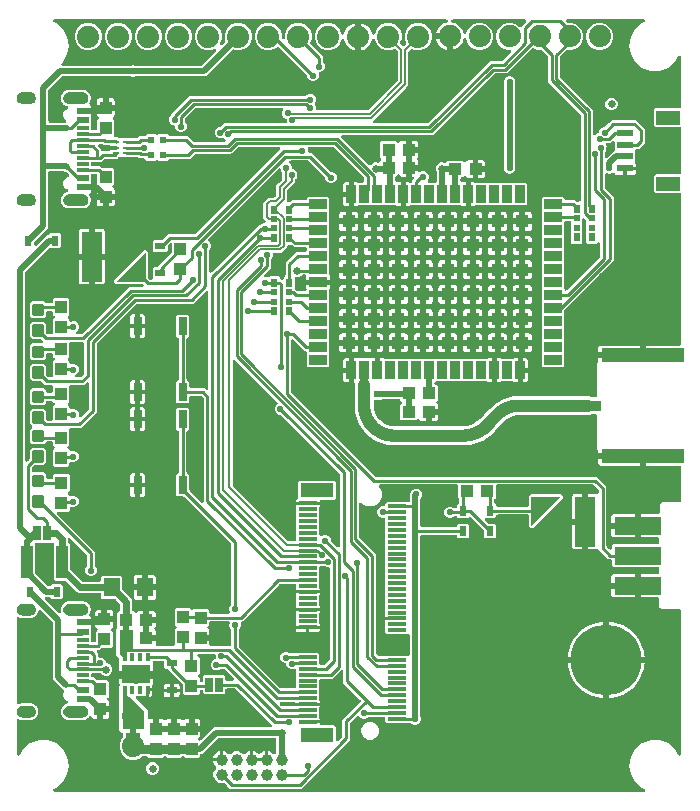
<source format=gtl>
G04 EAGLE Gerber RS-274X export*
G75*
%MOMM*%
%FSLAX34Y34*%
%LPD*%
%INTop Copper*%
%IPPOS*%
%AMOC8*
5,1,8,0,0,1.08239X$1,22.5*%
G01*
%ADD10R,1.000000X0.300000*%
%ADD11R,1.000000X0.600000*%
%ADD12C,0.654000*%
%ADD13R,1.000000X1.100000*%
%ADD14R,0.300000X0.650000*%
%ADD15R,2.350000X1.600000*%
%ADD16R,1.100000X1.000000*%
%ADD17C,0.635000*%
%ADD18R,1.700000X4.200000*%
%ADD19R,1.000000X1.000000*%
%ADD20R,0.630000X0.830000*%
%ADD21R,0.762000X1.524000*%
%ADD22R,0.635000X1.270000*%
%ADD23R,1.000000X2.800000*%
%ADD24R,1.400000X1.600000*%
%ADD25R,1.270000X0.635000*%
%ADD26C,1.879600*%
%ADD27C,6.000000*%
%ADD28R,0.830000X0.630000*%
%ADD29R,1.550000X0.300000*%
%ADD30R,2.750000X1.200000*%
%ADD31C,0.300000*%
%ADD32R,0.850000X1.520000*%
%ADD33R,1.520000X0.850000*%
%ADD34R,1.100000X1.100000*%
%ADD35R,0.550000X0.800000*%
%ADD36R,0.550000X0.500000*%
%ADD37R,0.600000X0.600000*%
%ADD38R,0.610000X0.250000*%
%ADD39R,0.560000X0.250000*%
%ADD40R,7.000000X1.150000*%
%ADD41R,2.200000X0.900000*%
%ADD42R,2.000000X1.200000*%
%ADD43R,1.350000X0.600000*%
%ADD44C,1.000000*%
%ADD45R,4.000000X1.500000*%
%ADD46C,0.558800*%
%ADD47C,0.254000*%
%ADD48C,0.508000*%
%ADD49C,0.177800*%
%ADD50C,0.762000*%
%ADD51C,0.152400*%
%ADD52C,0.558800*%
%ADD53C,0.203200*%
%ADD54C,1.000000*%

G36*
X505879Y208090D02*
X505879Y208090D01*
X506017Y208099D01*
X506036Y208105D01*
X506056Y208107D01*
X506188Y208154D01*
X506319Y208197D01*
X506337Y208208D01*
X506356Y208215D01*
X506471Y208293D01*
X506588Y208367D01*
X506602Y208382D01*
X506619Y208393D01*
X506711Y208497D01*
X506806Y208599D01*
X506816Y208616D01*
X506829Y208632D01*
X506893Y208756D01*
X506960Y208877D01*
X506965Y208897D01*
X506974Y208915D01*
X507004Y209051D01*
X507039Y209185D01*
X507041Y209213D01*
X507044Y209225D01*
X507043Y209246D01*
X507049Y209346D01*
X507049Y211542D01*
X508240Y212733D01*
X546005Y212733D01*
X546122Y212747D01*
X546238Y212754D01*
X546279Y212767D01*
X546321Y212773D01*
X546430Y212816D01*
X546541Y212851D01*
X546577Y212874D01*
X546616Y212890D01*
X546711Y212958D01*
X546810Y213021D01*
X546840Y213052D01*
X546874Y213076D01*
X546949Y213167D01*
X547029Y213252D01*
X547050Y213289D01*
X547077Y213321D01*
X547127Y213427D01*
X547183Y213530D01*
X547194Y213571D01*
X547212Y213609D01*
X547234Y213724D01*
X547264Y213838D01*
X547268Y213901D01*
X547272Y213921D01*
X547271Y213941D01*
X547275Y213998D01*
X547284Y217286D01*
X547270Y217406D01*
X547262Y217527D01*
X547250Y217564D01*
X547246Y217602D01*
X547201Y217714D01*
X547164Y217829D01*
X547144Y217862D01*
X547129Y217898D01*
X547059Y217996D01*
X546994Y218098D01*
X546966Y218125D01*
X546943Y218156D01*
X546850Y218233D01*
X546762Y218316D01*
X546729Y218335D01*
X546699Y218359D01*
X546590Y218411D01*
X546484Y218470D01*
X546447Y218479D01*
X546412Y218496D01*
X546293Y218519D01*
X546176Y218549D01*
X546119Y218553D01*
X546100Y218556D01*
X546079Y218555D01*
X546015Y218559D01*
X531621Y218559D01*
X531621Y227330D01*
X531606Y227448D01*
X531599Y227567D01*
X531586Y227605D01*
X531581Y227645D01*
X531537Y227756D01*
X531501Y227869D01*
X531479Y227904D01*
X531464Y227941D01*
X531394Y228037D01*
X531331Y228138D01*
X531301Y228166D01*
X531277Y228198D01*
X531186Y228274D01*
X531099Y228356D01*
X531064Y228375D01*
X531032Y228401D01*
X530925Y228452D01*
X530821Y228509D01*
X530781Y228520D01*
X530745Y228537D01*
X530628Y228559D01*
X530513Y228589D01*
X530452Y228593D01*
X530432Y228597D01*
X530412Y228595D01*
X530352Y228599D01*
X529081Y228599D01*
X529081Y228601D01*
X530352Y228601D01*
X530470Y228616D01*
X530589Y228623D01*
X530627Y228636D01*
X530667Y228641D01*
X530778Y228685D01*
X530891Y228721D01*
X530926Y228743D01*
X530963Y228758D01*
X531059Y228828D01*
X531160Y228891D01*
X531188Y228921D01*
X531220Y228945D01*
X531296Y229036D01*
X531378Y229123D01*
X531397Y229158D01*
X531423Y229190D01*
X531474Y229297D01*
X531531Y229401D01*
X531542Y229441D01*
X531559Y229477D01*
X531581Y229594D01*
X531611Y229709D01*
X531615Y229770D01*
X531619Y229790D01*
X531617Y229810D01*
X531621Y229870D01*
X531621Y238641D01*
X546084Y238641D01*
X546200Y238655D01*
X546317Y238662D01*
X546357Y238675D01*
X546399Y238681D01*
X546508Y238724D01*
X546620Y238759D01*
X546655Y238782D01*
X546695Y238798D01*
X546789Y238866D01*
X546889Y238929D01*
X546918Y238960D01*
X546952Y238984D01*
X547027Y239075D01*
X547107Y239160D01*
X547128Y239197D01*
X547155Y239229D01*
X547205Y239335D01*
X547262Y239438D01*
X547272Y239479D01*
X547290Y239517D01*
X547312Y239632D01*
X547342Y239746D01*
X547346Y239809D01*
X547350Y239829D01*
X547349Y239849D01*
X547353Y239906D01*
X547369Y245365D01*
X547369Y245366D01*
X547369Y245368D01*
X547369Y246738D01*
X548333Y247696D01*
X548334Y247697D01*
X548336Y247699D01*
X549308Y248671D01*
X550672Y248667D01*
X550673Y248667D01*
X550676Y248667D01*
X564388Y248667D01*
X564506Y248682D01*
X564625Y248689D01*
X564663Y248702D01*
X564704Y248707D01*
X564814Y248750D01*
X564927Y248787D01*
X564962Y248809D01*
X564999Y248824D01*
X565095Y248893D01*
X565196Y248957D01*
X565224Y248987D01*
X565257Y249010D01*
X565333Y249102D01*
X565414Y249189D01*
X565434Y249224D01*
X565459Y249255D01*
X565510Y249363D01*
X565568Y249467D01*
X565578Y249507D01*
X565595Y249543D01*
X565617Y249660D01*
X565647Y249775D01*
X565651Y249835D01*
X565655Y249855D01*
X565653Y249876D01*
X565657Y249936D01*
X565657Y278140D01*
X565642Y278258D01*
X565635Y278377D01*
X565622Y278415D01*
X565617Y278456D01*
X565574Y278566D01*
X565537Y278679D01*
X565515Y278714D01*
X565500Y278751D01*
X565431Y278847D01*
X565367Y278948D01*
X565337Y278976D01*
X565314Y279009D01*
X565222Y279085D01*
X565135Y279166D01*
X565100Y279186D01*
X565069Y279211D01*
X564961Y279262D01*
X564857Y279320D01*
X564817Y279330D01*
X564781Y279347D01*
X564664Y279369D01*
X564549Y279399D01*
X564489Y279403D01*
X564469Y279407D01*
X564448Y279405D01*
X564388Y279409D01*
X535483Y279409D01*
X535483Y286430D01*
X535468Y286548D01*
X535461Y286667D01*
X535448Y286705D01*
X535443Y286745D01*
X535399Y286856D01*
X535363Y286969D01*
X535341Y287004D01*
X535326Y287041D01*
X535256Y287137D01*
X535193Y287238D01*
X535163Y287266D01*
X535139Y287298D01*
X535048Y287374D01*
X534961Y287456D01*
X534926Y287475D01*
X534894Y287501D01*
X534787Y287552D01*
X534683Y287609D01*
X534643Y287620D01*
X534607Y287637D01*
X534490Y287659D01*
X534375Y287689D01*
X534314Y287693D01*
X534294Y287697D01*
X534274Y287695D01*
X534214Y287699D01*
X532943Y287699D01*
X532943Y288970D01*
X532928Y289088D01*
X532921Y289207D01*
X532908Y289245D01*
X532903Y289285D01*
X532859Y289396D01*
X532823Y289509D01*
X532801Y289544D01*
X532786Y289581D01*
X532716Y289677D01*
X532653Y289778D01*
X532623Y289806D01*
X532599Y289838D01*
X532508Y289914D01*
X532421Y289996D01*
X532386Y290015D01*
X532354Y290041D01*
X532247Y290092D01*
X532143Y290149D01*
X532103Y290160D01*
X532067Y290177D01*
X531950Y290199D01*
X531835Y290229D01*
X531774Y290233D01*
X531754Y290237D01*
X531734Y290235D01*
X531674Y290239D01*
X495403Y290239D01*
X495403Y291626D01*
X495391Y291724D01*
X495388Y291823D01*
X495371Y291882D01*
X495363Y291942D01*
X495327Y292034D01*
X495299Y292129D01*
X495269Y292181D01*
X495246Y292237D01*
X495188Y292318D01*
X495138Y292403D01*
X495072Y292478D01*
X495060Y292495D01*
X495050Y292503D01*
X495031Y292524D01*
X494537Y293018D01*
X494537Y321430D01*
X494522Y321548D01*
X494515Y321667D01*
X494502Y321705D01*
X494497Y321746D01*
X494454Y321856D01*
X494417Y321969D01*
X494395Y322004D01*
X494380Y322041D01*
X494311Y322137D01*
X494247Y322238D01*
X494217Y322266D01*
X494194Y322299D01*
X494102Y322375D01*
X494015Y322456D01*
X493980Y322476D01*
X493949Y322501D01*
X493841Y322552D01*
X493737Y322610D01*
X493697Y322620D01*
X493661Y322637D01*
X493544Y322659D01*
X493429Y322689D01*
X493369Y322693D01*
X493349Y322697D01*
X493328Y322695D01*
X493268Y322699D01*
X489995Y322699D01*
X489986Y322698D01*
X489977Y322699D01*
X489828Y322678D01*
X489679Y322659D01*
X489671Y322656D01*
X489662Y322655D01*
X489509Y322603D01*
X488535Y322199D01*
X428351Y322199D01*
X428330Y322197D01*
X428268Y322197D01*
X426163Y322059D01*
X426119Y322050D01*
X426075Y322050D01*
X425917Y322018D01*
X421850Y320928D01*
X421770Y320896D01*
X421688Y320873D01*
X421565Y320812D01*
X421555Y320808D01*
X421552Y320805D01*
X421544Y320801D01*
X417897Y318696D01*
X417862Y318669D01*
X417822Y318649D01*
X417695Y318551D01*
X416108Y317160D01*
X416095Y317144D01*
X416048Y317103D01*
X414745Y315800D01*
X414744Y315799D01*
X409983Y311039D01*
X409977Y311031D01*
X409970Y311025D01*
X409865Y310903D01*
X406842Y306871D01*
X397554Y300266D01*
X386698Y296799D01*
X317310Y296799D01*
X307247Y300069D01*
X305507Y301333D01*
X298688Y306288D01*
X292469Y314847D01*
X289199Y324910D01*
X289199Y346088D01*
X289198Y346097D01*
X289199Y346106D01*
X289179Y346247D01*
X289179Y348860D01*
X289164Y348978D01*
X289157Y349097D01*
X289144Y349135D01*
X289139Y349176D01*
X289096Y349286D01*
X289059Y349400D01*
X289037Y349434D01*
X289022Y349471D01*
X288952Y349568D01*
X288889Y349668D01*
X288859Y349696D01*
X288836Y349729D01*
X288744Y349804D01*
X288657Y349886D01*
X288622Y349906D01*
X288591Y349931D01*
X288483Y349982D01*
X288379Y350040D01*
X288339Y350050D01*
X288324Y350057D01*
X288324Y359415D01*
X288309Y359533D01*
X288302Y359652D01*
X288289Y359690D01*
X288284Y359730D01*
X288241Y359841D01*
X288204Y359954D01*
X288182Y359988D01*
X288167Y360026D01*
X288098Y360122D01*
X288034Y360223D01*
X288004Y360251D01*
X287986Y360275D01*
X288000Y360291D01*
X288081Y360378D01*
X288101Y360413D01*
X288126Y360445D01*
X288177Y360552D01*
X288235Y360657D01*
X288245Y360696D01*
X288262Y360732D01*
X288284Y360849D01*
X288314Y360965D01*
X288318Y361025D01*
X288322Y361045D01*
X288320Y361065D01*
X288324Y361125D01*
X288324Y370411D01*
X290721Y370411D01*
X290819Y370423D01*
X290919Y370426D01*
X290977Y370443D01*
X291037Y370451D01*
X291129Y370487D01*
X291224Y370515D01*
X291276Y370545D01*
X291333Y370568D01*
X291413Y370626D01*
X291498Y370676D01*
X291573Y370742D01*
X291590Y370754D01*
X291598Y370764D01*
X291619Y370782D01*
X291707Y370871D01*
X302693Y370871D01*
X302781Y370782D01*
X302859Y370722D01*
X302932Y370654D01*
X302985Y370625D01*
X303032Y370588D01*
X303123Y370548D01*
X303210Y370500D01*
X303269Y370485D01*
X303324Y370461D01*
X303422Y370446D01*
X303518Y370421D01*
X303618Y370415D01*
X303638Y370411D01*
X303651Y370413D01*
X303679Y370411D01*
X306076Y370411D01*
X306076Y361125D01*
X306091Y361007D01*
X306098Y360888D01*
X306110Y360850D01*
X306116Y360810D01*
X306159Y360699D01*
X306196Y360586D01*
X306218Y360552D01*
X306233Y360514D01*
X306302Y360418D01*
X306366Y360317D01*
X306396Y360289D01*
X306419Y360257D01*
X306511Y360181D01*
X306598Y360099D01*
X306633Y360080D01*
X306664Y360054D01*
X306772Y360003D01*
X306876Y359946D01*
X306916Y359936D01*
X306952Y359918D01*
X307069Y359896D01*
X307184Y359866D01*
X307244Y359862D01*
X307264Y359859D01*
X307285Y359860D01*
X307345Y359856D01*
X309055Y359856D01*
X309173Y359871D01*
X309292Y359878D01*
X309330Y359891D01*
X309371Y359896D01*
X309481Y359940D01*
X309594Y359976D01*
X309629Y359998D01*
X309666Y360013D01*
X309762Y360083D01*
X309863Y360146D01*
X309891Y360176D01*
X309924Y360200D01*
X310000Y360291D01*
X310081Y360378D01*
X310101Y360413D01*
X310126Y360445D01*
X310177Y360552D01*
X310235Y360657D01*
X310245Y360696D01*
X310262Y360732D01*
X310284Y360849D01*
X310314Y360965D01*
X310318Y361025D01*
X310322Y361045D01*
X310320Y361065D01*
X310324Y361125D01*
X310324Y370411D01*
X312784Y370411D01*
X313431Y370238D01*
X313716Y370073D01*
X313801Y370037D01*
X313882Y369992D01*
X313947Y369976D01*
X314009Y369950D01*
X314101Y369936D01*
X314190Y369913D01*
X314307Y369906D01*
X314324Y369903D01*
X314332Y369904D01*
X314351Y369903D01*
X401049Y369903D01*
X401141Y369914D01*
X401233Y369916D01*
X401298Y369934D01*
X401365Y369943D01*
X401451Y369977D01*
X401540Y370001D01*
X401645Y370053D01*
X401660Y370060D01*
X401667Y370065D01*
X401684Y370073D01*
X401969Y370238D01*
X402616Y370411D01*
X405076Y370411D01*
X405076Y361125D01*
X405091Y361007D01*
X405098Y360888D01*
X405110Y360850D01*
X405116Y360810D01*
X405159Y360699D01*
X405196Y360586D01*
X405218Y360552D01*
X405233Y360514D01*
X405302Y360418D01*
X405366Y360317D01*
X405396Y360289D01*
X405414Y360265D01*
X405400Y360249D01*
X405319Y360162D01*
X405299Y360127D01*
X405274Y360095D01*
X405223Y359988D01*
X405165Y359883D01*
X405155Y359844D01*
X405138Y359808D01*
X405116Y359691D01*
X405086Y359575D01*
X405082Y359515D01*
X405078Y359495D01*
X405080Y359475D01*
X405076Y359415D01*
X405076Y350129D01*
X402616Y350129D01*
X401969Y350302D01*
X401684Y350467D01*
X401599Y350503D01*
X401518Y350548D01*
X401453Y350564D01*
X401391Y350590D01*
X401299Y350604D01*
X401210Y350627D01*
X401093Y350634D01*
X401076Y350637D01*
X401068Y350636D01*
X401049Y350637D01*
X358042Y350637D01*
X357924Y350622D01*
X357805Y350615D01*
X357767Y350602D01*
X357726Y350597D01*
X357616Y350554D01*
X357503Y350517D01*
X357468Y350495D01*
X357431Y350480D01*
X357335Y350411D01*
X357234Y350347D01*
X357206Y350317D01*
X357173Y350294D01*
X357097Y350202D01*
X357016Y350115D01*
X356996Y350080D01*
X356971Y350049D01*
X356920Y349941D01*
X356862Y349837D01*
X356852Y349797D01*
X356835Y349761D01*
X356813Y349644D01*
X356783Y349529D01*
X356779Y349469D01*
X356775Y349449D01*
X356777Y349428D01*
X356773Y349368D01*
X356773Y348916D01*
X356788Y348798D01*
X356795Y348679D01*
X356808Y348641D01*
X356813Y348600D01*
X356856Y348490D01*
X356893Y348377D01*
X356915Y348342D01*
X356930Y348305D01*
X356999Y348209D01*
X357063Y348108D01*
X357093Y348080D01*
X357116Y348047D01*
X357208Y347971D01*
X357295Y347890D01*
X357330Y347870D01*
X357361Y347845D01*
X357469Y347794D01*
X357573Y347736D01*
X357613Y347726D01*
X357649Y347709D01*
X357766Y347687D01*
X357881Y347657D01*
X357941Y347653D01*
X357961Y347649D01*
X357982Y347651D01*
X358042Y347647D01*
X358504Y347647D01*
X359695Y346456D01*
X359695Y334772D01*
X358616Y333693D01*
X358539Y333594D01*
X358457Y333499D01*
X358442Y333469D01*
X358421Y333442D01*
X358371Y333327D01*
X358315Y333214D01*
X358308Y333181D01*
X358295Y333150D01*
X358275Y333026D01*
X358249Y332903D01*
X358250Y332869D01*
X358245Y332836D01*
X358257Y332711D01*
X358262Y332585D01*
X358271Y332553D01*
X358275Y332519D01*
X358317Y332401D01*
X358353Y332281D01*
X358371Y332252D01*
X358382Y332220D01*
X358453Y332116D01*
X358518Y332008D01*
X358542Y331985D01*
X358561Y331957D01*
X358655Y331874D01*
X358745Y331786D01*
X358785Y331759D01*
X358799Y331747D01*
X358819Y331737D01*
X358879Y331696D01*
X358968Y331645D01*
X359441Y331172D01*
X359776Y330593D01*
X359949Y329946D01*
X359949Y327111D01*
X353138Y327111D01*
X353020Y327096D01*
X352901Y327089D01*
X352863Y327076D01*
X352823Y327071D01*
X352712Y327028D01*
X352599Y326991D01*
X352565Y326969D01*
X352527Y326954D01*
X352431Y326885D01*
X352330Y326821D01*
X352302Y326791D01*
X352270Y326768D01*
X352194Y326676D01*
X352112Y326589D01*
X352093Y326554D01*
X352067Y326523D01*
X352016Y326415D01*
X351959Y326311D01*
X351949Y326271D01*
X351931Y326235D01*
X351909Y326118D01*
X351879Y326003D01*
X351875Y325943D01*
X351872Y325923D01*
X351873Y325902D01*
X351869Y325842D01*
X351869Y324651D01*
X350678Y324651D01*
X350560Y324636D01*
X350441Y324629D01*
X350403Y324616D01*
X350362Y324611D01*
X350252Y324567D01*
X350139Y324531D01*
X350104Y324509D01*
X350067Y324494D01*
X349970Y324424D01*
X349870Y324361D01*
X349842Y324331D01*
X349809Y324307D01*
X349733Y324216D01*
X349652Y324129D01*
X349632Y324094D01*
X349607Y324062D01*
X349556Y323955D01*
X349498Y323850D01*
X349488Y323811D01*
X349471Y323775D01*
X349449Y323658D01*
X349419Y323542D01*
X349415Y323482D01*
X349411Y323462D01*
X349413Y323442D01*
X349409Y323382D01*
X349409Y317071D01*
X346074Y317071D01*
X345427Y317244D01*
X344848Y317579D01*
X344375Y318052D01*
X344231Y318301D01*
X344155Y318401D01*
X344085Y318505D01*
X344059Y318527D01*
X344039Y318554D01*
X343940Y318632D01*
X343846Y318716D01*
X343816Y318731D01*
X343790Y318752D01*
X343675Y318803D01*
X343563Y318860D01*
X343530Y318868D01*
X343499Y318881D01*
X343375Y318902D01*
X343253Y318930D01*
X343219Y318929D01*
X343186Y318934D01*
X343060Y318924D01*
X342935Y318920D01*
X342902Y318911D01*
X342869Y318908D01*
X342750Y318867D01*
X342629Y318832D01*
X342600Y318815D01*
X342568Y318804D01*
X342464Y318734D01*
X342355Y318670D01*
X342319Y318638D01*
X342303Y318628D01*
X342289Y318612D01*
X342234Y318564D01*
X341250Y317579D01*
X328566Y317579D01*
X327375Y318770D01*
X327375Y330454D01*
X328764Y331842D01*
X328837Y331937D01*
X328916Y332026D01*
X328934Y332062D01*
X328959Y332094D01*
X329006Y332203D01*
X329060Y332309D01*
X329069Y332348D01*
X329085Y332386D01*
X329104Y332503D01*
X329130Y332619D01*
X329129Y332660D01*
X329135Y332700D01*
X329124Y332818D01*
X329120Y332937D01*
X329109Y332976D01*
X329105Y333016D01*
X329065Y333129D01*
X329032Y333243D01*
X329011Y333277D01*
X328998Y333316D01*
X328931Y333414D01*
X328870Y333517D01*
X328830Y333562D01*
X328819Y333579D01*
X328804Y333592D01*
X328764Y333637D01*
X327593Y334809D01*
X327589Y334834D01*
X327546Y334944D01*
X327509Y335057D01*
X327487Y335092D01*
X327472Y335129D01*
X327403Y335225D01*
X327339Y335326D01*
X327309Y335354D01*
X327286Y335387D01*
X327194Y335463D01*
X327107Y335544D01*
X327072Y335564D01*
X327041Y335589D01*
X326933Y335640D01*
X326829Y335698D01*
X326789Y335708D01*
X326753Y335725D01*
X326636Y335747D01*
X326521Y335777D01*
X326461Y335781D01*
X326441Y335785D01*
X326420Y335783D01*
X326360Y335787D01*
X313358Y335787D01*
X313260Y335775D01*
X313161Y335772D01*
X313102Y335755D01*
X313042Y335747D01*
X312950Y335711D01*
X312855Y335683D01*
X312803Y335653D01*
X312747Y335630D01*
X312666Y335572D01*
X312581Y335522D01*
X312506Y335456D01*
X312489Y335444D01*
X312481Y335434D01*
X312460Y335416D01*
X312372Y335327D01*
X306470Y335327D01*
X306352Y335312D01*
X306233Y335305D01*
X306195Y335292D01*
X306154Y335287D01*
X306044Y335244D01*
X305931Y335207D01*
X305896Y335185D01*
X305859Y335170D01*
X305763Y335101D01*
X305662Y335037D01*
X305634Y335007D01*
X305601Y334984D01*
X305525Y334892D01*
X305444Y334805D01*
X305424Y334770D01*
X305399Y334739D01*
X305348Y334631D01*
X305290Y334527D01*
X305280Y334487D01*
X305263Y334451D01*
X305241Y334334D01*
X305211Y334219D01*
X305207Y334159D01*
X305203Y334139D01*
X305205Y334118D01*
X305201Y334058D01*
X305201Y330200D01*
X305203Y330178D01*
X305205Y330100D01*
X305403Y327577D01*
X305417Y327509D01*
X305422Y327440D01*
X305461Y327285D01*
X307021Y322485D01*
X307071Y322378D01*
X307115Y322267D01*
X307148Y322216D01*
X307156Y322197D01*
X307169Y322181D01*
X307201Y322131D01*
X310168Y318048D01*
X310249Y317962D01*
X310324Y317870D01*
X310371Y317831D01*
X310385Y317816D01*
X310402Y317806D01*
X310448Y317768D01*
X314531Y314801D01*
X314635Y314744D01*
X314735Y314680D01*
X314792Y314658D01*
X314810Y314648D01*
X314829Y314643D01*
X314885Y314621D01*
X319685Y313061D01*
X319752Y313049D01*
X319818Y313026D01*
X319896Y313015D01*
X319915Y313010D01*
X319942Y313008D01*
X319977Y313003D01*
X322500Y312805D01*
X322522Y312806D01*
X322600Y312801D01*
X381000Y312801D01*
X381022Y312803D01*
X381098Y312805D01*
X384070Y313035D01*
X384135Y313048D01*
X384202Y313052D01*
X384358Y313091D01*
X390020Y314899D01*
X390124Y314948D01*
X390232Y314989D01*
X390289Y315024D01*
X390308Y315033D01*
X390323Y315045D01*
X390369Y315074D01*
X395213Y318518D01*
X395262Y318564D01*
X395317Y318601D01*
X395430Y318715D01*
X396804Y320278D01*
X396875Y320384D01*
X396952Y320486D01*
X396972Y320527D01*
X396982Y320541D01*
X396989Y320562D01*
X397023Y320630D01*
X397077Y320762D01*
X397737Y321421D01*
X397743Y321429D01*
X397750Y321435D01*
X397855Y321557D01*
X398414Y322304D01*
X398778Y322519D01*
X398840Y322567D01*
X398908Y322607D01*
X399029Y322714D01*
X403429Y327114D01*
X404733Y328418D01*
X407842Y331527D01*
X415459Y335924D01*
X423954Y338201D01*
X488535Y338201D01*
X489509Y337797D01*
X489518Y337795D01*
X489526Y337790D01*
X489671Y337753D01*
X489816Y337713D01*
X489825Y337713D01*
X489834Y337711D01*
X489995Y337701D01*
X493268Y337701D01*
X493386Y337716D01*
X493505Y337723D01*
X493543Y337736D01*
X493584Y337741D01*
X493694Y337784D01*
X493807Y337821D01*
X493842Y337843D01*
X493879Y337858D01*
X493975Y337927D01*
X494076Y337991D01*
X494104Y338021D01*
X494137Y338044D01*
X494213Y338136D01*
X494294Y338223D01*
X494314Y338258D01*
X494339Y338289D01*
X494390Y338397D01*
X494448Y338501D01*
X494458Y338541D01*
X494475Y338577D01*
X494497Y338694D01*
X494527Y338809D01*
X494531Y338869D01*
X494535Y338889D01*
X494533Y338910D01*
X494537Y338970D01*
X494537Y366366D01*
X495031Y366860D01*
X495092Y366938D01*
X495160Y367011D01*
X495189Y367064D01*
X495226Y367112D01*
X495266Y367202D01*
X495314Y367289D01*
X495329Y367348D01*
X495353Y367403D01*
X495368Y367501D01*
X495393Y367597D01*
X495399Y367697D01*
X495403Y367717D01*
X495401Y367730D01*
X495403Y367758D01*
X495403Y370161D01*
X531674Y370161D01*
X531792Y370176D01*
X531911Y370183D01*
X531949Y370196D01*
X531989Y370201D01*
X532100Y370244D01*
X532213Y370281D01*
X532248Y370303D01*
X532285Y370318D01*
X532381Y370388D01*
X532482Y370451D01*
X532510Y370481D01*
X532542Y370505D01*
X532618Y370596D01*
X532700Y370683D01*
X532719Y370718D01*
X532745Y370749D01*
X532796Y370857D01*
X532853Y370961D01*
X532864Y371001D01*
X532881Y371037D01*
X532903Y371154D01*
X532933Y371269D01*
X532937Y371330D01*
X532941Y371350D01*
X532939Y371370D01*
X532943Y371430D01*
X532943Y372701D01*
X534214Y372701D01*
X534332Y372716D01*
X534451Y372723D01*
X534489Y372736D01*
X534529Y372741D01*
X534640Y372785D01*
X534753Y372821D01*
X534788Y372843D01*
X534825Y372858D01*
X534921Y372928D01*
X535022Y372991D01*
X535050Y373021D01*
X535082Y373045D01*
X535158Y373136D01*
X535240Y373223D01*
X535259Y373258D01*
X535285Y373290D01*
X535336Y373397D01*
X535393Y373501D01*
X535404Y373541D01*
X535421Y373577D01*
X535443Y373694D01*
X535473Y373809D01*
X535477Y373870D01*
X535481Y373890D01*
X535479Y373910D01*
X535483Y373970D01*
X535483Y380991D01*
X564388Y380991D01*
X564506Y381006D01*
X564625Y381013D01*
X564663Y381026D01*
X564704Y381031D01*
X564814Y381074D01*
X564927Y381111D01*
X564962Y381133D01*
X564999Y381148D01*
X565095Y381217D01*
X565196Y381281D01*
X565224Y381311D01*
X565257Y381334D01*
X565333Y381426D01*
X565414Y381513D01*
X565434Y381548D01*
X565459Y381579D01*
X565510Y381687D01*
X565568Y381791D01*
X565578Y381831D01*
X565595Y381867D01*
X565617Y381984D01*
X565647Y382099D01*
X565651Y382159D01*
X565655Y382179D01*
X565653Y382200D01*
X565657Y382260D01*
X565657Y508798D01*
X565642Y508916D01*
X565635Y509035D01*
X565622Y509073D01*
X565617Y509114D01*
X565574Y509224D01*
X565537Y509337D01*
X565515Y509372D01*
X565500Y509409D01*
X565431Y509505D01*
X565367Y509606D01*
X565337Y509634D01*
X565314Y509667D01*
X565222Y509743D01*
X565135Y509824D01*
X565100Y509844D01*
X565069Y509869D01*
X564961Y509920D01*
X564857Y509978D01*
X564817Y509988D01*
X564781Y510005D01*
X564664Y510027D01*
X564549Y510057D01*
X564489Y510061D01*
X564469Y510065D01*
X564448Y510063D01*
X564388Y510067D01*
X544068Y510067D01*
X542877Y511258D01*
X542877Y524942D01*
X544068Y526133D01*
X564388Y526133D01*
X564506Y526148D01*
X564625Y526155D01*
X564663Y526168D01*
X564704Y526173D01*
X564814Y526216D01*
X564927Y526253D01*
X564962Y526275D01*
X564999Y526290D01*
X565095Y526359D01*
X565196Y526423D01*
X565224Y526453D01*
X565257Y526476D01*
X565333Y526568D01*
X565414Y526655D01*
X565434Y526690D01*
X565459Y526721D01*
X565510Y526829D01*
X565568Y526933D01*
X565578Y526973D01*
X565595Y527009D01*
X565617Y527126D01*
X565647Y527241D01*
X565651Y527301D01*
X565655Y527321D01*
X565653Y527342D01*
X565657Y527402D01*
X565657Y564798D01*
X565642Y564916D01*
X565635Y565035D01*
X565622Y565073D01*
X565617Y565114D01*
X565574Y565224D01*
X565537Y565337D01*
X565515Y565372D01*
X565500Y565409D01*
X565431Y565505D01*
X565367Y565606D01*
X565337Y565634D01*
X565314Y565667D01*
X565222Y565743D01*
X565135Y565824D01*
X565100Y565844D01*
X565069Y565869D01*
X564961Y565920D01*
X564857Y565978D01*
X564817Y565988D01*
X564781Y566005D01*
X564664Y566027D01*
X564549Y566057D01*
X564489Y566061D01*
X564469Y566065D01*
X564448Y566063D01*
X564388Y566067D01*
X544068Y566067D01*
X542877Y567258D01*
X542877Y580942D01*
X544068Y582133D01*
X564388Y582133D01*
X564506Y582148D01*
X564625Y582155D01*
X564663Y582168D01*
X564704Y582173D01*
X564814Y582216D01*
X564927Y582253D01*
X564962Y582275D01*
X564999Y582290D01*
X565095Y582359D01*
X565196Y582423D01*
X565224Y582453D01*
X565257Y582476D01*
X565333Y582568D01*
X565414Y582655D01*
X565434Y582690D01*
X565459Y582721D01*
X565510Y582829D01*
X565568Y582933D01*
X565578Y582973D01*
X565595Y583009D01*
X565617Y583126D01*
X565647Y583241D01*
X565651Y583301D01*
X565655Y583321D01*
X565653Y583342D01*
X565657Y583402D01*
X565657Y625355D01*
X565639Y625500D01*
X565624Y625645D01*
X565619Y625657D01*
X565617Y625671D01*
X565564Y625806D01*
X565513Y625943D01*
X565505Y625954D01*
X565500Y625966D01*
X565415Y626084D01*
X565332Y626204D01*
X565321Y626213D01*
X565314Y626224D01*
X565202Y626317D01*
X565091Y626412D01*
X565079Y626418D01*
X565069Y626427D01*
X564937Y626488D01*
X564806Y626554D01*
X564793Y626556D01*
X564781Y626562D01*
X564639Y626589D01*
X564495Y626620D01*
X564482Y626619D01*
X564469Y626622D01*
X564324Y626613D01*
X564178Y626607D01*
X564165Y626603D01*
X564151Y626602D01*
X564013Y626557D01*
X563873Y626515D01*
X563861Y626508D01*
X563849Y626504D01*
X563726Y626426D01*
X563601Y626351D01*
X563591Y626341D01*
X563580Y626334D01*
X563480Y626228D01*
X563378Y626124D01*
X563368Y626109D01*
X563362Y626102D01*
X563354Y626087D01*
X563289Y625990D01*
X560355Y620908D01*
X554522Y616013D01*
X547367Y613409D01*
X539753Y613409D01*
X532598Y616013D01*
X526765Y620908D01*
X522958Y627502D01*
X521636Y635000D01*
X522958Y642498D01*
X526765Y649092D01*
X532598Y653987D01*
X534381Y654635D01*
X534467Y654680D01*
X534558Y654716D01*
X534608Y654752D01*
X534663Y654781D01*
X534736Y654845D01*
X534815Y654902D01*
X534855Y654950D01*
X534901Y654992D01*
X534956Y655072D01*
X535018Y655147D01*
X535044Y655204D01*
X535079Y655255D01*
X535112Y655347D01*
X535153Y655435D01*
X535165Y655496D01*
X535186Y655555D01*
X535195Y655652D01*
X535213Y655748D01*
X535209Y655810D01*
X535215Y655872D01*
X535199Y655968D01*
X535193Y656065D01*
X535174Y656124D01*
X535164Y656186D01*
X535125Y656275D01*
X535095Y656367D01*
X535062Y656420D01*
X535037Y656477D01*
X534977Y656554D01*
X534925Y656636D01*
X534880Y656679D01*
X534842Y656728D01*
X534765Y656787D01*
X534694Y656854D01*
X534639Y656884D01*
X534590Y656922D01*
X534500Y656961D01*
X534415Y657008D01*
X534355Y657023D01*
X534298Y657048D01*
X534201Y657063D01*
X534107Y657087D01*
X534003Y657094D01*
X533983Y657097D01*
X533972Y657096D01*
X533946Y657097D01*
X469254Y657097D01*
X469116Y657080D01*
X468977Y657067D01*
X468958Y657060D01*
X468938Y657057D01*
X468809Y657006D01*
X468678Y656959D01*
X468661Y656948D01*
X468643Y656940D01*
X468530Y656859D01*
X468415Y656781D01*
X468402Y656765D01*
X468385Y656754D01*
X468296Y656646D01*
X468204Y656542D01*
X468195Y656524D01*
X468182Y656509D01*
X468123Y656383D01*
X468060Y656259D01*
X468055Y656239D01*
X468047Y656221D01*
X468021Y656084D01*
X467990Y655949D01*
X467991Y655928D01*
X467987Y655909D01*
X467996Y655770D01*
X468000Y655631D01*
X468006Y655611D01*
X468007Y655591D01*
X468050Y655459D01*
X468088Y655325D01*
X468099Y655308D01*
X468105Y655289D01*
X468179Y655171D01*
X468250Y655051D01*
X468268Y655030D01*
X468275Y655020D01*
X468290Y655006D01*
X468356Y654930D01*
X468610Y654676D01*
X468689Y654616D01*
X468761Y654548D01*
X468814Y654519D01*
X468862Y654482D01*
X468953Y654442D01*
X469039Y654394D01*
X469098Y654379D01*
X469154Y654355D01*
X469251Y654340D01*
X469347Y654315D01*
X469447Y654309D01*
X469468Y654305D01*
X469480Y654307D01*
X469508Y654305D01*
X473444Y654305D01*
X477645Y652565D01*
X480861Y649349D01*
X482601Y645148D01*
X482601Y640600D01*
X480861Y636399D01*
X477645Y633183D01*
X473444Y631443D01*
X469508Y631443D01*
X469410Y631431D01*
X469311Y631428D01*
X469252Y631411D01*
X469192Y631403D01*
X469100Y631367D01*
X469005Y631339D01*
X468953Y631309D01*
X468897Y631286D01*
X468817Y631228D01*
X468731Y631178D01*
X468656Y631112D01*
X468639Y631100D01*
X468631Y631090D01*
X468610Y631072D01*
X463414Y625876D01*
X463354Y625797D01*
X463286Y625725D01*
X463257Y625672D01*
X463220Y625624D01*
X463180Y625533D01*
X463132Y625447D01*
X463117Y625388D01*
X463093Y625333D01*
X463078Y625235D01*
X463053Y625139D01*
X463047Y625039D01*
X463043Y625018D01*
X463045Y625006D01*
X463043Y624978D01*
X463043Y608954D01*
X463055Y608856D01*
X463058Y608757D01*
X463075Y608698D01*
X463083Y608638D01*
X463119Y608546D01*
X463147Y608451D01*
X463177Y608399D01*
X463200Y608343D01*
X463258Y608263D01*
X463308Y608177D01*
X463374Y608102D01*
X463386Y608085D01*
X463396Y608077D01*
X463414Y608056D01*
X490903Y580568D01*
X490903Y560229D01*
X490920Y560091D01*
X490933Y559953D01*
X490940Y559934D01*
X490943Y559913D01*
X490994Y559784D01*
X491041Y559653D01*
X491052Y559636D01*
X491060Y559618D01*
X491141Y559505D01*
X491219Y559390D01*
X491235Y559377D01*
X491246Y559360D01*
X491354Y559272D01*
X491458Y559180D01*
X491476Y559171D01*
X491491Y559158D01*
X491617Y559098D01*
X491741Y559035D01*
X491761Y559031D01*
X491779Y559022D01*
X491916Y558996D01*
X492051Y558965D01*
X492072Y558966D01*
X492091Y558962D01*
X492230Y558971D01*
X492369Y558975D01*
X492389Y558981D01*
X492409Y558982D01*
X492541Y559025D01*
X492675Y559064D01*
X492692Y559074D01*
X492711Y559080D01*
X492829Y559154D01*
X492949Y559225D01*
X492970Y559244D01*
X492980Y559250D01*
X492994Y559265D01*
X493069Y559332D01*
X493836Y560098D01*
X495278Y560695D01*
X495303Y560710D01*
X495331Y560719D01*
X495441Y560788D01*
X495554Y560853D01*
X495575Y560873D01*
X495600Y560889D01*
X495689Y560984D01*
X495782Y561074D01*
X495798Y561099D01*
X495818Y561121D01*
X495881Y561234D01*
X495949Y561345D01*
X495957Y561373D01*
X495972Y561399D01*
X496004Y561525D01*
X496042Y561649D01*
X496044Y561679D01*
X496051Y561707D01*
X496061Y561868D01*
X496061Y562300D01*
X496796Y564074D01*
X498154Y565432D01*
X499928Y566167D01*
X500518Y566167D01*
X500616Y566179D01*
X500715Y566182D01*
X500774Y566199D01*
X500834Y566207D01*
X500926Y566243D01*
X501021Y566271D01*
X501073Y566301D01*
X501129Y566324D01*
X501210Y566382D01*
X501295Y566432D01*
X501370Y566498D01*
X501387Y566510D01*
X501395Y566520D01*
X501416Y566538D01*
X504580Y569702D01*
X506886Y572009D01*
X527402Y572009D01*
X534671Y564740D01*
X534671Y552860D01*
X529608Y547797D01*
X528008Y547797D01*
X527910Y547785D01*
X527811Y547782D01*
X527752Y547765D01*
X527692Y547757D01*
X527600Y547721D01*
X527505Y547693D01*
X527453Y547663D01*
X527397Y547640D01*
X527316Y547582D01*
X527231Y547532D01*
X527156Y547466D01*
X527139Y547454D01*
X527131Y547444D01*
X527110Y547426D01*
X526682Y546997D01*
X526609Y546903D01*
X526530Y546814D01*
X526512Y546778D01*
X526487Y546746D01*
X526440Y546637D01*
X526386Y546531D01*
X526377Y546492D01*
X526361Y546454D01*
X526342Y546336D01*
X526316Y546221D01*
X526317Y546180D01*
X526311Y546140D01*
X526322Y546021D01*
X526326Y545903D01*
X526337Y545864D01*
X526341Y545824D01*
X526381Y545711D01*
X526414Y545597D01*
X526435Y545562D01*
X526448Y545524D01*
X526515Y545426D01*
X526576Y545323D01*
X526616Y545278D01*
X526627Y545261D01*
X526642Y545248D01*
X526682Y545202D01*
X526943Y544942D01*
X526943Y537233D01*
X526889Y537173D01*
X526871Y537137D01*
X526846Y537105D01*
X526799Y536996D01*
X526745Y536889D01*
X526736Y536850D01*
X526720Y536814D01*
X526701Y536696D01*
X526675Y536579D01*
X526677Y536539D01*
X526670Y536500D01*
X526681Y536381D01*
X526685Y536261D01*
X526696Y536223D01*
X526700Y536183D01*
X526740Y536071D01*
X526774Y535956D01*
X526794Y535921D01*
X526808Y535884D01*
X526855Y535814D01*
X526860Y535805D01*
X527278Y535081D01*
X527451Y534434D01*
X527451Y532599D01*
X518390Y532599D01*
X518272Y532584D01*
X518153Y532577D01*
X518115Y532564D01*
X518075Y532559D01*
X517964Y532516D01*
X517851Y532479D01*
X517817Y532457D01*
X517779Y532442D01*
X517683Y532373D01*
X517582Y532309D01*
X517554Y532279D01*
X517522Y532256D01*
X517446Y532164D01*
X517364Y532077D01*
X517345Y532042D01*
X517319Y532011D01*
X517299Y531968D01*
X517222Y531912D01*
X517122Y531849D01*
X517094Y531819D01*
X517061Y531795D01*
X516985Y531704D01*
X516904Y531617D01*
X516884Y531582D01*
X516859Y531550D01*
X516808Y531443D01*
X516750Y531338D01*
X516740Y531299D01*
X516723Y531263D01*
X516701Y531146D01*
X516671Y531030D01*
X516667Y530970D01*
X516663Y530950D01*
X516665Y530930D01*
X516661Y530870D01*
X516661Y525559D01*
X511076Y525559D01*
X510429Y525732D01*
X509850Y526067D01*
X509377Y526540D01*
X509215Y526820D01*
X509193Y526849D01*
X509177Y526882D01*
X509097Y526976D01*
X509023Y527073D01*
X508995Y527096D01*
X508971Y527124D01*
X508870Y527195D01*
X508774Y527271D01*
X508741Y527286D01*
X508711Y527307D01*
X508596Y527350D01*
X508483Y527400D01*
X508447Y527407D01*
X508414Y527419D01*
X508291Y527433D01*
X508170Y527454D01*
X508134Y527451D01*
X508097Y527455D01*
X507975Y527437D01*
X507853Y527427D01*
X507819Y527415D01*
X507783Y527410D01*
X507630Y527358D01*
X507052Y527119D01*
X507044Y527114D01*
X507035Y527112D01*
X506907Y527036D01*
X506776Y526961D01*
X506769Y526955D01*
X506761Y526950D01*
X506640Y526844D01*
X506592Y526795D01*
X506524Y526795D01*
X506515Y526794D01*
X506505Y526795D01*
X506357Y526774D01*
X506208Y526755D01*
X506200Y526752D01*
X506190Y526751D01*
X506038Y526699D01*
X505658Y526541D01*
X503738Y526541D01*
X503358Y526699D01*
X503349Y526701D01*
X503341Y526706D01*
X503196Y526743D01*
X503051Y526783D01*
X503042Y526783D01*
X503033Y526785D01*
X502872Y526795D01*
X502412Y526795D01*
X502294Y526780D01*
X502175Y526773D01*
X502137Y526760D01*
X502096Y526755D01*
X501986Y526712D01*
X501873Y526675D01*
X501838Y526653D01*
X501801Y526638D01*
X501705Y526569D01*
X501604Y526505D01*
X501576Y526475D01*
X501543Y526452D01*
X501467Y526360D01*
X501386Y526273D01*
X501366Y526238D01*
X501341Y526207D01*
X501290Y526099D01*
X501232Y525995D01*
X501222Y525955D01*
X501205Y525919D01*
X501183Y525802D01*
X501153Y525687D01*
X501149Y525627D01*
X501145Y525607D01*
X501147Y525586D01*
X501143Y525526D01*
X501143Y514923D01*
X501155Y514825D01*
X501158Y514726D01*
X501175Y514667D01*
X501183Y514607D01*
X501219Y514515D01*
X501247Y514420D01*
X501277Y514368D01*
X501300Y514312D01*
X501358Y514232D01*
X501408Y514146D01*
X501474Y514071D01*
X501486Y514054D01*
X501496Y514046D01*
X501514Y514025D01*
X508763Y506777D01*
X508763Y453292D01*
X506456Y450986D01*
X467204Y411734D01*
X467144Y411655D01*
X467076Y411583D01*
X467047Y411530D01*
X467010Y411482D01*
X466970Y411391D01*
X466922Y411305D01*
X466907Y411246D01*
X466883Y411191D01*
X466868Y411093D01*
X466843Y410997D01*
X466837Y410897D01*
X466833Y410877D01*
X466835Y410864D01*
X466833Y410836D01*
X466833Y363678D01*
X465642Y362487D01*
X448758Y362487D01*
X447567Y363678D01*
X447567Y505862D01*
X448758Y507053D01*
X465642Y507053D01*
X466833Y505862D01*
X466833Y505342D01*
X466848Y505224D01*
X466855Y505105D01*
X466868Y505067D01*
X466873Y505026D01*
X466916Y504916D01*
X466953Y504803D01*
X466975Y504768D01*
X466990Y504731D01*
X467059Y504635D01*
X467123Y504534D01*
X467153Y504506D01*
X467176Y504473D01*
X467268Y504397D01*
X467355Y504316D01*
X467390Y504296D01*
X467421Y504271D01*
X467529Y504220D01*
X467633Y504162D01*
X467673Y504152D01*
X467709Y504135D01*
X467826Y504113D01*
X467941Y504083D01*
X468001Y504079D01*
X468021Y504075D01*
X468042Y504077D01*
X468102Y504073D01*
X475398Y504073D01*
X476106Y503364D01*
X476185Y503304D01*
X476257Y503236D01*
X476310Y503207D01*
X476358Y503170D01*
X476449Y503130D01*
X476535Y503082D01*
X476594Y503067D01*
X476649Y503043D01*
X476747Y503028D01*
X476843Y503003D01*
X476943Y502997D01*
X476964Y502993D01*
X476976Y502995D01*
X477004Y502993D01*
X479328Y502993D01*
X479446Y503008D01*
X479565Y503015D01*
X479603Y503028D01*
X479644Y503033D01*
X479754Y503076D01*
X479867Y503113D01*
X479902Y503135D01*
X479939Y503150D01*
X480035Y503219D01*
X480136Y503283D01*
X480164Y503313D01*
X480197Y503336D01*
X480273Y503428D01*
X480354Y503515D01*
X480374Y503550D01*
X480399Y503581D01*
X480450Y503689D01*
X480508Y503793D01*
X480518Y503833D01*
X480535Y503869D01*
X480557Y503986D01*
X480587Y504101D01*
X480591Y504161D01*
X480595Y504181D01*
X480593Y504202D01*
X480597Y504262D01*
X480597Y575926D01*
X480585Y576024D01*
X480582Y576123D01*
X480565Y576182D01*
X480557Y576242D01*
X480521Y576334D01*
X480493Y576429D01*
X480463Y576481D01*
X480440Y576537D01*
X480382Y576617D01*
X480332Y576703D01*
X480266Y576778D01*
X480254Y576795D01*
X480244Y576803D01*
X480226Y576824D01*
X452627Y604422D01*
X452627Y625486D01*
X452615Y625584D01*
X452612Y625683D01*
X452595Y625742D01*
X452587Y625802D01*
X452551Y625894D01*
X452523Y625989D01*
X452493Y626041D01*
X452470Y626097D01*
X452412Y626177D01*
X452362Y626263D01*
X452296Y626338D01*
X452284Y626355D01*
X452274Y626363D01*
X452256Y626384D01*
X447568Y631072D01*
X447489Y631132D01*
X447417Y631200D01*
X447364Y631229D01*
X447316Y631266D01*
X447225Y631306D01*
X447139Y631354D01*
X447080Y631369D01*
X447025Y631393D01*
X446927Y631408D01*
X446831Y631433D01*
X446731Y631439D01*
X446710Y631443D01*
X446698Y631441D01*
X446670Y631443D01*
X443496Y631443D01*
X440389Y632730D01*
X440361Y632738D01*
X440334Y632752D01*
X440208Y632780D01*
X440082Y632814D01*
X440053Y632815D01*
X440024Y632821D01*
X439894Y632817D01*
X439764Y632819D01*
X439736Y632812D01*
X439706Y632812D01*
X439582Y632775D01*
X439455Y632745D01*
X439429Y632731D01*
X439401Y632723D01*
X439289Y632657D01*
X439174Y632596D01*
X439152Y632577D01*
X439127Y632562D01*
X439006Y632455D01*
X417928Y611377D01*
X408294Y611377D01*
X408196Y611365D01*
X408097Y611362D01*
X408038Y611345D01*
X407978Y611337D01*
X407886Y611301D01*
X407791Y611273D01*
X407739Y611243D01*
X407683Y611220D01*
X407603Y611162D01*
X407517Y611112D01*
X407442Y611046D01*
X407425Y611034D01*
X407417Y611024D01*
X407396Y611006D01*
X355444Y559053D01*
X279008Y559053D01*
X278870Y559036D01*
X278731Y559023D01*
X278712Y559016D01*
X278692Y559013D01*
X278563Y558962D01*
X278432Y558915D01*
X278415Y558904D01*
X278397Y558896D01*
X278284Y558815D01*
X278169Y558737D01*
X278156Y558721D01*
X278139Y558710D01*
X278050Y558602D01*
X277958Y558498D01*
X277949Y558480D01*
X277936Y558465D01*
X277877Y558339D01*
X277814Y558215D01*
X277809Y558195D01*
X277801Y558177D01*
X277775Y558041D01*
X277744Y557905D01*
X277745Y557884D01*
X277741Y557865D01*
X277750Y557726D01*
X277754Y557587D01*
X277760Y557567D01*
X277761Y557547D01*
X277804Y557415D01*
X277842Y557281D01*
X277853Y557264D01*
X277859Y557245D01*
X277933Y557127D01*
X278004Y557007D01*
X278022Y556986D01*
X278029Y556976D01*
X278044Y556962D01*
X278110Y556887D01*
X301158Y533838D01*
X301253Y533765D01*
X301342Y533687D01*
X301378Y533668D01*
X301410Y533643D01*
X301519Y533596D01*
X301625Y533542D01*
X301664Y533533D01*
X301702Y533517D01*
X301819Y533498D01*
X301935Y533472D01*
X301976Y533474D01*
X302016Y533467D01*
X302134Y533478D01*
X302253Y533482D01*
X302292Y533493D01*
X302332Y533497D01*
X302444Y533537D01*
X302559Y533570D01*
X302593Y533591D01*
X302632Y533605D01*
X302730Y533671D01*
X302833Y533732D01*
X302878Y533772D01*
X302895Y533783D01*
X302908Y533798D01*
X302953Y533838D01*
X304390Y535275D01*
X306304Y536068D01*
X308376Y536068D01*
X308602Y535974D01*
X308650Y535961D01*
X308695Y535940D01*
X308803Y535919D01*
X308909Y535890D01*
X308959Y535889D01*
X309008Y535880D01*
X309117Y535887D01*
X309227Y535885D01*
X309275Y535897D01*
X309325Y535900D01*
X309429Y535933D01*
X309536Y535959D01*
X309580Y535982D01*
X309627Y535998D01*
X309720Y536056D01*
X309817Y536108D01*
X309854Y536141D01*
X309896Y536168D01*
X309971Y536248D01*
X310053Y536322D01*
X310080Y536363D01*
X310114Y536399D01*
X310167Y536496D01*
X310227Y536587D01*
X310244Y536635D01*
X310268Y536678D01*
X310295Y536784D01*
X310331Y536888D01*
X310335Y536938D01*
X310347Y536986D01*
X310357Y537147D01*
X310357Y537464D01*
X311238Y538345D01*
X311311Y538439D01*
X311390Y538528D01*
X311408Y538564D01*
X311433Y538596D01*
X311480Y538705D01*
X311534Y538811D01*
X311543Y538850D01*
X311559Y538888D01*
X311578Y539005D01*
X311604Y539121D01*
X311603Y539162D01*
X311609Y539202D01*
X311598Y539320D01*
X311594Y539439D01*
X311583Y539478D01*
X311579Y539518D01*
X311539Y539630D01*
X311506Y539745D01*
X311485Y539780D01*
X311472Y539818D01*
X311405Y539916D01*
X311344Y540019D01*
X311304Y540064D01*
X311293Y540081D01*
X311278Y540094D01*
X311238Y540140D01*
X310357Y541020D01*
X310357Y552704D01*
X311548Y553895D01*
X324232Y553895D01*
X325216Y552910D01*
X325316Y552833D01*
X325411Y552751D01*
X325441Y552736D01*
X325468Y552715D01*
X325583Y552665D01*
X325696Y552609D01*
X325729Y552602D01*
X325760Y552589D01*
X325884Y552569D01*
X326007Y552543D01*
X326040Y552544D01*
X326074Y552539D01*
X326199Y552551D01*
X326324Y552556D01*
X326357Y552566D01*
X326390Y552569D01*
X326509Y552611D01*
X326629Y552648D01*
X326658Y552665D01*
X326690Y552676D01*
X326794Y552747D01*
X326901Y552812D01*
X326925Y552836D01*
X326953Y552855D01*
X327036Y552949D01*
X327124Y553039D01*
X327151Y553080D01*
X327163Y553093D01*
X327173Y553113D01*
X327213Y553173D01*
X327357Y553422D01*
X327830Y553895D01*
X328409Y554230D01*
X329056Y554403D01*
X332391Y554403D01*
X332391Y548092D01*
X332406Y547974D01*
X332413Y547855D01*
X332425Y547817D01*
X332431Y547777D01*
X332474Y547666D01*
X332511Y547553D01*
X332533Y547519D01*
X332548Y547481D01*
X332617Y547385D01*
X332681Y547284D01*
X332711Y547256D01*
X332734Y547224D01*
X332826Y547148D01*
X332913Y547066D01*
X332948Y547047D01*
X332979Y547021D01*
X333087Y546970D01*
X333191Y546913D01*
X333231Y546903D01*
X333267Y546885D01*
X333374Y546865D01*
X333344Y546861D01*
X333234Y546817D01*
X333121Y546781D01*
X333086Y546759D01*
X333049Y546744D01*
X332952Y546674D01*
X332852Y546611D01*
X332824Y546581D01*
X332791Y546557D01*
X332715Y546466D01*
X332634Y546379D01*
X332614Y546344D01*
X332589Y546312D01*
X332538Y546205D01*
X332480Y546100D01*
X332470Y546061D01*
X332453Y546025D01*
X332431Y545908D01*
X332401Y545792D01*
X332397Y545732D01*
X332393Y545712D01*
X332395Y545692D01*
X332391Y545632D01*
X332391Y532852D01*
X332406Y532734D01*
X332413Y532615D01*
X332425Y532577D01*
X332431Y532537D01*
X332474Y532426D01*
X332511Y532313D01*
X332533Y532279D01*
X332548Y532241D01*
X332617Y532145D01*
X332681Y532044D01*
X332711Y532016D01*
X332734Y531984D01*
X332826Y531908D01*
X332913Y531826D01*
X332948Y531807D01*
X332979Y531781D01*
X333087Y531730D01*
X333191Y531673D01*
X333231Y531663D01*
X333267Y531645D01*
X333374Y531625D01*
X333344Y531621D01*
X333234Y531577D01*
X333121Y531541D01*
X333086Y531519D01*
X333049Y531504D01*
X332952Y531434D01*
X332852Y531371D01*
X332824Y531341D01*
X332791Y531317D01*
X332715Y531226D01*
X332634Y531139D01*
X332614Y531104D01*
X332589Y531072D01*
X332538Y530965D01*
X332480Y530860D01*
X332470Y530821D01*
X332453Y530785D01*
X332431Y530668D01*
X332401Y530552D01*
X332397Y530492D01*
X332393Y530472D01*
X332395Y530452D01*
X332391Y530392D01*
X332391Y524081D01*
X329056Y524081D01*
X328409Y524254D01*
X327830Y524589D01*
X327357Y525062D01*
X327213Y525311D01*
X327137Y525411D01*
X327067Y525515D01*
X327041Y525537D01*
X327021Y525564D01*
X326922Y525642D01*
X326828Y525726D01*
X326798Y525741D01*
X326772Y525762D01*
X326657Y525813D01*
X326545Y525870D01*
X326512Y525878D01*
X326481Y525891D01*
X326357Y525912D01*
X326235Y525940D01*
X326201Y525939D01*
X326168Y525944D01*
X326042Y525934D01*
X325917Y525930D01*
X325884Y525921D01*
X325851Y525918D01*
X325732Y525877D01*
X325611Y525842D01*
X325582Y525825D01*
X325550Y525814D01*
X325446Y525744D01*
X325337Y525680D01*
X325301Y525648D01*
X325285Y525638D01*
X325271Y525622D01*
X325216Y525574D01*
X324144Y524502D01*
X324084Y524424D01*
X324016Y524351D01*
X323987Y524298D01*
X323950Y524251D01*
X323910Y524160D01*
X323862Y524073D01*
X323847Y524014D01*
X323823Y523959D01*
X323808Y523861D01*
X323783Y523765D01*
X323777Y523665D01*
X323773Y523645D01*
X323775Y523632D01*
X323773Y523604D01*
X323773Y520571D01*
X323788Y520446D01*
X323798Y520321D01*
X323808Y520289D01*
X323813Y520256D01*
X323859Y520139D01*
X323899Y520019D01*
X323917Y519991D01*
X323930Y519960D01*
X324003Y519858D01*
X324072Y519753D01*
X324097Y519730D01*
X324116Y519703D01*
X324213Y519622D01*
X324306Y519537D01*
X324335Y519521D01*
X324361Y519500D01*
X324475Y519446D01*
X324586Y519387D01*
X324619Y519379D01*
X324649Y519364D01*
X324773Y519341D01*
X324895Y519310D01*
X324928Y519311D01*
X324961Y519304D01*
X325087Y519312D01*
X325213Y519313D01*
X325261Y519323D01*
X325279Y519324D01*
X325299Y519331D01*
X325371Y519345D01*
X325616Y519411D01*
X328076Y519411D01*
X328076Y510125D01*
X328091Y510007D01*
X328098Y509888D01*
X328110Y509850D01*
X328116Y509810D01*
X328159Y509699D01*
X328196Y509586D01*
X328218Y509552D01*
X328233Y509514D01*
X328302Y509418D01*
X328366Y509317D01*
X328396Y509289D01*
X328414Y509265D01*
X328400Y509249D01*
X328319Y509162D01*
X328299Y509127D01*
X328274Y509095D01*
X328223Y508988D01*
X328165Y508883D01*
X328155Y508844D01*
X328138Y508808D01*
X328116Y508691D01*
X328086Y508575D01*
X328082Y508515D01*
X328078Y508495D01*
X328080Y508475D01*
X328076Y508415D01*
X328076Y499129D01*
X325616Y499129D01*
X324969Y499302D01*
X324684Y499467D01*
X324599Y499503D01*
X324518Y499548D01*
X324453Y499564D01*
X324391Y499590D01*
X324299Y499604D01*
X324210Y499627D01*
X324093Y499634D01*
X324076Y499637D01*
X324068Y499636D01*
X324049Y499637D01*
X292351Y499637D01*
X292259Y499626D01*
X292167Y499624D01*
X292102Y499606D01*
X292035Y499597D01*
X291949Y499563D01*
X291860Y499539D01*
X291755Y499487D01*
X291740Y499480D01*
X291733Y499475D01*
X291716Y499467D01*
X291431Y499302D01*
X290784Y499129D01*
X288324Y499129D01*
X288324Y508415D01*
X288309Y508533D01*
X288302Y508652D01*
X288289Y508690D01*
X288284Y508730D01*
X288241Y508841D01*
X288204Y508954D01*
X288182Y508988D01*
X288167Y509026D01*
X288098Y509122D01*
X288034Y509223D01*
X288004Y509251D01*
X287986Y509275D01*
X288000Y509291D01*
X288081Y509378D01*
X288101Y509413D01*
X288126Y509445D01*
X288177Y509552D01*
X288235Y509657D01*
X288245Y509696D01*
X288262Y509732D01*
X288284Y509849D01*
X288314Y509965D01*
X288318Y510025D01*
X288322Y510045D01*
X288320Y510065D01*
X288324Y510125D01*
X288324Y519411D01*
X290784Y519411D01*
X291431Y519238D01*
X291716Y519073D01*
X291801Y519037D01*
X291882Y518992D01*
X291947Y518976D01*
X292009Y518950D01*
X292101Y518936D01*
X292190Y518913D01*
X292307Y518906D01*
X292324Y518903D01*
X292332Y518904D01*
X292351Y518903D01*
X295676Y518903D01*
X295794Y518918D01*
X295913Y518925D01*
X295951Y518938D01*
X295992Y518943D01*
X296102Y518986D01*
X296215Y519023D01*
X296250Y519045D01*
X296287Y519060D01*
X296383Y519129D01*
X296484Y519193D01*
X296512Y519223D01*
X296545Y519246D01*
X296621Y519338D01*
X296702Y519425D01*
X296722Y519460D01*
X296747Y519491D01*
X296798Y519599D01*
X296856Y519703D01*
X296866Y519743D01*
X296883Y519779D01*
X296905Y519896D01*
X296935Y520011D01*
X296939Y520071D01*
X296943Y520091D01*
X296941Y520112D01*
X296945Y520172D01*
X296945Y523104D01*
X296933Y523202D01*
X296930Y523301D01*
X296913Y523360D01*
X296905Y523420D01*
X296869Y523512D01*
X296841Y523607D01*
X296811Y523659D01*
X296788Y523715D01*
X296730Y523795D01*
X296680Y523881D01*
X296614Y523956D01*
X296602Y523973D01*
X296592Y523981D01*
X296574Y524002D01*
X271546Y549030D01*
X271467Y549090D01*
X271395Y549158D01*
X271342Y549187D01*
X271294Y549224D01*
X271203Y549264D01*
X271117Y549312D01*
X271058Y549327D01*
X271003Y549351D01*
X270905Y549366D01*
X270809Y549391D01*
X270709Y549397D01*
X270688Y549401D01*
X270676Y549399D01*
X270648Y549401D01*
X250613Y549401D01*
X250563Y549395D01*
X250514Y549397D01*
X250406Y549375D01*
X250297Y549361D01*
X250251Y549343D01*
X250202Y549333D01*
X250104Y549285D01*
X250001Y549244D01*
X249961Y549215D01*
X249916Y549193D01*
X249833Y549122D01*
X249744Y549058D01*
X249712Y549019D01*
X249674Y548987D01*
X249611Y548897D01*
X249541Y548813D01*
X249520Y548768D01*
X249491Y548727D01*
X249452Y548624D01*
X249406Y548525D01*
X249396Y548476D01*
X249379Y548430D01*
X249366Y548320D01*
X249346Y548213D01*
X249349Y548163D01*
X249343Y548114D01*
X249359Y548005D01*
X249366Y547895D01*
X249381Y547848D01*
X249388Y547799D01*
X249440Y547646D01*
X249683Y547060D01*
X249683Y545592D01*
X249698Y545474D01*
X249705Y545355D01*
X249718Y545317D01*
X249723Y545276D01*
X249766Y545166D01*
X249803Y545053D01*
X249825Y545018D01*
X249840Y544981D01*
X249909Y544885D01*
X249973Y544784D01*
X250003Y544756D01*
X250026Y544723D01*
X250118Y544647D01*
X250205Y544566D01*
X250240Y544546D01*
X250271Y544521D01*
X250379Y544470D01*
X250483Y544412D01*
X250523Y544402D01*
X250559Y544385D01*
X250676Y544363D01*
X250791Y544333D01*
X250851Y544329D01*
X250871Y544325D01*
X250892Y544327D01*
X250952Y544323D01*
X252828Y544323D01*
X255134Y542017D01*
X255134Y542016D01*
X268712Y528438D01*
X268791Y528378D01*
X268863Y528310D01*
X268916Y528281D01*
X268964Y528244D01*
X269055Y528204D01*
X269141Y528156D01*
X269200Y528141D01*
X269255Y528117D01*
X269353Y528102D01*
X269449Y528077D01*
X269549Y528071D01*
X269570Y528067D01*
X269582Y528069D01*
X269610Y528067D01*
X270200Y528067D01*
X271974Y527332D01*
X273332Y525974D01*
X274067Y524200D01*
X274067Y522280D01*
X273332Y520506D01*
X271974Y519148D01*
X270200Y518413D01*
X268280Y518413D01*
X266506Y519148D01*
X265148Y520506D01*
X264413Y522280D01*
X264413Y522870D01*
X264401Y522968D01*
X264398Y523067D01*
X264381Y523126D01*
X264373Y523186D01*
X264337Y523278D01*
X264309Y523373D01*
X264279Y523425D01*
X264256Y523481D01*
X264198Y523561D01*
X264148Y523647D01*
X264082Y523722D01*
X264070Y523739D01*
X264060Y523747D01*
X264042Y523768D01*
X250464Y537346D01*
X250385Y537406D01*
X250313Y537474D01*
X250260Y537503D01*
X250212Y537540D01*
X250121Y537580D01*
X250035Y537628D01*
X249976Y537643D01*
X249921Y537667D01*
X249823Y537682D01*
X249727Y537707D01*
X249627Y537713D01*
X249607Y537717D01*
X249594Y537715D01*
X249566Y537717D01*
X234935Y537717D01*
X234797Y537700D01*
X234659Y537687D01*
X234640Y537680D01*
X234619Y537677D01*
X234490Y537626D01*
X234359Y537579D01*
X234342Y537568D01*
X234324Y537560D01*
X234211Y537479D01*
X234096Y537401D01*
X234083Y537385D01*
X234066Y537374D01*
X233978Y537266D01*
X233886Y537162D01*
X233877Y537144D01*
X233864Y537129D01*
X233804Y537003D01*
X233741Y536879D01*
X233737Y536859D01*
X233728Y536841D01*
X233702Y536704D01*
X233671Y536569D01*
X233672Y536548D01*
X233668Y536529D01*
X233677Y536390D01*
X233681Y536251D01*
X233687Y536231D01*
X233688Y536211D01*
X233731Y536079D01*
X233770Y535945D01*
X233780Y535928D01*
X233786Y535909D01*
X233861Y535791D01*
X233931Y535671D01*
X233950Y535650D01*
X233956Y535640D01*
X233971Y535626D01*
X234037Y535551D01*
X235232Y534356D01*
X235967Y532582D01*
X235967Y531598D01*
X235970Y531569D01*
X235968Y531539D01*
X235990Y531412D01*
X236007Y531283D01*
X236017Y531255D01*
X236022Y531226D01*
X236076Y531107D01*
X236124Y530987D01*
X236141Y530963D01*
X236153Y530936D01*
X236234Y530835D01*
X236310Y530730D01*
X236333Y530711D01*
X236352Y530688D01*
X236455Y530610D01*
X236555Y530527D01*
X236582Y530514D01*
X236606Y530496D01*
X236750Y530426D01*
X238700Y529618D01*
X240058Y528260D01*
X240793Y526486D01*
X240793Y524566D01*
X240058Y522792D01*
X239387Y522120D01*
X239326Y522042D01*
X239258Y521970D01*
X239229Y521917D01*
X239192Y521869D01*
X239152Y521778D01*
X239104Y521692D01*
X239089Y521633D01*
X239065Y521577D01*
X239050Y521479D01*
X239025Y521384D01*
X239019Y521284D01*
X239015Y521263D01*
X239017Y521251D01*
X239015Y521223D01*
X239015Y519437D01*
X232528Y512951D01*
X232468Y512873D01*
X232400Y512801D01*
X232371Y512748D01*
X232334Y512700D01*
X232294Y512609D01*
X232246Y512522D01*
X232231Y512463D01*
X232207Y512408D01*
X232192Y512310D01*
X232167Y512214D01*
X232161Y512114D01*
X232157Y512094D01*
X232159Y512081D01*
X232157Y512053D01*
X232157Y503472D01*
X232172Y503354D01*
X232179Y503235D01*
X232192Y503197D01*
X232197Y503156D01*
X232240Y503046D01*
X232277Y502933D01*
X232299Y502898D01*
X232314Y502861D01*
X232383Y502765D01*
X232447Y502664D01*
X232477Y502636D01*
X232500Y502603D01*
X232592Y502527D01*
X232679Y502446D01*
X232714Y502426D01*
X232745Y502401D01*
X232853Y502350D01*
X232957Y502292D01*
X232997Y502282D01*
X233033Y502265D01*
X233150Y502243D01*
X233265Y502213D01*
X233325Y502209D01*
X233345Y502205D01*
X233366Y502207D01*
X233426Y502203D01*
X233597Y502203D01*
X233695Y502215D01*
X233794Y502218D01*
X233853Y502235D01*
X233913Y502243D01*
X234005Y502279D01*
X234100Y502307D01*
X234152Y502337D01*
X234208Y502360D01*
X234288Y502418D01*
X234374Y502468D01*
X234449Y502534D01*
X234466Y502546D01*
X234474Y502556D01*
X234495Y502574D01*
X235793Y503873D01*
X247298Y503873D01*
X247416Y503888D01*
X247535Y503895D01*
X247573Y503908D01*
X247614Y503913D01*
X247724Y503956D01*
X247837Y503993D01*
X247872Y504015D01*
X247909Y504030D01*
X248005Y504099D01*
X248106Y504163D01*
X248134Y504193D01*
X248167Y504216D01*
X248242Y504308D01*
X248324Y504395D01*
X248344Y504430D01*
X248369Y504461D01*
X248420Y504569D01*
X248478Y504673D01*
X248488Y504713D01*
X248505Y504749D01*
X248527Y504866D01*
X248557Y504981D01*
X248561Y505041D01*
X248565Y505061D01*
X248563Y505082D01*
X248567Y505142D01*
X248567Y505862D01*
X249758Y507053D01*
X266642Y507053D01*
X267833Y505862D01*
X267833Y440921D01*
X267844Y440829D01*
X267846Y440737D01*
X267864Y440672D01*
X267873Y440605D01*
X267907Y440519D01*
X267931Y440430D01*
X267983Y440325D01*
X267990Y440310D01*
X267995Y440303D01*
X268003Y440286D01*
X268168Y440001D01*
X268341Y439354D01*
X268341Y436894D01*
X259055Y436894D01*
X258937Y436879D01*
X258818Y436872D01*
X258780Y436859D01*
X258740Y436854D01*
X258629Y436811D01*
X258516Y436774D01*
X258482Y436752D01*
X258444Y436737D01*
X258348Y436668D01*
X258247Y436604D01*
X258219Y436574D01*
X258195Y436556D01*
X258179Y436570D01*
X258092Y436651D01*
X258057Y436671D01*
X258025Y436696D01*
X257918Y436747D01*
X257813Y436805D01*
X257774Y436815D01*
X257738Y436832D01*
X257621Y436854D01*
X257505Y436884D01*
X257445Y436888D01*
X257425Y436892D01*
X257405Y436890D01*
X257345Y436894D01*
X248059Y436894D01*
X248059Y439354D01*
X248125Y439599D01*
X248142Y439724D01*
X248166Y439848D01*
X248164Y439881D01*
X248168Y439915D01*
X248154Y440040D01*
X248146Y440165D01*
X248135Y440197D01*
X248132Y440230D01*
X248086Y440348D01*
X248048Y440467D01*
X248030Y440496D01*
X248018Y440527D01*
X247945Y440630D01*
X247878Y440736D01*
X247853Y440759D01*
X247834Y440787D01*
X247738Y440868D01*
X247646Y440954D01*
X247617Y440970D01*
X247591Y440992D01*
X247478Y441047D01*
X247368Y441108D01*
X247335Y441116D01*
X247305Y441131D01*
X247181Y441156D01*
X247060Y441187D01*
X247011Y441190D01*
X246993Y441194D01*
X246971Y441193D01*
X246899Y441197D01*
X245126Y441197D01*
X245028Y441185D01*
X244929Y441182D01*
X244870Y441165D01*
X244810Y441157D01*
X244718Y441121D01*
X244623Y441093D01*
X244571Y441063D01*
X244515Y441040D01*
X244435Y440982D01*
X244349Y440932D01*
X244274Y440866D01*
X244257Y440854D01*
X244255Y440851D01*
X244254Y440850D01*
X244247Y440842D01*
X244228Y440826D01*
X243488Y440085D01*
X241574Y439292D01*
X240013Y439292D01*
X239895Y439277D01*
X239776Y439270D01*
X239738Y439257D01*
X239697Y439252D01*
X239587Y439209D01*
X239474Y439172D01*
X239439Y439150D01*
X239402Y439135D01*
X239306Y439066D01*
X239205Y439002D01*
X239177Y438972D01*
X239144Y438949D01*
X239068Y438857D01*
X238987Y438770D01*
X238967Y438735D01*
X238942Y438704D01*
X238891Y438596D01*
X238833Y438492D01*
X238823Y438452D01*
X238806Y438416D01*
X238784Y438299D01*
X238754Y438184D01*
X238750Y438124D01*
X238746Y438104D01*
X238748Y438083D01*
X238744Y438023D01*
X238744Y429373D01*
X238756Y429275D01*
X238759Y429176D01*
X238776Y429117D01*
X238784Y429057D01*
X238820Y428965D01*
X238848Y428870D01*
X238878Y428818D01*
X238901Y428762D01*
X238959Y428682D01*
X239009Y428596D01*
X239075Y428521D01*
X239087Y428504D01*
X239097Y428496D01*
X239115Y428475D01*
X240146Y427444D01*
X240225Y427384D01*
X240297Y427316D01*
X240350Y427287D01*
X240398Y427250D01*
X240489Y427210D01*
X240575Y427162D01*
X240634Y427147D01*
X240689Y427123D01*
X240787Y427108D01*
X240883Y427083D01*
X240983Y427077D01*
X241004Y427073D01*
X241016Y427075D01*
X241044Y427073D01*
X247298Y427073D01*
X247416Y427088D01*
X247535Y427095D01*
X247573Y427108D01*
X247614Y427113D01*
X247724Y427156D01*
X247837Y427193D01*
X247872Y427215D01*
X247909Y427230D01*
X248005Y427299D01*
X248106Y427363D01*
X248134Y427393D01*
X248167Y427416D01*
X248243Y427508D01*
X248324Y427595D01*
X248344Y427630D01*
X248369Y427661D01*
X248420Y427769D01*
X248478Y427873D01*
X248488Y427913D01*
X248505Y427949D01*
X248527Y428066D01*
X248557Y428181D01*
X248561Y428241D01*
X248565Y428261D01*
X248563Y428282D01*
X248567Y428342D01*
X248567Y428619D01*
X248556Y428711D01*
X248554Y428803D01*
X248536Y428868D01*
X248527Y428935D01*
X248493Y429021D01*
X248469Y429110D01*
X248417Y429215D01*
X248410Y429230D01*
X248405Y429237D01*
X248397Y429254D01*
X248232Y429539D01*
X248059Y430186D01*
X248059Y432646D01*
X257345Y432646D01*
X257463Y432661D01*
X257582Y432668D01*
X257620Y432680D01*
X257660Y432686D01*
X257771Y432729D01*
X257884Y432766D01*
X257918Y432788D01*
X257956Y432803D01*
X258052Y432872D01*
X258153Y432936D01*
X258181Y432966D01*
X258205Y432984D01*
X258221Y432970D01*
X258308Y432889D01*
X258343Y432869D01*
X258375Y432844D01*
X258482Y432793D01*
X258587Y432735D01*
X258626Y432725D01*
X258662Y432708D01*
X258779Y432686D01*
X258895Y432656D01*
X258955Y432652D01*
X258975Y432648D01*
X258995Y432650D01*
X259055Y432646D01*
X268341Y432646D01*
X268341Y430186D01*
X268168Y429539D01*
X268003Y429254D01*
X267967Y429169D01*
X267922Y429088D01*
X267906Y429023D01*
X267880Y428961D01*
X267866Y428869D01*
X267843Y428780D01*
X267836Y428663D01*
X267833Y428646D01*
X267834Y428638D01*
X267833Y428619D01*
X267833Y363678D01*
X266642Y362487D01*
X249758Y362487D01*
X248567Y363678D01*
X248567Y375198D01*
X248552Y375316D01*
X248545Y375435D01*
X248532Y375473D01*
X248527Y375514D01*
X248484Y375624D01*
X248447Y375737D01*
X248425Y375772D01*
X248410Y375809D01*
X248341Y375905D01*
X248277Y376006D01*
X248247Y376034D01*
X248224Y376067D01*
X248132Y376143D01*
X248045Y376224D01*
X248010Y376244D01*
X247979Y376269D01*
X247871Y376320D01*
X247767Y376378D01*
X247727Y376388D01*
X247691Y376405D01*
X247574Y376427D01*
X247459Y376457D01*
X247399Y376461D01*
X247379Y376465D01*
X247358Y376463D01*
X247298Y376467D01*
X246750Y376467D01*
X237371Y385846D01*
X237262Y385931D01*
X237155Y386020D01*
X237136Y386028D01*
X237120Y386041D01*
X236992Y386096D01*
X236867Y386155D01*
X236847Y386159D01*
X236828Y386167D01*
X236690Y386189D01*
X236554Y386215D01*
X236534Y386214D01*
X236514Y386217D01*
X236375Y386204D01*
X236237Y386195D01*
X236218Y386189D01*
X236198Y386187D01*
X236066Y386140D01*
X235935Y386097D01*
X235917Y386086D01*
X235898Y386079D01*
X235783Y386001D01*
X235666Y385927D01*
X235652Y385912D01*
X235635Y385901D01*
X235543Y385797D01*
X235448Y385695D01*
X235438Y385678D01*
X235425Y385662D01*
X235361Y385538D01*
X235294Y385417D01*
X235289Y385397D01*
X235280Y385379D01*
X235250Y385243D01*
X235215Y385109D01*
X235213Y385081D01*
X235210Y385069D01*
X235211Y385048D01*
X235205Y384948D01*
X235205Y342254D01*
X235217Y342156D01*
X235220Y342057D01*
X235237Y341998D01*
X235245Y341938D01*
X235281Y341846D01*
X235309Y341751D01*
X235339Y341699D01*
X235362Y341643D01*
X235420Y341563D01*
X235470Y341477D01*
X235536Y341402D01*
X235548Y341385D01*
X235558Y341377D01*
X235576Y341356D01*
X306558Y270374D01*
X306637Y270314D01*
X306709Y270246D01*
X306762Y270217D01*
X306810Y270180D01*
X306901Y270140D01*
X306987Y270092D01*
X307046Y270077D01*
X307101Y270053D01*
X307199Y270038D01*
X307295Y270013D01*
X307395Y270007D01*
X307416Y270003D01*
X307428Y270005D01*
X307456Y270003D01*
X494128Y270003D01*
X502413Y261718D01*
X502413Y211444D01*
X502425Y211346D01*
X502428Y211247D01*
X502445Y211188D01*
X502453Y211128D01*
X502489Y211036D01*
X502517Y210941D01*
X502547Y210889D01*
X502570Y210833D01*
X502628Y210753D01*
X502678Y210667D01*
X502744Y210592D01*
X502756Y210575D01*
X502766Y210567D01*
X502784Y210546D01*
X504883Y208448D01*
X504992Y208363D01*
X505099Y208274D01*
X505118Y208266D01*
X505134Y208253D01*
X505262Y208198D01*
X505387Y208139D01*
X505407Y208135D01*
X505426Y208127D01*
X505564Y208105D01*
X505700Y208079D01*
X505720Y208080D01*
X505740Y208077D01*
X505879Y208090D01*
G37*
G36*
X534043Y3315D02*
X534043Y3315D01*
X534140Y3318D01*
X534200Y3335D01*
X534262Y3343D01*
X534352Y3378D01*
X534446Y3405D01*
X534500Y3437D01*
X534558Y3460D01*
X534636Y3517D01*
X534720Y3566D01*
X534765Y3610D01*
X534815Y3646D01*
X534877Y3722D01*
X534946Y3790D01*
X534978Y3843D01*
X535018Y3891D01*
X535059Y3979D01*
X535109Y4063D01*
X535127Y4123D01*
X535153Y4179D01*
X535172Y4275D01*
X535199Y4368D01*
X535201Y4430D01*
X535213Y4491D01*
X535207Y4589D01*
X535211Y4686D01*
X535197Y4747D01*
X535193Y4809D01*
X535163Y4902D01*
X535143Y4997D01*
X535115Y5052D01*
X535095Y5111D01*
X535043Y5194D01*
X534999Y5281D01*
X534959Y5327D01*
X534925Y5380D01*
X534854Y5447D01*
X534790Y5520D01*
X534739Y5555D01*
X534694Y5598D01*
X534608Y5645D01*
X534528Y5700D01*
X534432Y5742D01*
X534415Y5752D01*
X534404Y5754D01*
X534381Y5765D01*
X532598Y6413D01*
X526765Y11308D01*
X522958Y17902D01*
X521636Y25400D01*
X522958Y32898D01*
X526765Y39492D01*
X532598Y44387D01*
X539753Y46991D01*
X547367Y46991D01*
X554522Y44387D01*
X560355Y39492D01*
X563234Y34506D01*
X563322Y34389D01*
X563409Y34271D01*
X563418Y34263D01*
X563426Y34253D01*
X563540Y34162D01*
X563654Y34068D01*
X563665Y34063D01*
X563675Y34055D01*
X563809Y33995D01*
X563942Y33933D01*
X563954Y33931D01*
X563965Y33926D01*
X564111Y33901D01*
X564254Y33874D01*
X564267Y33875D01*
X564279Y33872D01*
X564426Y33885D01*
X564572Y33894D01*
X564583Y33898D01*
X564596Y33899D01*
X564735Y33947D01*
X564874Y33993D01*
X564884Y33999D01*
X564896Y34003D01*
X565019Y34085D01*
X565142Y34163D01*
X565151Y34172D01*
X565161Y34179D01*
X565260Y34288D01*
X565360Y34395D01*
X565366Y34406D01*
X565374Y34415D01*
X565442Y34545D01*
X565513Y34674D01*
X565516Y34686D01*
X565522Y34697D01*
X565556Y34840D01*
X565592Y34982D01*
X565593Y34999D01*
X565595Y35007D01*
X565595Y35023D01*
X565602Y35143D01*
X565410Y156720D01*
X565395Y156837D01*
X565388Y156955D01*
X565375Y156994D01*
X565370Y157035D01*
X565327Y157145D01*
X565290Y157257D01*
X565268Y157293D01*
X565253Y157331D01*
X565183Y157426D01*
X565120Y157526D01*
X565090Y157555D01*
X565065Y157588D01*
X564974Y157663D01*
X564888Y157744D01*
X564852Y157764D01*
X564820Y157790D01*
X564713Y157841D01*
X564610Y157898D01*
X564570Y157908D01*
X564532Y157926D01*
X564416Y157948D01*
X564302Y157977D01*
X564240Y157981D01*
X564220Y157985D01*
X564200Y157984D01*
X564141Y157987D01*
X552304Y157987D01*
X552260Y157982D01*
X550418Y157987D01*
X550417Y157987D01*
X550415Y157987D01*
X549044Y157987D01*
X548086Y158951D01*
X548085Y158952D01*
X548083Y158954D01*
X547111Y159926D01*
X547115Y161289D01*
X547115Y161290D01*
X547115Y161293D01*
X547115Y163099D01*
X547117Y163126D01*
X547120Y163146D01*
X547119Y163158D01*
X547121Y163186D01*
X547131Y166486D01*
X547116Y166606D01*
X547109Y166727D01*
X547097Y166764D01*
X547092Y166802D01*
X547048Y166914D01*
X547011Y167029D01*
X546990Y167062D01*
X546976Y167098D01*
X546905Y167196D01*
X546840Y167298D01*
X546812Y167325D01*
X546790Y167356D01*
X546697Y167433D01*
X546609Y167516D01*
X546575Y167535D01*
X546546Y167559D01*
X546436Y167611D01*
X546330Y167670D01*
X546293Y167679D01*
X546258Y167696D01*
X546140Y167719D01*
X546022Y167749D01*
X545966Y167753D01*
X545946Y167756D01*
X545925Y167755D01*
X545862Y167759D01*
X531621Y167759D01*
X531621Y176530D01*
X531606Y176648D01*
X531599Y176767D01*
X531586Y176805D01*
X531581Y176845D01*
X531537Y176956D01*
X531501Y177069D01*
X531479Y177104D01*
X531464Y177141D01*
X531394Y177237D01*
X531331Y177338D01*
X531301Y177366D01*
X531277Y177398D01*
X531186Y177474D01*
X531099Y177556D01*
X531064Y177575D01*
X531032Y177601D01*
X530925Y177652D01*
X530821Y177709D01*
X530781Y177720D01*
X530745Y177737D01*
X530628Y177759D01*
X530513Y177789D01*
X530452Y177793D01*
X530432Y177797D01*
X530412Y177795D01*
X530352Y177799D01*
X529081Y177799D01*
X529081Y177801D01*
X530352Y177801D01*
X530470Y177816D01*
X530589Y177823D01*
X530627Y177836D01*
X530667Y177841D01*
X530778Y177885D01*
X530891Y177921D01*
X530926Y177943D01*
X530963Y177958D01*
X531059Y178028D01*
X531160Y178091D01*
X531188Y178121D01*
X531220Y178145D01*
X531296Y178236D01*
X531378Y178323D01*
X531397Y178358D01*
X531423Y178390D01*
X531474Y178497D01*
X531531Y178601D01*
X531542Y178641D01*
X531559Y178677D01*
X531581Y178794D01*
X531611Y178909D01*
X531615Y178970D01*
X531619Y178990D01*
X531617Y179010D01*
X531621Y179070D01*
X531621Y187841D01*
X545930Y187841D01*
X546046Y187855D01*
X546163Y187862D01*
X546204Y187875D01*
X546246Y187881D01*
X546354Y187924D01*
X546466Y187959D01*
X546502Y187982D01*
X546541Y187998D01*
X546636Y188066D01*
X546735Y188129D01*
X546764Y188160D01*
X546799Y188184D01*
X546873Y188275D01*
X546954Y188360D01*
X546974Y188397D01*
X547001Y188429D01*
X547051Y188535D01*
X547108Y188638D01*
X547119Y188679D01*
X547137Y188717D01*
X547159Y188832D01*
X547189Y188946D01*
X547193Y189009D01*
X547197Y189029D01*
X547196Y189049D01*
X547199Y189106D01*
X547209Y192394D01*
X547194Y192514D01*
X547187Y192635D01*
X547175Y192672D01*
X547170Y192710D01*
X547126Y192822D01*
X547089Y192937D01*
X547068Y192970D01*
X547054Y193006D01*
X546983Y193104D01*
X546919Y193206D01*
X546891Y193233D01*
X546868Y193264D01*
X546775Y193341D01*
X546687Y193424D01*
X546653Y193443D01*
X546624Y193467D01*
X546515Y193519D01*
X546409Y193578D01*
X546371Y193587D01*
X546336Y193604D01*
X546218Y193627D01*
X546101Y193657D01*
X546044Y193661D01*
X546024Y193664D01*
X546004Y193663D01*
X545940Y193667D01*
X508240Y193667D01*
X507049Y194858D01*
X507049Y198628D01*
X507034Y198746D01*
X507027Y198865D01*
X507014Y198903D01*
X507009Y198944D01*
X506966Y199054D01*
X506929Y199167D01*
X506907Y199202D01*
X506892Y199239D01*
X506823Y199335D01*
X506759Y199436D01*
X506729Y199464D01*
X506706Y199497D01*
X506614Y199573D01*
X506527Y199654D01*
X506492Y199674D01*
X506461Y199699D01*
X506353Y199750D01*
X506249Y199808D01*
X506209Y199818D01*
X506173Y199835D01*
X506056Y199857D01*
X505941Y199887D01*
X505881Y199891D01*
X505861Y199895D01*
X505840Y199893D01*
X505780Y199897D01*
X504092Y199897D01*
X495444Y208546D01*
X495355Y208614D01*
X495271Y208690D01*
X495230Y208712D01*
X495192Y208740D01*
X495089Y208785D01*
X494990Y208837D01*
X494944Y208848D01*
X494901Y208867D01*
X494789Y208884D01*
X494680Y208910D01*
X494633Y208909D01*
X494586Y208917D01*
X494474Y208906D01*
X494362Y208904D01*
X494317Y208891D01*
X494270Y208887D01*
X494164Y208849D01*
X494056Y208819D01*
X493991Y208787D01*
X493971Y208779D01*
X493955Y208769D01*
X493912Y208747D01*
X493817Y208692D01*
X493170Y208519D01*
X486875Y208519D01*
X486875Y230790D01*
X486860Y230908D01*
X486853Y231027D01*
X486840Y231065D01*
X486835Y231105D01*
X486791Y231216D01*
X486755Y231329D01*
X486733Y231364D01*
X486718Y231401D01*
X486648Y231497D01*
X486585Y231598D01*
X486555Y231626D01*
X486531Y231658D01*
X486440Y231734D01*
X486353Y231816D01*
X486318Y231835D01*
X486286Y231861D01*
X486179Y231912D01*
X486075Y231969D01*
X486035Y231980D01*
X485999Y231997D01*
X485882Y232019D01*
X485767Y232049D01*
X485706Y232053D01*
X485686Y232057D01*
X485666Y232055D01*
X485606Y232059D01*
X484335Y232059D01*
X484335Y232061D01*
X485606Y232061D01*
X485724Y232076D01*
X485843Y232083D01*
X485881Y232096D01*
X485921Y232101D01*
X486032Y232145D01*
X486145Y232181D01*
X486180Y232203D01*
X486217Y232218D01*
X486313Y232288D01*
X486414Y232351D01*
X486442Y232381D01*
X486474Y232405D01*
X486550Y232496D01*
X486632Y232583D01*
X486651Y232618D01*
X486677Y232650D01*
X486728Y232757D01*
X486785Y232861D01*
X486796Y232901D01*
X486813Y232937D01*
X486835Y233054D01*
X486865Y233169D01*
X486869Y233230D01*
X486873Y233250D01*
X486871Y233270D01*
X486875Y233330D01*
X486875Y255601D01*
X493170Y255601D01*
X493817Y255428D01*
X493903Y255378D01*
X494026Y255326D01*
X494145Y255270D01*
X494172Y255265D01*
X494196Y255254D01*
X494328Y255235D01*
X494458Y255210D01*
X494484Y255212D01*
X494511Y255208D01*
X494643Y255222D01*
X494775Y255230D01*
X494801Y255238D01*
X494827Y255241D01*
X494951Y255287D01*
X495077Y255328D01*
X495100Y255342D01*
X495125Y255352D01*
X495234Y255427D01*
X495346Y255498D01*
X495365Y255518D01*
X495387Y255533D01*
X495473Y255633D01*
X495564Y255730D01*
X495577Y255753D01*
X495595Y255774D01*
X495654Y255892D01*
X495718Y256008D01*
X495724Y256034D01*
X495736Y256058D01*
X495764Y256188D01*
X495797Y256316D01*
X495799Y256354D01*
X495803Y256369D01*
X495802Y256391D01*
X495807Y256477D01*
X495807Y258456D01*
X495795Y258554D01*
X495792Y258653D01*
X495775Y258712D01*
X495767Y258772D01*
X495731Y258864D01*
X495703Y258959D01*
X495673Y259011D01*
X495650Y259067D01*
X495592Y259147D01*
X495542Y259233D01*
X495476Y259308D01*
X495464Y259325D01*
X495454Y259333D01*
X495436Y259354D01*
X491764Y263026D01*
X491685Y263086D01*
X491613Y263154D01*
X491560Y263183D01*
X491512Y263220D01*
X491421Y263260D01*
X491335Y263308D01*
X491276Y263323D01*
X491221Y263347D01*
X491123Y263362D01*
X491027Y263387D01*
X490927Y263393D01*
X490906Y263397D01*
X490894Y263395D01*
X490866Y263397D01*
X409986Y263397D01*
X409868Y263382D01*
X409749Y263375D01*
X409711Y263362D01*
X409670Y263357D01*
X409560Y263314D01*
X409447Y263277D01*
X409412Y263255D01*
X409375Y263240D01*
X409279Y263171D01*
X409178Y263107D01*
X409150Y263077D01*
X409117Y263054D01*
X409041Y262962D01*
X408960Y262875D01*
X408940Y262840D01*
X408915Y262809D01*
X408864Y262701D01*
X408806Y262597D01*
X408796Y262557D01*
X408779Y262521D01*
X408757Y262404D01*
X408727Y262289D01*
X408723Y262229D01*
X408719Y262209D01*
X408721Y262188D01*
X408717Y262128D01*
X408717Y252222D01*
X407652Y251158D01*
X407592Y251079D01*
X407524Y251007D01*
X407495Y250954D01*
X407458Y250906D01*
X407418Y250816D01*
X407370Y250729D01*
X407355Y250670D01*
X407331Y250615D01*
X407316Y250517D01*
X407291Y250421D01*
X407285Y250321D01*
X407281Y250301D01*
X407283Y250288D01*
X407281Y250260D01*
X407281Y248650D01*
X407293Y248552D01*
X407296Y248453D01*
X407313Y248394D01*
X407321Y248334D01*
X407357Y248242D01*
X407385Y248147D01*
X407415Y248095D01*
X407438Y248039D01*
X407496Y247958D01*
X407546Y247873D01*
X407612Y247798D01*
X407624Y247781D01*
X407634Y247773D01*
X407652Y247752D01*
X409113Y246292D01*
X409113Y245872D01*
X409128Y245754D01*
X409135Y245635D01*
X409148Y245597D01*
X409153Y245556D01*
X409197Y245445D01*
X409233Y245333D01*
X409255Y245298D01*
X409270Y245261D01*
X409339Y245165D01*
X409403Y245064D01*
X409433Y245036D01*
X409456Y245003D01*
X409548Y244927D01*
X409635Y244846D01*
X409670Y244826D01*
X409701Y244801D01*
X409809Y244750D01*
X409913Y244692D01*
X409953Y244682D01*
X409989Y244665D01*
X410106Y244643D01*
X410221Y244613D01*
X410281Y244609D01*
X410301Y244605D01*
X410322Y244607D01*
X410382Y244603D01*
X435484Y244603D01*
X435602Y244618D01*
X435721Y244625D01*
X435759Y244638D01*
X435800Y244643D01*
X435910Y244686D01*
X436023Y244723D01*
X436058Y244745D01*
X436095Y244760D01*
X436191Y244829D01*
X436292Y244893D01*
X436320Y244923D01*
X436353Y244946D01*
X436429Y245038D01*
X436510Y245125D01*
X436530Y245160D01*
X436555Y245191D01*
X436606Y245299D01*
X436664Y245403D01*
X436674Y245443D01*
X436691Y245479D01*
X436713Y245596D01*
X436743Y245711D01*
X436747Y245771D01*
X436751Y245791D01*
X436749Y245812D01*
X436753Y245872D01*
X436753Y253806D01*
X438090Y255143D01*
X463982Y255143D01*
X465319Y253806D01*
X465319Y251914D01*
X439982Y226577D01*
X438090Y226577D01*
X436753Y227914D01*
X436753Y236728D01*
X436738Y236846D01*
X436731Y236965D01*
X436718Y237003D01*
X436713Y237044D01*
X436670Y237154D01*
X436633Y237267D01*
X436611Y237302D01*
X436596Y237339D01*
X436527Y237435D01*
X436463Y237536D01*
X436433Y237564D01*
X436410Y237597D01*
X436318Y237673D01*
X436231Y237754D01*
X436196Y237774D01*
X436165Y237799D01*
X436057Y237850D01*
X435953Y237908D01*
X435913Y237918D01*
X435877Y237935D01*
X435760Y237957D01*
X435645Y237987D01*
X435585Y237991D01*
X435565Y237995D01*
X435544Y237993D01*
X435484Y237997D01*
X410382Y237997D01*
X410264Y237982D01*
X410145Y237975D01*
X410107Y237962D01*
X410066Y237957D01*
X409956Y237914D01*
X409843Y237877D01*
X409808Y237855D01*
X409771Y237840D01*
X409675Y237771D01*
X409574Y237707D01*
X409546Y237677D01*
X409513Y237654D01*
X409437Y237562D01*
X409356Y237475D01*
X409336Y237440D01*
X409311Y237409D01*
X409260Y237301D01*
X409202Y237197D01*
X409192Y237157D01*
X409175Y237121D01*
X409153Y237004D01*
X409123Y236889D01*
X409119Y236829D01*
X409115Y236809D01*
X409117Y236788D01*
X409113Y236728D01*
X409113Y236308D01*
X407922Y235117D01*
X400576Y235117D01*
X400438Y235100D01*
X400299Y235087D01*
X400280Y235080D01*
X400260Y235077D01*
X400131Y235026D01*
X400000Y234979D01*
X399983Y234968D01*
X399965Y234960D01*
X399852Y234879D01*
X399737Y234801D01*
X399724Y234785D01*
X399707Y234774D01*
X399618Y234666D01*
X399526Y234562D01*
X399517Y234544D01*
X399504Y234529D01*
X399445Y234403D01*
X399382Y234279D01*
X399377Y234259D01*
X399369Y234241D01*
X399343Y234105D01*
X399312Y233969D01*
X399313Y233948D01*
X399309Y233929D01*
X399318Y233790D01*
X399322Y233651D01*
X399328Y233631D01*
X399329Y233611D01*
X399372Y233479D01*
X399410Y233345D01*
X399421Y233328D01*
X399427Y233309D01*
X399501Y233191D01*
X399572Y233071D01*
X399590Y233050D01*
X399597Y233040D01*
X399612Y233026D01*
X399678Y232951D01*
X402046Y230582D01*
X402125Y230522D01*
X402197Y230454D01*
X402250Y230425D01*
X402298Y230388D01*
X402389Y230348D01*
X402475Y230300D01*
X402534Y230285D01*
X402589Y230261D01*
X402687Y230246D01*
X402783Y230221D01*
X402883Y230215D01*
X402903Y230211D01*
X402916Y230213D01*
X402944Y230211D01*
X407922Y230211D01*
X409113Y229020D01*
X409113Y219036D01*
X407922Y217845D01*
X399938Y217845D01*
X398747Y219036D01*
X398747Y224014D01*
X398735Y224112D01*
X398732Y224211D01*
X398715Y224270D01*
X398707Y224330D01*
X398671Y224422D01*
X398643Y224517D01*
X398613Y224569D01*
X398590Y224625D01*
X398532Y224705D01*
X398482Y224791D01*
X398416Y224866D01*
X398404Y224883D01*
X398394Y224891D01*
X398376Y224912D01*
X387443Y235844D01*
X387349Y235917D01*
X387260Y235996D01*
X387224Y236014D01*
X387192Y236039D01*
X387083Y236086D01*
X386977Y236140D01*
X386938Y236149D01*
X386900Y236165D01*
X386783Y236184D01*
X386667Y236210D01*
X386626Y236209D01*
X386586Y236215D01*
X386468Y236204D01*
X386349Y236200D01*
X386310Y236189D01*
X386270Y236185D01*
X386157Y236145D01*
X386043Y236112D01*
X386008Y236091D01*
X385970Y236077D01*
X385872Y236011D01*
X385769Y235950D01*
X385724Y235910D01*
X385707Y235899D01*
X385694Y235884D01*
X385648Y235844D01*
X384922Y235117D01*
X376938Y235117D01*
X375954Y236102D01*
X375875Y236162D01*
X375803Y236230D01*
X375750Y236259D01*
X375702Y236296D01*
X375612Y236336D01*
X375525Y236384D01*
X375466Y236399D01*
X375411Y236423D01*
X375313Y236438D01*
X375217Y236463D01*
X375117Y236469D01*
X375097Y236473D01*
X375084Y236471D01*
X375056Y236473D01*
X374127Y236473D01*
X374029Y236461D01*
X373930Y236458D01*
X373872Y236441D01*
X373811Y236433D01*
X373719Y236397D01*
X373624Y236369D01*
X373572Y236339D01*
X373516Y236316D01*
X373436Y236258D01*
X373350Y236208D01*
X373275Y236142D01*
X373258Y236130D01*
X373251Y236120D01*
X373229Y236101D01*
X372812Y235684D01*
X371038Y234949D01*
X369118Y234949D01*
X367344Y235684D01*
X365986Y237042D01*
X365251Y238816D01*
X365251Y240736D01*
X365986Y242510D01*
X367344Y243868D01*
X369118Y244603D01*
X371038Y244603D01*
X372812Y243868D01*
X373229Y243451D01*
X373308Y243390D01*
X373380Y243322D01*
X373433Y243293D01*
X373481Y243256D01*
X373572Y243216D01*
X373658Y243168D01*
X373717Y243153D01*
X373773Y243129D01*
X373871Y243114D01*
X373966Y243089D01*
X374066Y243083D01*
X374087Y243079D01*
X374099Y243081D01*
X374127Y243079D01*
X374478Y243079D01*
X374596Y243094D01*
X374715Y243101D01*
X374753Y243114D01*
X374794Y243119D01*
X374904Y243162D01*
X375017Y243199D01*
X375052Y243221D01*
X375089Y243236D01*
X375185Y243305D01*
X375286Y243369D01*
X375314Y243399D01*
X375347Y243422D01*
X375423Y243514D01*
X375504Y243601D01*
X375524Y243636D01*
X375549Y243667D01*
X375600Y243775D01*
X375658Y243879D01*
X375668Y243919D01*
X375685Y243955D01*
X375707Y244072D01*
X375737Y244187D01*
X375741Y244247D01*
X375745Y244267D01*
X375743Y244288D01*
X375747Y244348D01*
X375747Y246292D01*
X377256Y247800D01*
X377316Y247879D01*
X377384Y247951D01*
X377413Y248004D01*
X377450Y248052D01*
X377490Y248142D01*
X377538Y248229D01*
X377553Y248288D01*
X377577Y248343D01*
X377592Y248441D01*
X377617Y248537D01*
X377623Y248637D01*
X377627Y248657D01*
X377625Y248670D01*
X377627Y248698D01*
X377627Y250720D01*
X377615Y250818D01*
X377612Y250917D01*
X377595Y250976D01*
X377587Y251036D01*
X377551Y251128D01*
X377523Y251223D01*
X377493Y251275D01*
X377470Y251331D01*
X377412Y251412D01*
X377362Y251497D01*
X377296Y251572D01*
X377284Y251589D01*
X377274Y251597D01*
X377256Y251618D01*
X376651Y252222D01*
X376651Y262128D01*
X376636Y262246D01*
X376629Y262365D01*
X376616Y262403D01*
X376611Y262444D01*
X376568Y262554D01*
X376531Y262667D01*
X376509Y262702D01*
X376494Y262739D01*
X376425Y262835D01*
X376361Y262936D01*
X376331Y262964D01*
X376308Y262997D01*
X376216Y263073D01*
X376129Y263154D01*
X376094Y263174D01*
X376063Y263199D01*
X375955Y263250D01*
X375851Y263308D01*
X375811Y263318D01*
X375775Y263335D01*
X375658Y263357D01*
X375543Y263387D01*
X375483Y263391D01*
X375463Y263395D01*
X375442Y263393D01*
X375382Y263397D01*
X311055Y263397D01*
X310917Y263380D01*
X310779Y263367D01*
X310760Y263360D01*
X310740Y263357D01*
X310611Y263306D01*
X310480Y263259D01*
X310463Y263248D01*
X310444Y263240D01*
X310332Y263159D01*
X310217Y263081D01*
X310203Y263065D01*
X310187Y263054D01*
X310098Y262946D01*
X310006Y262842D01*
X309997Y262824D01*
X309984Y262809D01*
X309925Y262683D01*
X309862Y262559D01*
X309857Y262539D01*
X309848Y262521D01*
X309822Y262384D01*
X309792Y262249D01*
X309793Y262228D01*
X309789Y262209D01*
X309797Y262070D01*
X309802Y261931D01*
X309807Y261911D01*
X309808Y261891D01*
X309851Y261759D01*
X309890Y261625D01*
X309900Y261608D01*
X309906Y261589D01*
X309981Y261471D01*
X310052Y261351D01*
X310070Y261330D01*
X310077Y261320D01*
X310092Y261306D01*
X310158Y261231D01*
X310765Y260623D01*
X312293Y256936D01*
X312293Y252944D01*
X310765Y249257D01*
X307943Y246435D01*
X304256Y244907D01*
X300264Y244907D01*
X296577Y246435D01*
X295283Y247728D01*
X295174Y247813D01*
X295067Y247902D01*
X295048Y247911D01*
X295032Y247923D01*
X294905Y247978D01*
X294779Y248038D01*
X294759Y248041D01*
X294740Y248049D01*
X294602Y248071D01*
X294466Y248097D01*
X294446Y248096D01*
X294426Y248099D01*
X294287Y248086D01*
X294149Y248078D01*
X294130Y248071D01*
X294110Y248069D01*
X293978Y248022D01*
X293847Y247980D01*
X293829Y247969D01*
X293810Y247962D01*
X293695Y247884D01*
X293578Y247809D01*
X293564Y247795D01*
X293547Y247783D01*
X293455Y247679D01*
X293360Y247578D01*
X293350Y247560D01*
X293337Y247545D01*
X293273Y247421D01*
X293206Y247299D01*
X293201Y247280D01*
X293192Y247262D01*
X293162Y247126D01*
X293127Y246991D01*
X293125Y246963D01*
X293122Y246951D01*
X293123Y246931D01*
X293117Y246831D01*
X293117Y218810D01*
X293129Y218712D01*
X293132Y218613D01*
X293149Y218554D01*
X293157Y218494D01*
X293193Y218402D01*
X293221Y218307D01*
X293251Y218255D01*
X293274Y218199D01*
X293332Y218119D01*
X293382Y218033D01*
X293448Y217958D01*
X293460Y217941D01*
X293470Y217933D01*
X293488Y217912D01*
X307595Y203806D01*
X307595Y120229D01*
X307607Y120131D01*
X307610Y120032D01*
X307627Y119973D01*
X307635Y119913D01*
X307671Y119821D01*
X307699Y119726D01*
X307729Y119674D01*
X307752Y119618D01*
X307810Y119538D01*
X307860Y119452D01*
X307926Y119377D01*
X307938Y119360D01*
X307948Y119352D01*
X307966Y119331D01*
X308683Y118614D01*
X308762Y118554D01*
X308834Y118486D01*
X308887Y118457D01*
X308935Y118420D01*
X309026Y118380D01*
X309112Y118332D01*
X309171Y118317D01*
X309226Y118293D01*
X309324Y118278D01*
X309420Y118253D01*
X309520Y118247D01*
X309541Y118243D01*
X309553Y118245D01*
X309581Y118243D01*
X315662Y118243D01*
X315761Y118255D01*
X315860Y118258D01*
X315918Y118275D01*
X315978Y118283D01*
X316070Y118319D01*
X316165Y118347D01*
X316217Y118377D01*
X316274Y118400D01*
X316354Y118458D01*
X316379Y118473D01*
X333602Y118473D01*
X333620Y118454D01*
X333730Y118369D01*
X333837Y118280D01*
X333856Y118272D01*
X333872Y118259D01*
X333999Y118204D01*
X334125Y118145D01*
X334145Y118141D01*
X334164Y118133D01*
X334301Y118111D01*
X334438Y118085D01*
X334458Y118086D01*
X334478Y118083D01*
X334616Y118096D01*
X334755Y118105D01*
X334774Y118111D01*
X334794Y118113D01*
X334926Y118160D01*
X335057Y118203D01*
X335074Y118214D01*
X335094Y118220D01*
X335209Y118299D01*
X335326Y118373D01*
X335340Y118388D01*
X335357Y118399D01*
X335449Y118503D01*
X335544Y118605D01*
X335554Y118622D01*
X335567Y118637D01*
X335631Y118762D01*
X335698Y118883D01*
X335703Y118903D01*
X335712Y118921D01*
X335742Y119057D01*
X335777Y119191D01*
X335779Y119219D01*
X335782Y119231D01*
X335781Y119251D01*
X335787Y119352D01*
X335787Y135528D01*
X335770Y135666D01*
X335757Y135805D01*
X335750Y135824D01*
X335747Y135844D01*
X335696Y135973D01*
X335649Y136104D01*
X335638Y136121D01*
X335630Y136140D01*
X335549Y136252D01*
X335471Y136367D01*
X335455Y136380D01*
X335444Y136397D01*
X335336Y136486D01*
X335232Y136578D01*
X335214Y136587D01*
X335199Y136600D01*
X335073Y136659D01*
X334949Y136722D01*
X334929Y136727D01*
X334911Y136735D01*
X334775Y136761D01*
X334639Y136792D01*
X334618Y136791D01*
X334599Y136795D01*
X334460Y136786D01*
X334321Y136782D01*
X334301Y136777D01*
X334281Y136775D01*
X334149Y136732D01*
X334015Y136694D01*
X333998Y136683D01*
X333979Y136677D01*
X333861Y136603D01*
X333741Y136532D01*
X333720Y136514D01*
X333710Y136507D01*
X333696Y136492D01*
X333620Y136426D01*
X333602Y136407D01*
X316418Y136407D01*
X315227Y137598D01*
X315227Y146539D01*
X315216Y146631D01*
X315214Y146723D01*
X315196Y146788D01*
X315187Y146855D01*
X315153Y146941D01*
X315129Y147030D01*
X315077Y147135D01*
X315070Y147150D01*
X315065Y147157D01*
X315057Y147174D01*
X314892Y147459D01*
X314719Y148106D01*
X314719Y148671D01*
X325010Y148671D01*
X325128Y148686D01*
X325247Y148693D01*
X325285Y148705D01*
X325325Y148710D01*
X325436Y148754D01*
X325549Y148791D01*
X325583Y148813D01*
X325621Y148827D01*
X325717Y148897D01*
X325818Y148961D01*
X325846Y148991D01*
X325878Y149014D01*
X325954Y149106D01*
X326036Y149193D01*
X326055Y149228D01*
X326081Y149259D01*
X326132Y149367D01*
X326189Y149471D01*
X326199Y149510D01*
X326217Y149547D01*
X326239Y149664D01*
X326269Y149779D01*
X326273Y149839D01*
X326276Y149859D01*
X326276Y149860D01*
X326275Y149880D01*
X326279Y149940D01*
X326264Y150058D01*
X326257Y150177D01*
X326244Y150215D01*
X326239Y150256D01*
X326195Y150366D01*
X326159Y150480D01*
X326137Y150514D01*
X326122Y150551D01*
X326052Y150648D01*
X325988Y150748D01*
X325959Y150776D01*
X325935Y150809D01*
X325843Y150885D01*
X325757Y150966D01*
X325721Y150986D01*
X325690Y151012D01*
X325583Y151062D01*
X325478Y151120D01*
X325439Y151130D01*
X325403Y151147D01*
X325286Y151169D01*
X325170Y151199D01*
X325110Y151203D01*
X325090Y151207D01*
X325070Y151206D01*
X325010Y151209D01*
X314719Y151209D01*
X314719Y151774D01*
X314892Y152421D01*
X315057Y152706D01*
X315093Y152791D01*
X315138Y152872D01*
X315154Y152937D01*
X315180Y152999D01*
X315194Y153091D01*
X315217Y153180D01*
X315224Y153297D01*
X315227Y153314D01*
X315226Y153322D01*
X315227Y153341D01*
X315227Y233934D01*
X315212Y234052D01*
X315205Y234171D01*
X315192Y234209D01*
X315187Y234250D01*
X315144Y234360D01*
X315107Y234473D01*
X315085Y234508D01*
X315070Y234545D01*
X315001Y234641D01*
X314937Y234742D01*
X314907Y234770D01*
X314884Y234803D01*
X314792Y234879D01*
X314705Y234960D01*
X314670Y234980D01*
X314639Y235005D01*
X314531Y235056D01*
X314427Y235114D01*
X314387Y235124D01*
X314351Y235141D01*
X314234Y235163D01*
X314119Y235193D01*
X314059Y235197D01*
X314039Y235201D01*
X314018Y235199D01*
X313958Y235203D01*
X312222Y235203D01*
X310448Y235938D01*
X309090Y237296D01*
X308355Y239070D01*
X308355Y240990D01*
X309090Y242764D01*
X310448Y244122D01*
X312222Y244857D01*
X313958Y244857D01*
X314076Y244872D01*
X314195Y244879D01*
X314233Y244892D01*
X314274Y244897D01*
X314384Y244940D01*
X314497Y244977D01*
X314532Y244999D01*
X314569Y245014D01*
X314665Y245083D01*
X314766Y245147D01*
X314794Y245177D01*
X314827Y245200D01*
X314903Y245292D01*
X314984Y245379D01*
X315004Y245414D01*
X315029Y245445D01*
X315080Y245553D01*
X315138Y245657D01*
X315148Y245697D01*
X315165Y245733D01*
X315187Y245850D01*
X315217Y245965D01*
X315221Y246025D01*
X315225Y246045D01*
X315223Y246066D01*
X315227Y246126D01*
X315227Y247282D01*
X316418Y248473D01*
X333635Y248473D01*
X333664Y248457D01*
X333712Y248420D01*
X333802Y248380D01*
X333889Y248332D01*
X333948Y248317D01*
X334003Y248293D01*
X334101Y248278D01*
X334197Y248253D01*
X334297Y248247D01*
X334317Y248243D01*
X334330Y248245D01*
X334358Y248243D01*
X334518Y248243D01*
X334636Y248258D01*
X334755Y248265D01*
X334793Y248278D01*
X334834Y248283D01*
X334944Y248326D01*
X335057Y248363D01*
X335092Y248385D01*
X335129Y248400D01*
X335225Y248469D01*
X335326Y248533D01*
X335354Y248563D01*
X335387Y248586D01*
X335463Y248678D01*
X335544Y248765D01*
X335564Y248800D01*
X335589Y248831D01*
X335640Y248939D01*
X335698Y249043D01*
X335708Y249083D01*
X335725Y249119D01*
X335747Y249236D01*
X335777Y249351D01*
X335781Y249411D01*
X335785Y249431D01*
X335784Y249451D01*
X335785Y249457D01*
X335784Y249464D01*
X335787Y249512D01*
X335787Y255894D01*
X336852Y256958D01*
X336857Y256966D01*
X336865Y256972D01*
X336955Y257091D01*
X337046Y257210D01*
X337050Y257218D01*
X337056Y257226D01*
X337127Y257370D01*
X337284Y257750D01*
X338642Y259108D01*
X339022Y259265D01*
X339030Y259270D01*
X339039Y259272D01*
X339169Y259349D01*
X339298Y259423D01*
X339305Y259429D01*
X339313Y259434D01*
X339434Y259540D01*
X339482Y259589D01*
X339550Y259589D01*
X339559Y259590D01*
X339569Y259589D01*
X339717Y259610D01*
X339866Y259629D01*
X339874Y259632D01*
X339884Y259633D01*
X340036Y259685D01*
X340416Y259843D01*
X342336Y259843D01*
X342716Y259685D01*
X342725Y259683D01*
X342733Y259678D01*
X342878Y259641D01*
X343023Y259601D01*
X343032Y259601D01*
X343041Y259599D01*
X343202Y259589D01*
X343270Y259589D01*
X343318Y259540D01*
X343326Y259535D01*
X343332Y259527D01*
X343451Y259438D01*
X343570Y259346D01*
X343578Y259342D01*
X343586Y259336D01*
X343730Y259265D01*
X344110Y259108D01*
X345468Y257750D01*
X345625Y257370D01*
X345630Y257362D01*
X345632Y257353D01*
X345709Y257223D01*
X345783Y257094D01*
X345789Y257087D01*
X345794Y257079D01*
X345900Y256958D01*
X345949Y256910D01*
X345949Y256842D01*
X345950Y256833D01*
X345949Y256823D01*
X345970Y256675D01*
X345989Y256526D01*
X345992Y256518D01*
X345993Y256508D01*
X346045Y256356D01*
X346203Y255976D01*
X346203Y254056D01*
X346045Y253676D01*
X346043Y253667D01*
X346038Y253659D01*
X346001Y253514D01*
X345961Y253369D01*
X345961Y253360D01*
X345959Y253351D01*
X345949Y253190D01*
X345949Y253122D01*
X345900Y253074D01*
X345895Y253066D01*
X345887Y253060D01*
X345798Y252941D01*
X345706Y252822D01*
X345702Y252814D01*
X345696Y252806D01*
X345625Y252662D01*
X345468Y252282D01*
X345304Y252118D01*
X345244Y252040D01*
X345176Y251968D01*
X345147Y251915D01*
X345110Y251867D01*
X345070Y251776D01*
X345022Y251690D01*
X345007Y251631D01*
X344983Y251575D01*
X344968Y251477D01*
X344943Y251382D01*
X344937Y251281D01*
X344933Y251261D01*
X344935Y251249D01*
X344933Y251221D01*
X344933Y228600D01*
X344948Y228482D01*
X344955Y228363D01*
X344968Y228325D01*
X344973Y228284D01*
X345016Y228174D01*
X345053Y228061D01*
X345075Y228026D01*
X345090Y227989D01*
X345159Y227893D01*
X345223Y227792D01*
X345253Y227764D01*
X345276Y227731D01*
X345368Y227655D01*
X345455Y227574D01*
X345490Y227554D01*
X345521Y227529D01*
X345629Y227478D01*
X345733Y227420D01*
X345773Y227410D01*
X345809Y227393D01*
X345926Y227371D01*
X346041Y227341D01*
X346101Y227337D01*
X346121Y227333D01*
X346142Y227335D01*
X346202Y227331D01*
X374478Y227331D01*
X374596Y227346D01*
X374715Y227353D01*
X374753Y227366D01*
X374794Y227371D01*
X374904Y227414D01*
X375017Y227451D01*
X375052Y227473D01*
X375089Y227488D01*
X375185Y227557D01*
X375286Y227621D01*
X375314Y227651D01*
X375347Y227674D01*
X375423Y227766D01*
X375504Y227853D01*
X375524Y227888D01*
X375549Y227919D01*
X375600Y228027D01*
X375658Y228131D01*
X375668Y228171D01*
X375685Y228207D01*
X375707Y228324D01*
X375737Y228439D01*
X375741Y228499D01*
X375745Y228519D01*
X375743Y228540D01*
X375747Y228600D01*
X375747Y229020D01*
X376938Y230211D01*
X384922Y230211D01*
X386113Y229020D01*
X386113Y219036D01*
X384922Y217845D01*
X376938Y217845D01*
X375747Y219036D01*
X375747Y219456D01*
X375732Y219574D01*
X375725Y219693D01*
X375712Y219731D01*
X375707Y219772D01*
X375664Y219882D01*
X375627Y219995D01*
X375605Y220030D01*
X375590Y220067D01*
X375521Y220163D01*
X375457Y220264D01*
X375427Y220292D01*
X375404Y220325D01*
X375312Y220401D01*
X375225Y220482D01*
X375190Y220502D01*
X375159Y220527D01*
X375051Y220578D01*
X374947Y220636D01*
X374907Y220646D01*
X374871Y220663D01*
X374754Y220685D01*
X374639Y220715D01*
X374579Y220719D01*
X374559Y220723D01*
X374538Y220721D01*
X374478Y220725D01*
X346202Y220725D01*
X346084Y220710D01*
X345965Y220703D01*
X345927Y220690D01*
X345886Y220685D01*
X345776Y220642D01*
X345663Y220605D01*
X345628Y220583D01*
X345591Y220568D01*
X345495Y220499D01*
X345394Y220435D01*
X345366Y220405D01*
X345333Y220382D01*
X345257Y220290D01*
X345176Y220203D01*
X345156Y220168D01*
X345131Y220137D01*
X345080Y220029D01*
X345022Y219925D01*
X345012Y219885D01*
X344995Y219849D01*
X344973Y219732D01*
X344943Y219617D01*
X344939Y219557D01*
X344935Y219537D01*
X344937Y219516D01*
X344933Y219456D01*
X344933Y66596D01*
X344934Y66587D01*
X344933Y66577D01*
X344954Y66429D01*
X344973Y66280D01*
X344976Y66272D01*
X344977Y66262D01*
X345029Y66110D01*
X345187Y65730D01*
X345187Y63810D01*
X345029Y63430D01*
X345027Y63421D01*
X345022Y63413D01*
X345013Y63377D01*
X345001Y63350D01*
X344984Y63265D01*
X344945Y63123D01*
X344945Y63114D01*
X344943Y63105D01*
X344933Y62944D01*
X344933Y62876D01*
X344884Y62828D01*
X344879Y62820D01*
X344871Y62814D01*
X344781Y62695D01*
X344689Y62576D01*
X344686Y62568D01*
X344680Y62560D01*
X344609Y62416D01*
X344452Y62036D01*
X343094Y60678D01*
X342714Y60521D01*
X342706Y60516D01*
X342697Y60514D01*
X342568Y60437D01*
X342438Y60363D01*
X342431Y60357D01*
X342423Y60352D01*
X342302Y60246D01*
X342254Y60197D01*
X342186Y60197D01*
X342177Y60196D01*
X342167Y60197D01*
X342019Y60176D01*
X341870Y60157D01*
X341862Y60154D01*
X341852Y60153D01*
X341700Y60101D01*
X341320Y59943D01*
X339400Y59943D01*
X339020Y60101D01*
X339011Y60103D01*
X339003Y60108D01*
X338858Y60145D01*
X338713Y60185D01*
X338704Y60185D01*
X338695Y60187D01*
X338534Y60197D01*
X338466Y60197D01*
X338418Y60246D01*
X338410Y60251D01*
X338404Y60259D01*
X338285Y60349D01*
X338166Y60441D01*
X338158Y60444D01*
X338150Y60450D01*
X338006Y60521D01*
X337626Y60678D01*
X337038Y61266D01*
X336960Y61326D01*
X336888Y61394D01*
X336835Y61423D01*
X336787Y61460D01*
X336696Y61500D01*
X336610Y61548D01*
X336551Y61563D01*
X336495Y61587D01*
X336397Y61602D01*
X336302Y61627D01*
X336202Y61633D01*
X336181Y61637D01*
X336169Y61635D01*
X336141Y61637D01*
X334358Y61637D01*
X334260Y61625D01*
X334161Y61622D01*
X334102Y61605D01*
X334042Y61597D01*
X333950Y61561D01*
X333855Y61533D01*
X333803Y61503D01*
X333747Y61480D01*
X333666Y61422D01*
X333641Y61407D01*
X316418Y61407D01*
X315227Y62598D01*
X315227Y65278D01*
X315212Y65396D01*
X315205Y65515D01*
X315192Y65553D01*
X315187Y65594D01*
X315144Y65704D01*
X315107Y65817D01*
X315085Y65852D01*
X315070Y65889D01*
X315001Y65985D01*
X314937Y66086D01*
X314907Y66114D01*
X314884Y66147D01*
X314792Y66223D01*
X314705Y66304D01*
X314670Y66324D01*
X314639Y66349D01*
X314531Y66400D01*
X314427Y66458D01*
X314387Y66468D01*
X314351Y66485D01*
X314234Y66507D01*
X314119Y66537D01*
X314059Y66541D01*
X314039Y66545D01*
X314018Y66543D01*
X313958Y66547D01*
X301229Y66547D01*
X301131Y66535D01*
X301032Y66532D01*
X300974Y66515D01*
X300914Y66507D01*
X300821Y66471D01*
X300726Y66443D01*
X300674Y66413D01*
X300618Y66390D01*
X300538Y66332D01*
X300452Y66282D01*
X300377Y66216D01*
X300360Y66204D01*
X300353Y66194D01*
X300332Y66176D01*
X299914Y65758D01*
X298140Y65023D01*
X296220Y65023D01*
X294446Y65758D01*
X292936Y67268D01*
X292842Y67341D01*
X292753Y67420D01*
X292717Y67438D01*
X292685Y67463D01*
X292575Y67510D01*
X292469Y67564D01*
X292430Y67573D01*
X292393Y67589D01*
X292275Y67608D01*
X292159Y67634D01*
X292119Y67633D01*
X292079Y67639D01*
X291960Y67628D01*
X291841Y67624D01*
X291802Y67613D01*
X291762Y67609D01*
X291650Y67569D01*
X291536Y67536D01*
X291501Y67516D01*
X291463Y67502D01*
X291364Y67435D01*
X291262Y67375D01*
X291216Y67335D01*
X291200Y67323D01*
X291186Y67308D01*
X291141Y67268D01*
X285614Y61742D01*
X285554Y61663D01*
X285486Y61591D01*
X285457Y61538D01*
X285420Y61490D01*
X285380Y61399D01*
X285332Y61313D01*
X285317Y61254D01*
X285293Y61199D01*
X285278Y61101D01*
X285253Y61005D01*
X285247Y60905D01*
X285243Y60884D01*
X285245Y60872D01*
X285243Y60844D01*
X285243Y47146D01*
X243938Y5841D01*
X183798Y5841D01*
X181492Y8148D01*
X179210Y10430D01*
X179186Y10448D01*
X179167Y10470D01*
X179061Y10545D01*
X178958Y10625D01*
X178931Y10636D01*
X178907Y10653D01*
X178786Y10699D01*
X178666Y10751D01*
X178637Y10756D01*
X178609Y10766D01*
X178481Y10780D01*
X178352Y10801D01*
X178323Y10798D01*
X178293Y10801D01*
X178165Y10783D01*
X178036Y10771D01*
X178008Y10761D01*
X177979Y10757D01*
X177951Y10747D01*
X175131Y10747D01*
X172546Y11818D01*
X170568Y13796D01*
X169497Y16381D01*
X169497Y19179D01*
X170568Y21764D01*
X171678Y22873D01*
X171750Y22967D01*
X171829Y23057D01*
X171848Y23093D01*
X171872Y23125D01*
X171920Y23234D01*
X171974Y23340D01*
X171983Y23379D01*
X171999Y23416D01*
X172017Y23534D01*
X172044Y23650D01*
X172042Y23690D01*
X172049Y23730D01*
X172037Y23849D01*
X172034Y23968D01*
X172023Y24007D01*
X172019Y24047D01*
X171979Y24159D01*
X171945Y24273D01*
X171925Y24308D01*
X171911Y24346D01*
X171844Y24445D01*
X171784Y24547D01*
X171744Y24593D01*
X171733Y24610D01*
X171717Y24623D01*
X171678Y24668D01*
X170673Y25673D01*
X169847Y26908D01*
X169279Y28280D01*
X169094Y29211D01*
X176530Y29211D01*
X176648Y29226D01*
X176767Y29233D01*
X176805Y29245D01*
X176845Y29250D01*
X176956Y29294D01*
X177069Y29331D01*
X177103Y29353D01*
X177141Y29367D01*
X177237Y29437D01*
X177338Y29501D01*
X177366Y29531D01*
X177398Y29554D01*
X177399Y29555D01*
X177475Y29646D01*
X177544Y29720D01*
X177556Y29733D01*
X177576Y29769D01*
X177602Y29800D01*
X177652Y29907D01*
X177710Y30012D01*
X177720Y30051D01*
X177737Y30087D01*
X177759Y30204D01*
X177789Y30320D01*
X177793Y30380D01*
X177797Y30400D01*
X177796Y30420D01*
X177799Y30480D01*
X177799Y37916D01*
X178730Y37731D01*
X180102Y37163D01*
X181337Y36337D01*
X182342Y35332D01*
X182436Y35259D01*
X182525Y35181D01*
X182561Y35162D01*
X182593Y35138D01*
X182702Y35090D01*
X182808Y35036D01*
X182848Y35027D01*
X182885Y35011D01*
X183003Y34993D01*
X183119Y34966D01*
X183159Y34968D01*
X183199Y34961D01*
X183318Y34973D01*
X183436Y34976D01*
X183475Y34987D01*
X183516Y34991D01*
X183628Y35031D01*
X183742Y35065D01*
X183777Y35085D01*
X183815Y35099D01*
X183913Y35166D01*
X184016Y35226D01*
X184061Y35266D01*
X184078Y35277D01*
X184091Y35293D01*
X184137Y35332D01*
X185246Y36442D01*
X187831Y37513D01*
X190629Y37513D01*
X193214Y36442D01*
X194323Y35332D01*
X194417Y35260D01*
X194507Y35181D01*
X194543Y35162D01*
X194575Y35138D01*
X194684Y35090D01*
X194790Y35036D01*
X194829Y35027D01*
X194866Y35011D01*
X194984Y34993D01*
X195100Y34966D01*
X195140Y34968D01*
X195180Y34961D01*
X195299Y34973D01*
X195418Y34976D01*
X195457Y34987D01*
X195497Y34991D01*
X195609Y35031D01*
X195723Y35065D01*
X195758Y35085D01*
X195796Y35099D01*
X195895Y35166D01*
X195997Y35226D01*
X196043Y35266D01*
X196060Y35277D01*
X196073Y35293D01*
X196118Y35332D01*
X197123Y36337D01*
X198358Y37163D01*
X199730Y37731D01*
X200661Y37916D01*
X200661Y30480D01*
X200676Y30362D01*
X200683Y30243D01*
X200695Y30205D01*
X200700Y30165D01*
X200744Y30054D01*
X200781Y29941D01*
X200803Y29907D01*
X200817Y29869D01*
X200887Y29773D01*
X200951Y29672D01*
X200952Y29672D01*
X200981Y29644D01*
X201004Y29612D01*
X201005Y29611D01*
X201097Y29535D01*
X201183Y29454D01*
X201219Y29434D01*
X201250Y29408D01*
X201357Y29358D01*
X201462Y29300D01*
X201501Y29290D01*
X201537Y29273D01*
X201654Y29251D01*
X201770Y29221D01*
X201830Y29217D01*
X201850Y29213D01*
X201870Y29214D01*
X201930Y29211D01*
X214630Y29211D01*
X214748Y29226D01*
X214867Y29233D01*
X214905Y29245D01*
X214945Y29250D01*
X215056Y29294D01*
X215169Y29331D01*
X215203Y29353D01*
X215241Y29367D01*
X215337Y29437D01*
X215438Y29501D01*
X215466Y29531D01*
X215498Y29554D01*
X215499Y29555D01*
X215575Y29646D01*
X215644Y29720D01*
X215656Y29733D01*
X215676Y29769D01*
X215702Y29800D01*
X215752Y29907D01*
X215810Y30012D01*
X215820Y30051D01*
X215837Y30087D01*
X215859Y30204D01*
X215889Y30320D01*
X215893Y30380D01*
X215897Y30400D01*
X215896Y30420D01*
X215899Y30480D01*
X215899Y37916D01*
X216830Y37731D01*
X218202Y37163D01*
X219437Y36337D01*
X220442Y35333D01*
X220536Y35260D01*
X220625Y35181D01*
X220661Y35162D01*
X220693Y35138D01*
X220802Y35090D01*
X220908Y35036D01*
X220948Y35027D01*
X220985Y35011D01*
X221103Y34993D01*
X221219Y34966D01*
X221259Y34968D01*
X221299Y34961D01*
X221418Y34973D01*
X221536Y34976D01*
X221575Y34987D01*
X221616Y34991D01*
X221728Y35031D01*
X221842Y35065D01*
X221877Y35085D01*
X221915Y35099D01*
X222013Y35166D01*
X222116Y35226D01*
X222161Y35266D01*
X222178Y35277D01*
X222191Y35293D01*
X222237Y35332D01*
X222386Y35481D01*
X222446Y35560D01*
X222514Y35632D01*
X222543Y35685D01*
X222580Y35733D01*
X222620Y35824D01*
X222668Y35910D01*
X222683Y35969D01*
X222707Y36024D01*
X222722Y36122D01*
X222747Y36218D01*
X222753Y36318D01*
X222757Y36339D01*
X222755Y36351D01*
X222757Y36379D01*
X222757Y47498D01*
X222742Y47616D01*
X222735Y47735D01*
X222722Y47773D01*
X222717Y47814D01*
X222674Y47924D01*
X222637Y48037D01*
X222615Y48072D01*
X222600Y48109D01*
X222531Y48205D01*
X222467Y48306D01*
X222437Y48334D01*
X222414Y48367D01*
X222322Y48443D01*
X222235Y48524D01*
X222200Y48544D01*
X222169Y48569D01*
X222061Y48620D01*
X221957Y48678D01*
X221917Y48688D01*
X221881Y48705D01*
X221764Y48727D01*
X221649Y48757D01*
X221589Y48761D01*
X221569Y48765D01*
X221548Y48763D01*
X221488Y48767D01*
X174378Y48767D01*
X174280Y48755D01*
X174181Y48752D01*
X174122Y48735D01*
X174062Y48727D01*
X173970Y48691D01*
X173875Y48663D01*
X173823Y48633D01*
X173767Y48610D01*
X173687Y48552D01*
X173601Y48502D01*
X173526Y48436D01*
X173509Y48424D01*
X173501Y48414D01*
X173480Y48396D01*
X160272Y35187D01*
X159432Y35187D01*
X159314Y35172D01*
X159195Y35165D01*
X159157Y35152D01*
X159116Y35147D01*
X159006Y35104D01*
X158893Y35067D01*
X158858Y35045D01*
X158821Y35030D01*
X158725Y34961D01*
X158624Y34897D01*
X158596Y34867D01*
X158563Y34844D01*
X158487Y34752D01*
X158406Y34665D01*
X158386Y34630D01*
X158361Y34599D01*
X158310Y34491D01*
X158252Y34387D01*
X158242Y34347D01*
X158225Y34311D01*
X158203Y34194D01*
X158173Y34079D01*
X158169Y34019D01*
X158165Y33999D01*
X158167Y33978D01*
X158163Y33918D01*
X158163Y33418D01*
X156972Y32227D01*
X145288Y32227D01*
X144408Y33108D01*
X144314Y33181D01*
X144224Y33260D01*
X144188Y33278D01*
X144156Y33303D01*
X144047Y33350D01*
X143941Y33404D01*
X143902Y33413D01*
X143864Y33429D01*
X143747Y33448D01*
X143631Y33474D01*
X143590Y33473D01*
X143550Y33479D01*
X143432Y33468D01*
X143313Y33464D01*
X143274Y33453D01*
X143234Y33449D01*
X143121Y33409D01*
X143007Y33376D01*
X142973Y33355D01*
X142934Y33342D01*
X142836Y33275D01*
X142733Y33214D01*
X142688Y33174D01*
X142671Y33163D01*
X142658Y33148D01*
X142613Y33108D01*
X141732Y32227D01*
X130048Y32227D01*
X129167Y33108D01*
X129073Y33181D01*
X128984Y33260D01*
X128948Y33278D01*
X128916Y33303D01*
X128807Y33350D01*
X128701Y33404D01*
X128662Y33413D01*
X128624Y33429D01*
X128507Y33448D01*
X128391Y33474D01*
X128350Y33473D01*
X128310Y33479D01*
X128192Y33468D01*
X128073Y33464D01*
X128034Y33453D01*
X127994Y33449D01*
X127882Y33409D01*
X127767Y33376D01*
X127732Y33355D01*
X127694Y33342D01*
X127596Y33275D01*
X127493Y33214D01*
X127448Y33174D01*
X127431Y33163D01*
X127418Y33148D01*
X127372Y33108D01*
X126492Y32227D01*
X114808Y32227D01*
X113490Y33546D01*
X113411Y33606D01*
X113339Y33674D01*
X113286Y33703D01*
X113238Y33740D01*
X113148Y33780D01*
X113061Y33828D01*
X113002Y33843D01*
X112947Y33867D01*
X112849Y33882D01*
X112753Y33907D01*
X112653Y33913D01*
X112633Y33917D01*
X112620Y33915D01*
X112592Y33917D01*
X110298Y33917D01*
X110200Y33905D01*
X110101Y33902D01*
X110043Y33885D01*
X109983Y33877D01*
X109891Y33841D01*
X109796Y33813D01*
X109744Y33783D01*
X109687Y33760D01*
X109607Y33702D01*
X109522Y33652D01*
X109447Y33586D01*
X109430Y33574D01*
X109422Y33564D01*
X109401Y33546D01*
X108075Y32219D01*
X103874Y30479D01*
X99326Y30479D01*
X95125Y32219D01*
X91909Y35435D01*
X90169Y39636D01*
X90169Y44184D01*
X91909Y48385D01*
X92845Y49321D01*
X92906Y49399D01*
X92974Y49471D01*
X93003Y49525D01*
X93040Y49572D01*
X93080Y49663D01*
X93128Y49750D01*
X93143Y49808D01*
X93167Y49864D01*
X93182Y49962D01*
X93207Y50058D01*
X93213Y50158D01*
X93217Y50178D01*
X93215Y50190D01*
X93217Y50218D01*
X93217Y52070D01*
X93202Y52188D01*
X93195Y52307D01*
X93182Y52345D01*
X93177Y52386D01*
X93134Y52496D01*
X93097Y52609D01*
X93075Y52644D01*
X93060Y52681D01*
X92991Y52777D01*
X92927Y52878D01*
X92897Y52906D01*
X92874Y52939D01*
X92782Y53015D01*
X92695Y53096D01*
X92660Y53116D01*
X92629Y53141D01*
X92521Y53192D01*
X92417Y53250D01*
X92377Y53260D01*
X92341Y53277D01*
X92224Y53299D01*
X92109Y53329D01*
X92049Y53333D01*
X92029Y53337D01*
X92008Y53335D01*
X91948Y53339D01*
X91596Y53339D01*
X89661Y55274D01*
X89661Y92300D01*
X89955Y92594D01*
X90024Y92683D01*
X90099Y92766D01*
X90121Y92808D01*
X90150Y92845D01*
X90195Y92948D01*
X90247Y93048D01*
X90258Y93094D01*
X90276Y93137D01*
X90294Y93248D01*
X90320Y93357D01*
X90319Y93404D01*
X90326Y93451D01*
X90316Y93563D01*
X90313Y93675D01*
X90301Y93721D01*
X90296Y93768D01*
X90258Y93874D01*
X90228Y93982D01*
X90196Y94046D01*
X90189Y94067D01*
X90178Y94082D01*
X90157Y94126D01*
X90022Y94358D01*
X89849Y95005D01*
X89849Y100800D01*
X101601Y100800D01*
X101601Y96141D01*
X101616Y96023D01*
X101623Y95904D01*
X101636Y95866D01*
X101641Y95825D01*
X101684Y95715D01*
X101721Y95602D01*
X101743Y95567D01*
X101758Y95530D01*
X101828Y95434D01*
X101891Y95333D01*
X101921Y95305D01*
X101945Y95272D01*
X102036Y95196D01*
X102123Y95115D01*
X102158Y95095D01*
X102189Y95070D01*
X102297Y95019D01*
X102401Y94961D01*
X102441Y94951D01*
X102477Y94934D01*
X102594Y94912D01*
X102709Y94882D01*
X102770Y94878D01*
X102790Y94874D01*
X102810Y94876D01*
X102870Y94872D01*
X103232Y94872D01*
X103242Y94861D01*
X103337Y94788D01*
X103426Y94709D01*
X103462Y94691D01*
X103494Y94666D01*
X103603Y94619D01*
X103709Y94565D01*
X103749Y94556D01*
X103786Y94540D01*
X103903Y94521D01*
X104019Y94495D01*
X104060Y94496D01*
X104100Y94490D01*
X104218Y94501D01*
X104337Y94505D01*
X104376Y94516D01*
X104416Y94520D01*
X104529Y94560D01*
X104643Y94593D01*
X104677Y94614D01*
X104716Y94627D01*
X104814Y94694D01*
X104917Y94755D01*
X104962Y94795D01*
X104979Y94806D01*
X104992Y94821D01*
X105037Y94861D01*
X105048Y94872D01*
X105410Y94872D01*
X105528Y94887D01*
X105647Y94894D01*
X105685Y94907D01*
X105725Y94912D01*
X105836Y94955D01*
X105949Y94992D01*
X105984Y95014D01*
X106021Y95029D01*
X106117Y95098D01*
X106218Y95162D01*
X106246Y95192D01*
X106278Y95215D01*
X106354Y95307D01*
X106436Y95394D01*
X106455Y95429D01*
X106481Y95460D01*
X106532Y95568D01*
X106589Y95672D01*
X106600Y95712D01*
X106617Y95748D01*
X106639Y95865D01*
X106669Y95980D01*
X106673Y96040D01*
X106677Y96060D01*
X106675Y96081D01*
X106679Y96141D01*
X106679Y100800D01*
X118431Y100800D01*
X118431Y95005D01*
X118258Y94358D01*
X118080Y94051D01*
X118042Y93960D01*
X117995Y93873D01*
X117987Y93839D01*
X117974Y93812D01*
X117970Y93788D01*
X117957Y93758D01*
X117943Y93660D01*
X117919Y93564D01*
X117919Y93525D01*
X117914Y93500D01*
X117916Y93479D01*
X117911Y93444D01*
X117921Y93345D01*
X117922Y93246D01*
X117931Y93202D01*
X117931Y90858D01*
X113890Y90858D01*
X113772Y90843D01*
X113653Y90836D01*
X113615Y90824D01*
X113575Y90819D01*
X113464Y90775D01*
X113351Y90738D01*
X113317Y90716D01*
X113279Y90702D01*
X113183Y90632D01*
X113082Y90568D01*
X113082Y90567D01*
X113054Y90538D01*
X113022Y90515D01*
X113022Y90514D01*
X113021Y90514D01*
X112945Y90422D01*
X112864Y90336D01*
X112844Y90300D01*
X112818Y90269D01*
X112768Y90162D01*
X112710Y90057D01*
X112700Y90018D01*
X112683Y89982D01*
X112661Y89865D01*
X112631Y89749D01*
X112627Y89689D01*
X112623Y89669D01*
X112624Y89649D01*
X112621Y89589D01*
X112621Y83798D01*
X112056Y83798D01*
X111409Y83971D01*
X110977Y84221D01*
X110874Y84264D01*
X110773Y84316D01*
X110727Y84326D01*
X110684Y84344D01*
X110573Y84361D01*
X110463Y84385D01*
X110416Y84384D01*
X110369Y84391D01*
X110258Y84379D01*
X110145Y84376D01*
X110100Y84362D01*
X110053Y84358D01*
X109948Y84318D01*
X109906Y84306D01*
X105293Y84306D01*
X105155Y84289D01*
X105016Y84276D01*
X104997Y84269D01*
X104977Y84266D01*
X104848Y84215D01*
X104717Y84168D01*
X104700Y84157D01*
X104682Y84149D01*
X104569Y84068D01*
X104454Y83990D01*
X104441Y83974D01*
X104424Y83963D01*
X104336Y83855D01*
X104243Y83751D01*
X104234Y83733D01*
X104221Y83718D01*
X104162Y83592D01*
X104099Y83468D01*
X104094Y83448D01*
X104086Y83430D01*
X104060Y83294D01*
X104029Y83158D01*
X104030Y83137D01*
X104026Y83118D01*
X104035Y82979D01*
X104039Y82840D01*
X104045Y82820D01*
X104046Y82800D01*
X104089Y82668D01*
X104127Y82534D01*
X104138Y82517D01*
X104144Y82498D01*
X104218Y82380D01*
X104289Y82260D01*
X104307Y82239D01*
X104314Y82229D01*
X104329Y82215D01*
X104395Y82140D01*
X111740Y74794D01*
X114047Y72488D01*
X114047Y66070D01*
X114062Y65952D01*
X114069Y65833D01*
X114082Y65795D01*
X114087Y65754D01*
X114130Y65644D01*
X114167Y65531D01*
X114189Y65496D01*
X114204Y65459D01*
X114274Y65362D01*
X114337Y65262D01*
X114367Y65234D01*
X114390Y65201D01*
X114482Y65125D01*
X114569Y65044D01*
X114604Y65024D01*
X114635Y64999D01*
X114743Y64948D01*
X114847Y64890D01*
X114887Y64880D01*
X114923Y64863D01*
X115040Y64841D01*
X115155Y64811D01*
X115215Y64807D01*
X115235Y64803D01*
X115256Y64805D01*
X115316Y64801D01*
X118151Y64801D01*
X118151Y57990D01*
X118166Y57872D01*
X118173Y57753D01*
X118185Y57715D01*
X118191Y57675D01*
X118234Y57564D01*
X118271Y57451D01*
X118293Y57417D01*
X118308Y57379D01*
X118377Y57283D01*
X118441Y57182D01*
X118471Y57154D01*
X118494Y57122D01*
X118586Y57046D01*
X118673Y56964D01*
X118708Y56945D01*
X118739Y56919D01*
X118847Y56868D01*
X118951Y56811D01*
X118991Y56801D01*
X119027Y56783D01*
X119144Y56761D01*
X119259Y56731D01*
X119319Y56727D01*
X119339Y56724D01*
X119360Y56725D01*
X119420Y56721D01*
X120611Y56721D01*
X120611Y55530D01*
X120626Y55412D01*
X120633Y55293D01*
X120646Y55255D01*
X120651Y55214D01*
X120695Y55104D01*
X120731Y54991D01*
X120753Y54956D01*
X120768Y54919D01*
X120838Y54822D01*
X120901Y54722D01*
X120931Y54694D01*
X120955Y54661D01*
X121046Y54585D01*
X121133Y54504D01*
X121168Y54484D01*
X121200Y54459D01*
X121307Y54408D01*
X121412Y54350D01*
X121451Y54340D01*
X121487Y54323D01*
X121604Y54301D01*
X121720Y54271D01*
X121780Y54267D01*
X121800Y54263D01*
X121820Y54265D01*
X121880Y54261D01*
X134660Y54261D01*
X134778Y54276D01*
X134897Y54283D01*
X134935Y54295D01*
X134975Y54301D01*
X135086Y54344D01*
X135199Y54381D01*
X135233Y54403D01*
X135271Y54418D01*
X135367Y54487D01*
X135468Y54551D01*
X135496Y54581D01*
X135528Y54604D01*
X135604Y54696D01*
X135686Y54783D01*
X135705Y54818D01*
X135731Y54849D01*
X135782Y54957D01*
X135839Y55061D01*
X135849Y55101D01*
X135867Y55137D01*
X135887Y55244D01*
X135891Y55214D01*
X135935Y55104D01*
X135971Y54991D01*
X135993Y54956D01*
X136008Y54919D01*
X136078Y54822D01*
X136141Y54722D01*
X136171Y54694D01*
X136195Y54661D01*
X136286Y54585D01*
X136373Y54504D01*
X136408Y54484D01*
X136440Y54459D01*
X136547Y54408D01*
X136652Y54350D01*
X136691Y54340D01*
X136727Y54323D01*
X136844Y54301D01*
X136960Y54271D01*
X137020Y54267D01*
X137040Y54263D01*
X137060Y54265D01*
X137120Y54261D01*
X149900Y54261D01*
X150018Y54276D01*
X150137Y54283D01*
X150175Y54295D01*
X150215Y54301D01*
X150326Y54344D01*
X150439Y54381D01*
X150473Y54403D01*
X150511Y54418D01*
X150607Y54487D01*
X150708Y54551D01*
X150736Y54581D01*
X150768Y54604D01*
X150844Y54696D01*
X150926Y54783D01*
X150945Y54818D01*
X150971Y54849D01*
X151022Y54957D01*
X151079Y55061D01*
X151089Y55101D01*
X151107Y55137D01*
X151127Y55244D01*
X151131Y55214D01*
X151175Y55104D01*
X151211Y54991D01*
X151233Y54956D01*
X151248Y54919D01*
X151318Y54822D01*
X151381Y54722D01*
X151411Y54694D01*
X151435Y54661D01*
X151526Y54585D01*
X151613Y54504D01*
X151648Y54484D01*
X151680Y54459D01*
X151787Y54408D01*
X151892Y54350D01*
X151931Y54340D01*
X151967Y54323D01*
X152084Y54301D01*
X152200Y54271D01*
X152260Y54267D01*
X152280Y54263D01*
X152300Y54265D01*
X152360Y54261D01*
X158671Y54261D01*
X158671Y50926D01*
X158498Y50279D01*
X158163Y49700D01*
X157690Y49227D01*
X157441Y49083D01*
X157341Y49007D01*
X157237Y48937D01*
X157215Y48911D01*
X157188Y48891D01*
X157110Y48792D01*
X157026Y48698D01*
X157011Y48668D01*
X156990Y48642D01*
X156939Y48527D01*
X156882Y48415D01*
X156874Y48382D01*
X156861Y48351D01*
X156840Y48227D01*
X156812Y48105D01*
X156813Y48071D01*
X156808Y48038D01*
X156818Y47912D01*
X156822Y47787D01*
X156831Y47754D01*
X156834Y47721D01*
X156875Y47602D01*
X156910Y47481D01*
X156927Y47452D01*
X156938Y47420D01*
X157008Y47316D01*
X157072Y47207D01*
X157104Y47171D01*
X157114Y47155D01*
X157130Y47141D01*
X157178Y47086D01*
X157310Y46954D01*
X157405Y46881D01*
X157494Y46802D01*
X157530Y46784D01*
X157562Y46759D01*
X157671Y46712D01*
X157777Y46658D01*
X157816Y46649D01*
X157854Y46633D01*
X157971Y46614D01*
X158087Y46588D01*
X158128Y46589D01*
X158168Y46583D01*
X158286Y46594D01*
X158405Y46598D01*
X158444Y46609D01*
X158484Y46613D01*
X158596Y46653D01*
X158711Y46686D01*
X158745Y46707D01*
X158784Y46721D01*
X158882Y46788D01*
X158985Y46848D01*
X159030Y46888D01*
X159047Y46899D01*
X159060Y46914D01*
X159105Y46954D01*
X170064Y57913D01*
X218324Y57913D01*
X218462Y57930D01*
X218601Y57943D01*
X218620Y57950D01*
X218640Y57953D01*
X218769Y58004D01*
X218900Y58051D01*
X218917Y58062D01*
X218935Y58070D01*
X219048Y58151D01*
X219163Y58229D01*
X219176Y58245D01*
X219193Y58256D01*
X219282Y58364D01*
X219374Y58468D01*
X219383Y58486D01*
X219396Y58501D01*
X219455Y58627D01*
X219518Y58751D01*
X219523Y58771D01*
X219531Y58789D01*
X219557Y58926D01*
X219588Y59061D01*
X219587Y59082D01*
X219591Y59101D01*
X219582Y59239D01*
X219578Y59379D01*
X219572Y59399D01*
X219571Y59419D01*
X219528Y59551D01*
X219490Y59685D01*
X219479Y59702D01*
X219473Y59721D01*
X219399Y59839D01*
X219328Y59959D01*
X219310Y59980D01*
X219303Y59990D01*
X219288Y60004D01*
X219222Y60079D01*
X218322Y60979D01*
X218322Y60980D01*
X188996Y90306D01*
X188917Y90366D01*
X188845Y90434D01*
X188792Y90463D01*
X188744Y90500D01*
X188653Y90540D01*
X188567Y90588D01*
X188508Y90603D01*
X188453Y90627D01*
X188355Y90642D01*
X188259Y90667D01*
X188159Y90673D01*
X188138Y90677D01*
X188126Y90675D01*
X188098Y90677D01*
X180721Y90677D01*
X180603Y90662D01*
X180484Y90655D01*
X180446Y90642D01*
X180405Y90637D01*
X180295Y90594D01*
X180182Y90557D01*
X180147Y90535D01*
X180110Y90520D01*
X180014Y90451D01*
X179913Y90387D01*
X179885Y90357D01*
X179852Y90334D01*
X179776Y90242D01*
X179695Y90155D01*
X179675Y90120D01*
X179650Y90089D01*
X179599Y89981D01*
X179541Y89877D01*
X179531Y89837D01*
X179514Y89801D01*
X179492Y89684D01*
X179462Y89569D01*
X179458Y89509D01*
X179454Y89489D01*
X179456Y89468D01*
X179452Y89408D01*
X179452Y86788D01*
X178261Y85597D01*
X162099Y85597D01*
X160908Y86788D01*
X160908Y88275D01*
X160893Y88393D01*
X160886Y88512D01*
X160873Y88550D01*
X160868Y88591D01*
X160825Y88701D01*
X160788Y88814D01*
X160766Y88849D01*
X160751Y88886D01*
X160682Y88982D01*
X160618Y89083D01*
X160588Y89111D01*
X160565Y89144D01*
X160473Y89220D01*
X160386Y89301D01*
X160351Y89321D01*
X160320Y89346D01*
X160212Y89397D01*
X160108Y89455D01*
X160068Y89465D01*
X160032Y89482D01*
X159915Y89504D01*
X159800Y89534D01*
X159740Y89538D01*
X159720Y89542D01*
X159699Y89540D01*
X159639Y89544D01*
X159178Y89544D01*
X159060Y89529D01*
X158941Y89522D01*
X158903Y89509D01*
X158862Y89504D01*
X158752Y89461D01*
X158639Y89424D01*
X158604Y89402D01*
X158567Y89387D01*
X158471Y89318D01*
X158370Y89254D01*
X158342Y89224D01*
X158309Y89201D01*
X158233Y89109D01*
X158152Y89022D01*
X158132Y88987D01*
X158107Y88956D01*
X158056Y88848D01*
X157998Y88744D01*
X157988Y88704D01*
X157971Y88668D01*
X157949Y88551D01*
X157919Y88436D01*
X157915Y88376D01*
X157911Y88356D01*
X157913Y88335D01*
X157909Y88275D01*
X157909Y86505D01*
X156718Y85314D01*
X145034Y85314D01*
X143843Y86505D01*
X143843Y93413D01*
X143831Y93511D01*
X143828Y93610D01*
X143815Y93656D01*
X143813Y93660D01*
X143811Y93669D01*
X143803Y93729D01*
X143767Y93821D01*
X143739Y93916D01*
X143720Y93949D01*
X143717Y93959D01*
X143705Y93977D01*
X143686Y94024D01*
X143628Y94104D01*
X143578Y94190D01*
X143551Y94220D01*
X143547Y94228D01*
X143536Y94238D01*
X143512Y94265D01*
X143500Y94282D01*
X143490Y94290D01*
X143472Y94311D01*
X142638Y95145D01*
X142517Y95238D01*
X142398Y95333D01*
X142392Y95335D01*
X142386Y95340D01*
X142245Y95401D01*
X142107Y95462D01*
X142101Y95463D01*
X142094Y95466D01*
X141944Y95490D01*
X141809Y95513D01*
X141806Y95633D01*
X141804Y95639D01*
X141803Y95646D01*
X141759Y95792D01*
X141717Y95938D01*
X141714Y95944D01*
X141712Y95951D01*
X141633Y96081D01*
X141556Y96212D01*
X141550Y96219D01*
X141547Y96223D01*
X141540Y96230D01*
X141449Y96333D01*
X133370Y104413D01*
X131275Y106507D01*
X131197Y106568D01*
X131125Y106636D01*
X131072Y106665D01*
X131024Y106702D01*
X130933Y106741D01*
X130846Y106789D01*
X130788Y106804D01*
X130732Y106828D01*
X130634Y106844D01*
X130538Y106869D01*
X130438Y106875D01*
X130418Y106878D01*
X130406Y106877D01*
X130378Y106879D01*
X129374Y106879D01*
X128183Y108070D01*
X128183Y112517D01*
X128168Y112635D01*
X128161Y112754D01*
X128148Y112792D01*
X128143Y112833D01*
X128100Y112943D01*
X128063Y113056D01*
X128041Y113091D01*
X128026Y113128D01*
X127957Y113224D01*
X127893Y113325D01*
X127863Y113353D01*
X127840Y113386D01*
X127748Y113462D01*
X127661Y113543D01*
X127626Y113563D01*
X127595Y113588D01*
X127487Y113639D01*
X127383Y113697D01*
X127343Y113707D01*
X127307Y113724D01*
X127190Y113746D01*
X127075Y113776D01*
X127015Y113780D01*
X126995Y113784D01*
X126974Y113782D01*
X126914Y113786D01*
X119519Y113786D01*
X119394Y113770D01*
X119269Y113761D01*
X119237Y113751D01*
X119203Y113746D01*
X119086Y113700D01*
X118967Y113660D01*
X118939Y113642D01*
X118907Y113629D01*
X118806Y113555D01*
X118700Y113487D01*
X118677Y113462D01*
X118650Y113443D01*
X118570Y113346D01*
X118485Y113253D01*
X118469Y113224D01*
X118447Y113198D01*
X118394Y113084D01*
X118334Y112973D01*
X118326Y112940D01*
X118312Y112910D01*
X118288Y112787D01*
X118258Y112664D01*
X118258Y112631D01*
X118252Y112598D01*
X118260Y112472D01*
X118261Y112346D01*
X118271Y112298D01*
X118272Y112280D01*
X118278Y112260D01*
X118293Y112188D01*
X118431Y111674D01*
X118431Y105878D01*
X105410Y105878D01*
X105292Y105863D01*
X105173Y105856D01*
X105135Y105843D01*
X105095Y105838D01*
X104984Y105794D01*
X104871Y105758D01*
X104836Y105736D01*
X104799Y105721D01*
X104703Y105651D01*
X104602Y105588D01*
X104574Y105558D01*
X104542Y105534D01*
X104466Y105443D01*
X104384Y105356D01*
X104365Y105321D01*
X104339Y105289D01*
X104288Y105182D01*
X104231Y105078D01*
X104220Y105038D01*
X104203Y105002D01*
X104181Y104885D01*
X104151Y104770D01*
X104147Y104709D01*
X104143Y104689D01*
X104145Y104669D01*
X104141Y104609D01*
X104141Y103338D01*
X104139Y103338D01*
X104139Y104609D01*
X104124Y104727D01*
X104117Y104846D01*
X104104Y104884D01*
X104099Y104924D01*
X104055Y105035D01*
X104019Y105148D01*
X103997Y105183D01*
X103982Y105220D01*
X103912Y105316D01*
X103849Y105417D01*
X103819Y105445D01*
X103795Y105477D01*
X103704Y105553D01*
X103617Y105635D01*
X103582Y105654D01*
X103550Y105680D01*
X103443Y105731D01*
X103339Y105788D01*
X103299Y105799D01*
X103263Y105816D01*
X103146Y105838D01*
X103031Y105868D01*
X102970Y105872D01*
X102950Y105876D01*
X102930Y105874D01*
X102870Y105878D01*
X89849Y105878D01*
X89849Y110948D01*
X89837Y111046D01*
X89834Y111145D01*
X89817Y111204D01*
X89809Y111264D01*
X89773Y111356D01*
X89745Y111451D01*
X89715Y111503D01*
X89692Y111559D01*
X89661Y111602D01*
X89661Y115962D01*
X89649Y116060D01*
X89646Y116159D01*
X89629Y116218D01*
X89621Y116278D01*
X89585Y116370D01*
X89557Y116465D01*
X89527Y116517D01*
X89504Y116573D01*
X89446Y116653D01*
X89396Y116739D01*
X89330Y116814D01*
X89318Y116831D01*
X89308Y116839D01*
X89290Y116860D01*
X87121Y119028D01*
X87121Y141068D01*
X87736Y141682D01*
X87796Y141761D01*
X87864Y141833D01*
X87893Y141886D01*
X87930Y141934D01*
X87970Y142025D01*
X88018Y142111D01*
X88033Y142170D01*
X88057Y142225D01*
X88072Y142323D01*
X88097Y142419D01*
X88103Y142519D01*
X88107Y142540D01*
X88105Y142552D01*
X88107Y142580D01*
X88107Y154686D01*
X89298Y155877D01*
X89544Y155877D01*
X89662Y155892D01*
X89781Y155899D01*
X89819Y155912D01*
X89860Y155917D01*
X89970Y155960D01*
X90083Y155997D01*
X90118Y156019D01*
X90155Y156034D01*
X90251Y156103D01*
X90352Y156167D01*
X90380Y156197D01*
X90413Y156220D01*
X90489Y156312D01*
X90570Y156399D01*
X90590Y156434D01*
X90615Y156465D01*
X90666Y156573D01*
X90724Y156677D01*
X90734Y156717D01*
X90751Y156753D01*
X90773Y156870D01*
X90803Y156985D01*
X90807Y157045D01*
X90811Y157065D01*
X90809Y157086D01*
X90813Y157146D01*
X90813Y161647D01*
X90801Y161745D01*
X90798Y161844D01*
X90781Y161902D01*
X90773Y161962D01*
X90737Y162055D01*
X90709Y162150D01*
X90679Y162202D01*
X90656Y162258D01*
X90598Y162338D01*
X90548Y162424D01*
X90482Y162499D01*
X90470Y162516D01*
X90460Y162523D01*
X90442Y162544D01*
X87114Y165872D01*
X87036Y165932D01*
X86964Y166000D01*
X86911Y166029D01*
X86863Y166066D01*
X86772Y166106D01*
X86686Y166154D01*
X86627Y166169D01*
X86571Y166193D01*
X86473Y166208D01*
X86378Y166233D01*
X86278Y166239D01*
X86257Y166243D01*
X86245Y166241D01*
X86217Y166243D01*
X75694Y166243D01*
X74503Y167434D01*
X74503Y170180D01*
X74488Y170298D01*
X74481Y170417D01*
X74468Y170455D01*
X74463Y170496D01*
X74420Y170606D01*
X74383Y170719D01*
X74361Y170754D01*
X74346Y170791D01*
X74277Y170887D01*
X74213Y170988D01*
X74183Y171016D01*
X74160Y171049D01*
X74068Y171125D01*
X73981Y171206D01*
X73946Y171226D01*
X73915Y171251D01*
X73807Y171302D01*
X73703Y171360D01*
X73663Y171370D01*
X73627Y171387D01*
X73510Y171409D01*
X73395Y171439D01*
X73335Y171443D01*
X73315Y171447D01*
X73294Y171445D01*
X73234Y171449D01*
X55682Y171449D01*
X53908Y172184D01*
X44630Y181462D01*
X44552Y181522D01*
X44480Y181590D01*
X44427Y181619D01*
X44379Y181656D01*
X44288Y181696D01*
X44202Y181744D01*
X44143Y181759D01*
X44087Y181783D01*
X43989Y181798D01*
X43894Y181823D01*
X43794Y181829D01*
X43773Y181833D01*
X43761Y181831D01*
X43733Y181833D01*
X35574Y181833D01*
X34383Y183024D01*
X34383Y212975D01*
X34366Y213113D01*
X34353Y213252D01*
X34346Y213271D01*
X34343Y213291D01*
X34292Y213420D01*
X34245Y213551D01*
X34234Y213568D01*
X34226Y213587D01*
X34145Y213699D01*
X34067Y213814D01*
X34051Y213828D01*
X34040Y213844D01*
X33932Y213933D01*
X33828Y214025D01*
X33810Y214034D01*
X33795Y214047D01*
X33669Y214106D01*
X33545Y214169D01*
X33525Y214174D01*
X33507Y214182D01*
X33371Y214208D01*
X33235Y214239D01*
X33214Y214238D01*
X33195Y214242D01*
X33056Y214233D01*
X32917Y214229D01*
X32897Y214224D01*
X32877Y214222D01*
X32745Y214179D01*
X32611Y214141D01*
X32594Y214130D01*
X32575Y214124D01*
X32570Y214121D01*
X19718Y214121D01*
X19600Y214106D01*
X19481Y214099D01*
X19443Y214086D01*
X19402Y214081D01*
X19292Y214038D01*
X19179Y214001D01*
X19144Y213979D01*
X19107Y213964D01*
X19011Y213895D01*
X18910Y213831D01*
X18882Y213801D01*
X18849Y213778D01*
X18773Y213686D01*
X18692Y213599D01*
X18672Y213564D01*
X18647Y213533D01*
X18596Y213425D01*
X18538Y213321D01*
X18528Y213281D01*
X18511Y213245D01*
X18489Y213128D01*
X18459Y213013D01*
X18455Y212953D01*
X18451Y212933D01*
X18453Y212912D01*
X18449Y212852D01*
X18449Y189204D01*
X18461Y189106D01*
X18464Y189007D01*
X18481Y188948D01*
X18489Y188888D01*
X18525Y188796D01*
X18553Y188701D01*
X18583Y188649D01*
X18606Y188593D01*
X18664Y188513D01*
X18714Y188427D01*
X18780Y188352D01*
X18792Y188335D01*
X18802Y188327D01*
X18820Y188306D01*
X29462Y177664D01*
X29541Y177604D01*
X29613Y177536D01*
X29666Y177507D01*
X29714Y177470D01*
X29805Y177430D01*
X29891Y177382D01*
X29950Y177367D01*
X30005Y177343D01*
X30103Y177328D01*
X30199Y177303D01*
X30299Y177297D01*
X30320Y177293D01*
X30332Y177295D01*
X30360Y177293D01*
X30772Y177293D01*
X30870Y177305D01*
X30969Y177308D01*
X31028Y177325D01*
X31088Y177333D01*
X31180Y177369D01*
X31275Y177397D01*
X31327Y177427D01*
X31383Y177450D01*
X31464Y177508D01*
X31549Y177558D01*
X31624Y177624D01*
X31641Y177636D01*
X31649Y177646D01*
X31670Y177664D01*
X32908Y178903D01*
X40892Y178903D01*
X42083Y177712D01*
X42083Y167728D01*
X40892Y166537D01*
X32908Y166537D01*
X31670Y167776D01*
X31591Y167836D01*
X31519Y167904D01*
X31466Y167933D01*
X31418Y167970D01*
X31328Y168010D01*
X31241Y168058D01*
X31182Y168073D01*
X31127Y168097D01*
X31029Y168112D01*
X30933Y168137D01*
X30833Y168143D01*
X30813Y168147D01*
X30800Y168145D01*
X30772Y168147D01*
X28004Y168147D01*
X27866Y168130D01*
X27727Y168117D01*
X27708Y168110D01*
X27688Y168107D01*
X27559Y168056D01*
X27428Y168009D01*
X27411Y167998D01*
X27393Y167990D01*
X27280Y167909D01*
X27165Y167831D01*
X27152Y167815D01*
X27135Y167804D01*
X27046Y167696D01*
X26955Y167592D01*
X26945Y167574D01*
X26932Y167559D01*
X26873Y167433D01*
X26810Y167309D01*
X26805Y167289D01*
X26797Y167271D01*
X26771Y167134D01*
X26740Y166999D01*
X26741Y166978D01*
X26737Y166959D01*
X26746Y166820D01*
X26750Y166681D01*
X26756Y166661D01*
X26757Y166641D01*
X26800Y166509D01*
X26838Y166375D01*
X26849Y166358D01*
X26855Y166339D01*
X26929Y166221D01*
X27000Y166101D01*
X27018Y166080D01*
X27025Y166070D01*
X27040Y166056D01*
X27106Y165981D01*
X38539Y154548D01*
X38579Y154517D01*
X38614Y154479D01*
X38704Y154420D01*
X38790Y154353D01*
X38837Y154333D01*
X38880Y154305D01*
X38982Y154270D01*
X39082Y154227D01*
X39132Y154219D01*
X39181Y154202D01*
X39289Y154194D01*
X39396Y154177D01*
X39447Y154182D01*
X39498Y154178D01*
X39605Y154197D01*
X39712Y154207D01*
X39761Y154224D01*
X39811Y154233D01*
X39910Y154278D01*
X40012Y154315D01*
X40054Y154343D01*
X40101Y154364D01*
X40185Y154432D01*
X40275Y154493D01*
X40309Y154532D01*
X40349Y154564D01*
X40414Y154650D01*
X40485Y154732D01*
X40509Y154777D01*
X40539Y154818D01*
X40581Y154918D01*
X40630Y155015D01*
X40641Y155065D01*
X40661Y155112D01*
X40676Y155219D01*
X40700Y155325D01*
X40698Y155376D01*
X40705Y155427D01*
X40697Y155588D01*
X40678Y155759D01*
X40667Y155805D01*
X40664Y155850D01*
X40660Y155863D01*
X40658Y155881D01*
X40615Y156036D01*
X40393Y156670D01*
X40468Y157338D01*
X40467Y157400D01*
X40476Y157461D01*
X40468Y157622D01*
X40393Y158290D01*
X40615Y158924D01*
X40628Y158985D01*
X40650Y159043D01*
X40678Y159201D01*
X40753Y159869D01*
X40841Y160009D01*
X40842Y160009D01*
X41111Y160438D01*
X41137Y160494D01*
X41171Y160546D01*
X41234Y160694D01*
X41456Y161328D01*
X41931Y161803D01*
X41969Y161852D01*
X42014Y161895D01*
X42108Y162025D01*
X42466Y162594D01*
X43035Y162952D01*
X43083Y162991D01*
X43136Y163022D01*
X43257Y163129D01*
X43732Y163604D01*
X44366Y163826D01*
X44422Y163854D01*
X44481Y163872D01*
X44622Y163949D01*
X45191Y164307D01*
X45859Y164382D01*
X45919Y164397D01*
X45981Y164402D01*
X46136Y164445D01*
X46576Y164599D01*
X46608Y164615D01*
X46626Y164620D01*
X46723Y164587D01*
X46768Y164584D01*
X46811Y164573D01*
X46972Y164563D01*
X47392Y164563D01*
X47405Y164564D01*
X47534Y164571D01*
X48280Y164655D01*
X48284Y164652D01*
X48411Y164620D01*
X48537Y164581D01*
X48565Y164580D01*
X48592Y164573D01*
X48753Y164563D01*
X57407Y164563D01*
X57435Y164566D01*
X57463Y164564D01*
X57592Y164586D01*
X57723Y164603D01*
X57749Y164613D01*
X57776Y164618D01*
X57864Y164657D01*
X58626Y164571D01*
X58640Y164571D01*
X58768Y164563D01*
X59188Y164563D01*
X59232Y164568D01*
X59278Y164566D01*
X59390Y164588D01*
X59503Y164603D01*
X59541Y164617D01*
X59584Y164599D01*
X60024Y164445D01*
X60085Y164432D01*
X60143Y164410D01*
X60301Y164382D01*
X60969Y164307D01*
X61538Y163949D01*
X61594Y163923D01*
X61646Y163889D01*
X61794Y163826D01*
X62428Y163604D01*
X62903Y163129D01*
X62952Y163091D01*
X62995Y163046D01*
X63125Y162952D01*
X63694Y162594D01*
X64052Y162025D01*
X64091Y161977D01*
X64122Y161924D01*
X64229Y161803D01*
X64704Y161328D01*
X64926Y160694D01*
X64954Y160638D01*
X64972Y160579D01*
X65049Y160438D01*
X65407Y159869D01*
X65482Y159201D01*
X65497Y159141D01*
X65502Y159079D01*
X65545Y158924D01*
X65767Y158290D01*
X65692Y157622D01*
X65693Y157560D01*
X65684Y157499D01*
X65692Y157338D01*
X65767Y156670D01*
X65545Y156036D01*
X65541Y156017D01*
X65536Y156006D01*
X65528Y155964D01*
X65510Y155917D01*
X65482Y155759D01*
X65407Y155091D01*
X65365Y155024D01*
X65364Y155024D01*
X65049Y154522D01*
X65023Y154466D01*
X64989Y154414D01*
X64926Y154266D01*
X64687Y153583D01*
X64667Y153559D01*
X64651Y153528D01*
X64630Y153501D01*
X64580Y153386D01*
X64557Y153339D01*
X64548Y153322D01*
X64547Y153320D01*
X64525Y153275D01*
X64518Y153241D01*
X64504Y153208D01*
X64485Y153085D01*
X64459Y152963D01*
X64460Y152929D01*
X64455Y152894D01*
X64467Y152770D01*
X64472Y152646D01*
X64482Y152612D01*
X64485Y152578D01*
X64527Y152460D01*
X64563Y152341D01*
X64581Y152311D01*
X64593Y152279D01*
X64663Y152175D01*
X64728Y152069D01*
X64753Y152045D01*
X64772Y152016D01*
X64866Y151933D01*
X64955Y151846D01*
X64997Y151818D01*
X65011Y151806D01*
X65030Y151796D01*
X65089Y151757D01*
X65390Y151583D01*
X65863Y151110D01*
X66198Y150531D01*
X66371Y149884D01*
X66371Y148049D01*
X59060Y148049D01*
X58942Y148034D01*
X58823Y148027D01*
X58785Y148014D01*
X58745Y148009D01*
X58634Y147966D01*
X58521Y147929D01*
X58487Y147907D01*
X58449Y147892D01*
X58353Y147822D01*
X58252Y147759D01*
X58224Y147729D01*
X58192Y147706D01*
X58116Y147614D01*
X58034Y147527D01*
X58015Y147492D01*
X57989Y147461D01*
X57938Y147353D01*
X57881Y147249D01*
X57871Y147209D01*
X57853Y147173D01*
X57831Y147056D01*
X57801Y146941D01*
X57797Y146881D01*
X57794Y146861D01*
X57795Y146840D01*
X57791Y146780D01*
X57791Y146320D01*
X57806Y146202D01*
X57813Y146083D01*
X57826Y146045D01*
X57831Y146004D01*
X57875Y145894D01*
X57911Y145781D01*
X57933Y145746D01*
X57948Y145709D01*
X58018Y145612D01*
X58081Y145512D01*
X58111Y145484D01*
X58135Y145451D01*
X58226Y145375D01*
X58313Y145294D01*
X58348Y145274D01*
X58380Y145249D01*
X58487Y145198D01*
X58592Y145140D01*
X58631Y145130D01*
X58667Y145113D01*
X58784Y145091D01*
X58900Y145061D01*
X58960Y145057D01*
X58980Y145053D01*
X59000Y145055D01*
X59060Y145051D01*
X66371Y145051D01*
X66371Y143216D01*
X66198Y142569D01*
X66033Y142284D01*
X65997Y142199D01*
X65952Y142118D01*
X65942Y142078D01*
X65926Y142044D01*
X65921Y142018D01*
X65910Y141991D01*
X65896Y141899D01*
X65873Y141810D01*
X65869Y141745D01*
X65866Y141731D01*
X65867Y141718D01*
X65866Y141693D01*
X65863Y141676D01*
X65864Y141668D01*
X65863Y141649D01*
X65863Y131372D01*
X65878Y131254D01*
X65885Y131135D01*
X65898Y131097D01*
X65903Y131056D01*
X65946Y130946D01*
X65983Y130833D01*
X66005Y130798D01*
X66020Y130761D01*
X66089Y130665D01*
X66153Y130564D01*
X66183Y130536D01*
X66206Y130503D01*
X66298Y130427D01*
X66385Y130346D01*
X66420Y130326D01*
X66451Y130301D01*
X66559Y130250D01*
X66663Y130192D01*
X66703Y130182D01*
X66739Y130165D01*
X66856Y130143D01*
X66971Y130113D01*
X67031Y130109D01*
X67051Y130105D01*
X67072Y130107D01*
X67132Y130103D01*
X68914Y130103D01*
X69032Y130118D01*
X69151Y130125D01*
X69189Y130138D01*
X69230Y130143D01*
X69340Y130186D01*
X69453Y130223D01*
X69488Y130245D01*
X69525Y130260D01*
X69621Y130329D01*
X69722Y130393D01*
X69750Y130423D01*
X69783Y130446D01*
X69859Y130538D01*
X69940Y130625D01*
X69960Y130660D01*
X69985Y130691D01*
X70036Y130799D01*
X70094Y130903D01*
X70104Y130943D01*
X70121Y130979D01*
X70143Y131096D01*
X70173Y131211D01*
X70177Y131271D01*
X70181Y131291D01*
X70179Y131312D01*
X70183Y131372D01*
X70183Y138558D01*
X71168Y139542D01*
X71245Y139642D01*
X71327Y139737D01*
X71342Y139767D01*
X71363Y139794D01*
X71413Y139909D01*
X71469Y140022D01*
X71476Y140055D01*
X71489Y140086D01*
X71509Y140210D01*
X71535Y140333D01*
X71534Y140366D01*
X71539Y140400D01*
X71527Y140525D01*
X71522Y140650D01*
X71512Y140683D01*
X71509Y140716D01*
X71467Y140835D01*
X71430Y140955D01*
X71413Y140984D01*
X71402Y141016D01*
X71331Y141120D01*
X71266Y141227D01*
X71242Y141251D01*
X71223Y141279D01*
X71129Y141362D01*
X71039Y141450D01*
X70998Y141477D01*
X70985Y141489D01*
X70965Y141499D01*
X70905Y141539D01*
X70656Y141683D01*
X70183Y142156D01*
X69848Y142735D01*
X69675Y143382D01*
X69675Y146717D01*
X75986Y146717D01*
X76104Y146732D01*
X76223Y146739D01*
X76261Y146751D01*
X76301Y146757D01*
X76412Y146800D01*
X76525Y146837D01*
X76559Y146859D01*
X76597Y146874D01*
X76693Y146943D01*
X76794Y147007D01*
X76822Y147037D01*
X76854Y147060D01*
X76930Y147152D01*
X77012Y147239D01*
X77031Y147274D01*
X77057Y147305D01*
X77108Y147413D01*
X77165Y147517D01*
X77175Y147557D01*
X77193Y147593D01*
X77213Y147700D01*
X77217Y147670D01*
X77261Y147560D01*
X77297Y147447D01*
X77319Y147412D01*
X77334Y147375D01*
X77404Y147278D01*
X77467Y147178D01*
X77497Y147150D01*
X77521Y147117D01*
X77612Y147041D01*
X77699Y146960D01*
X77734Y146940D01*
X77766Y146915D01*
X77873Y146864D01*
X77978Y146806D01*
X78017Y146796D01*
X78053Y146779D01*
X78170Y146757D01*
X78286Y146727D01*
X78346Y146723D01*
X78366Y146719D01*
X78386Y146721D01*
X78446Y146717D01*
X84757Y146717D01*
X84757Y143382D01*
X84584Y142735D01*
X84249Y142156D01*
X83776Y141683D01*
X83527Y141539D01*
X83427Y141463D01*
X83323Y141393D01*
X83301Y141367D01*
X83274Y141347D01*
X83196Y141248D01*
X83112Y141154D01*
X83097Y141124D01*
X83076Y141098D01*
X83025Y140983D01*
X82968Y140871D01*
X82960Y140838D01*
X82947Y140807D01*
X82926Y140683D01*
X82898Y140561D01*
X82899Y140527D01*
X82894Y140494D01*
X82904Y140368D01*
X82908Y140243D01*
X82917Y140210D01*
X82920Y140177D01*
X82961Y140058D01*
X82996Y139937D01*
X83013Y139908D01*
X83024Y139876D01*
X83094Y139772D01*
X83158Y139663D01*
X83190Y139627D01*
X83200Y139611D01*
X83216Y139597D01*
X83264Y139542D01*
X84249Y138558D01*
X84249Y125874D01*
X83058Y124683D01*
X74880Y124683D01*
X74782Y124671D01*
X74683Y124668D01*
X74624Y124651D01*
X74564Y124643D01*
X74472Y124607D01*
X74377Y124579D01*
X74325Y124549D01*
X74269Y124526D01*
X74189Y124468D01*
X74103Y124418D01*
X74028Y124352D01*
X74011Y124340D01*
X74003Y124330D01*
X73982Y124312D01*
X73168Y123497D01*
X72198Y123497D01*
X72060Y123480D01*
X71921Y123467D01*
X71902Y123460D01*
X71882Y123457D01*
X71753Y123406D01*
X71622Y123359D01*
X71605Y123348D01*
X71587Y123340D01*
X71474Y123259D01*
X71359Y123181D01*
X71346Y123165D01*
X71329Y123154D01*
X71240Y123046D01*
X71148Y122942D01*
X71139Y122924D01*
X71126Y122909D01*
X71067Y122783D01*
X71004Y122659D01*
X70999Y122639D01*
X70991Y122621D01*
X70965Y122484D01*
X70934Y122349D01*
X70935Y122328D01*
X70931Y122309D01*
X70940Y122170D01*
X70944Y122031D01*
X70950Y122011D01*
X70951Y121991D01*
X70994Y121859D01*
X71032Y121725D01*
X71043Y121708D01*
X71049Y121689D01*
X71123Y121571D01*
X71194Y121451D01*
X71212Y121430D01*
X71219Y121420D01*
X71234Y121406D01*
X71300Y121331D01*
X71883Y120748D01*
X71883Y118110D01*
X71898Y117992D01*
X71905Y117873D01*
X71918Y117835D01*
X71923Y117794D01*
X71966Y117684D01*
X72003Y117571D01*
X72025Y117536D01*
X72040Y117499D01*
X72109Y117403D01*
X72173Y117302D01*
X72203Y117274D01*
X72226Y117241D01*
X72318Y117165D01*
X72405Y117084D01*
X72440Y117064D01*
X72471Y117039D01*
X72579Y116988D01*
X72683Y116930D01*
X72723Y116920D01*
X72759Y116903D01*
X72876Y116881D01*
X72991Y116851D01*
X73051Y116847D01*
X73071Y116843D01*
X73092Y116845D01*
X73152Y116841D01*
X74620Y116841D01*
X76394Y116106D01*
X77752Y114748D01*
X78509Y112920D01*
X78522Y112882D01*
X78527Y112841D01*
X78570Y112731D01*
X78607Y112618D01*
X78629Y112583D01*
X78644Y112546D01*
X78713Y112450D01*
X78777Y112349D01*
X78807Y112321D01*
X78830Y112288D01*
X78922Y112212D01*
X79009Y112131D01*
X79044Y112111D01*
X79075Y112086D01*
X79183Y112035D01*
X79287Y111977D01*
X79327Y111967D01*
X79363Y111950D01*
X79480Y111928D01*
X79595Y111898D01*
X79655Y111894D01*
X79675Y111890D01*
X79696Y111892D01*
X79756Y111888D01*
X79776Y111888D01*
X81690Y111095D01*
X83155Y109630D01*
X83948Y107716D01*
X83948Y105644D01*
X83155Y103730D01*
X81690Y102265D01*
X79776Y101472D01*
X77704Y101472D01*
X75790Y102265D01*
X74930Y103126D01*
X74851Y103186D01*
X74779Y103254D01*
X74726Y103283D01*
X74678Y103320D01*
X74587Y103360D01*
X74501Y103408D01*
X74442Y103423D01*
X74387Y103447D01*
X74289Y103462D01*
X74193Y103487D01*
X74093Y103493D01*
X74072Y103497D01*
X74060Y103495D01*
X74032Y103497D01*
X67132Y103497D01*
X67014Y103482D01*
X66895Y103475D01*
X66857Y103462D01*
X66816Y103457D01*
X66706Y103414D01*
X66593Y103377D01*
X66558Y103355D01*
X66521Y103340D01*
X66425Y103271D01*
X66324Y103207D01*
X66296Y103177D01*
X66263Y103154D01*
X66187Y103062D01*
X66106Y102975D01*
X66086Y102940D01*
X66061Y102909D01*
X66010Y102801D01*
X65952Y102697D01*
X65942Y102657D01*
X65925Y102621D01*
X65903Y102504D01*
X65873Y102389D01*
X65869Y102329D01*
X65865Y102309D01*
X65867Y102288D01*
X65863Y102228D01*
X65863Y101372D01*
X65878Y101254D01*
X65885Y101135D01*
X65898Y101097D01*
X65903Y101056D01*
X65946Y100946D01*
X65983Y100833D01*
X66005Y100798D01*
X66020Y100761D01*
X66089Y100665D01*
X66153Y100564D01*
X66183Y100536D01*
X66206Y100503D01*
X66298Y100427D01*
X66385Y100346D01*
X66420Y100326D01*
X66451Y100301D01*
X66559Y100250D01*
X66663Y100192D01*
X66703Y100182D01*
X66739Y100165D01*
X66856Y100143D01*
X66971Y100113D01*
X67031Y100109D01*
X67051Y100105D01*
X67072Y100107D01*
X67132Y100103D01*
X68516Y100103D01*
X70680Y97938D01*
X70759Y97878D01*
X70831Y97810D01*
X70884Y97781D01*
X70932Y97744D01*
X71023Y97704D01*
X71109Y97656D01*
X71168Y97641D01*
X71223Y97617D01*
X71321Y97602D01*
X71417Y97577D01*
X71517Y97571D01*
X71538Y97567D01*
X71550Y97569D01*
X71578Y97567D01*
X79756Y97567D01*
X80947Y96376D01*
X80947Y83692D01*
X79962Y82708D01*
X79885Y82608D01*
X79803Y82513D01*
X79788Y82483D01*
X79767Y82456D01*
X79717Y82341D01*
X79661Y82228D01*
X79654Y82195D01*
X79641Y82164D01*
X79621Y82040D01*
X79595Y81917D01*
X79596Y81884D01*
X79591Y81850D01*
X79603Y81725D01*
X79608Y81600D01*
X79618Y81567D01*
X79621Y81534D01*
X79663Y81415D01*
X79700Y81295D01*
X79717Y81266D01*
X79728Y81234D01*
X79799Y81130D01*
X79864Y81023D01*
X79888Y80999D01*
X79907Y80971D01*
X80001Y80888D01*
X80091Y80800D01*
X80132Y80773D01*
X80145Y80761D01*
X80165Y80751D01*
X80225Y80711D01*
X80474Y80567D01*
X80947Y80094D01*
X81282Y79515D01*
X81455Y78868D01*
X81455Y75533D01*
X75144Y75533D01*
X75026Y75518D01*
X74907Y75511D01*
X74869Y75498D01*
X74829Y75493D01*
X74718Y75450D01*
X74605Y75413D01*
X74571Y75391D01*
X74533Y75376D01*
X74437Y75307D01*
X74336Y75243D01*
X74308Y75213D01*
X74276Y75190D01*
X74200Y75098D01*
X74118Y75011D01*
X74099Y74976D01*
X74073Y74945D01*
X74022Y74837D01*
X73965Y74733D01*
X73955Y74693D01*
X73937Y74657D01*
X73915Y74540D01*
X73885Y74425D01*
X73881Y74365D01*
X73878Y74345D01*
X73879Y74324D01*
X73875Y74264D01*
X73875Y73073D01*
X72684Y73073D01*
X72566Y73058D01*
X72447Y73051D01*
X72409Y73038D01*
X72368Y73033D01*
X72258Y72989D01*
X72145Y72953D01*
X72110Y72931D01*
X72073Y72916D01*
X71976Y72846D01*
X71876Y72783D01*
X71848Y72753D01*
X71815Y72729D01*
X71739Y72638D01*
X71658Y72551D01*
X71638Y72516D01*
X71613Y72484D01*
X71562Y72377D01*
X71504Y72272D01*
X71494Y72233D01*
X71477Y72197D01*
X71455Y72080D01*
X71425Y71964D01*
X71421Y71904D01*
X71417Y71884D01*
X71419Y71864D01*
X71415Y71804D01*
X71415Y64993D01*
X68580Y64993D01*
X67933Y65166D01*
X67354Y65501D01*
X66881Y65974D01*
X66506Y66624D01*
X66479Y66697D01*
X66464Y66719D01*
X66454Y66744D01*
X66375Y66850D01*
X66301Y66960D01*
X66281Y66978D01*
X66265Y66999D01*
X66162Y67083D01*
X66062Y67170D01*
X66039Y67183D01*
X66018Y67199D01*
X65897Y67255D01*
X65779Y67315D01*
X65753Y67321D01*
X65729Y67332D01*
X65598Y67356D01*
X65469Y67385D01*
X65442Y67384D01*
X65416Y67389D01*
X65284Y67379D01*
X65151Y67375D01*
X65125Y67368D01*
X65099Y67366D01*
X64973Y67323D01*
X64845Y67287D01*
X64822Y67273D01*
X64797Y67265D01*
X64686Y67192D01*
X64572Y67125D01*
X64543Y67100D01*
X64530Y67092D01*
X64515Y67076D01*
X64451Y67019D01*
X64229Y66797D01*
X64191Y66748D01*
X64146Y66705D01*
X64052Y66575D01*
X63694Y66006D01*
X63125Y65648D01*
X63077Y65609D01*
X63024Y65578D01*
X62903Y65471D01*
X62428Y64996D01*
X61794Y64774D01*
X61738Y64746D01*
X61679Y64728D01*
X61538Y64651D01*
X60969Y64293D01*
X60301Y64218D01*
X60241Y64203D01*
X60179Y64198D01*
X60142Y64188D01*
X60134Y64187D01*
X60123Y64183D01*
X60024Y64155D01*
X59584Y64001D01*
X59552Y63985D01*
X59534Y63980D01*
X59437Y64013D01*
X59392Y64016D01*
X59349Y64027D01*
X59188Y64037D01*
X58768Y64037D01*
X58755Y64036D01*
X58626Y64029D01*
X57880Y63945D01*
X57876Y63948D01*
X57749Y63980D01*
X57623Y64019D01*
X57595Y64020D01*
X57568Y64027D01*
X57407Y64037D01*
X48753Y64037D01*
X48725Y64034D01*
X48697Y64036D01*
X48568Y64014D01*
X48437Y63997D01*
X48411Y63987D01*
X48384Y63982D01*
X48296Y63943D01*
X47534Y64029D01*
X47520Y64029D01*
X47392Y64037D01*
X46972Y64037D01*
X46928Y64032D01*
X46882Y64034D01*
X46770Y64012D01*
X46657Y63997D01*
X46619Y63983D01*
X46576Y64001D01*
X46136Y64155D01*
X46075Y64168D01*
X46017Y64190D01*
X45879Y64214D01*
X45871Y64217D01*
X45865Y64217D01*
X45859Y64218D01*
X45191Y64293D01*
X44622Y64651D01*
X44566Y64677D01*
X44514Y64711D01*
X44366Y64774D01*
X43732Y64996D01*
X43257Y65471D01*
X43208Y65509D01*
X43165Y65554D01*
X43035Y65648D01*
X42466Y66006D01*
X42108Y66575D01*
X42069Y66623D01*
X42038Y66676D01*
X41931Y66797D01*
X41456Y67272D01*
X41234Y67906D01*
X41206Y67962D01*
X41188Y68021D01*
X41111Y68162D01*
X40753Y68731D01*
X40678Y69399D01*
X40663Y69459D01*
X40658Y69521D01*
X40615Y69676D01*
X40393Y70310D01*
X40468Y70978D01*
X40467Y71040D01*
X40476Y71101D01*
X40468Y71262D01*
X40393Y71930D01*
X40615Y72564D01*
X40628Y72625D01*
X40650Y72683D01*
X40678Y72841D01*
X40753Y73509D01*
X41111Y74078D01*
X41137Y74134D01*
X41171Y74185D01*
X41234Y74334D01*
X41456Y74968D01*
X41931Y75443D01*
X41969Y75492D01*
X42014Y75535D01*
X42108Y75665D01*
X42466Y76234D01*
X43035Y76592D01*
X43083Y76631D01*
X43136Y76662D01*
X43257Y76769D01*
X43732Y77244D01*
X44366Y77466D01*
X44422Y77494D01*
X44481Y77512D01*
X44622Y77589D01*
X45191Y77947D01*
X45630Y77996D01*
X45785Y78034D01*
X45937Y78070D01*
X45938Y78071D01*
X45939Y78071D01*
X46074Y78143D01*
X46218Y78219D01*
X46219Y78220D01*
X46220Y78221D01*
X46331Y78322D01*
X46453Y78433D01*
X46454Y78434D01*
X46455Y78435D01*
X46542Y78567D01*
X46628Y78698D01*
X46628Y78700D01*
X46629Y78701D01*
X46679Y78847D01*
X46731Y78999D01*
X46731Y79001D01*
X46732Y79002D01*
X46743Y79148D01*
X46756Y79316D01*
X46756Y79318D01*
X46756Y79319D01*
X46730Y79466D01*
X46702Y79630D01*
X46701Y79631D01*
X46701Y79632D01*
X46637Y79772D01*
X46571Y79919D01*
X46570Y79921D01*
X46570Y79922D01*
X46473Y80043D01*
X46373Y80168D01*
X46371Y80169D01*
X46370Y80170D01*
X46250Y80260D01*
X46118Y80359D01*
X46117Y80360D01*
X46116Y80361D01*
X46113Y80362D01*
X45974Y80430D01*
X44788Y80921D01*
X43301Y82408D01*
X42497Y84349D01*
X42497Y86451D01*
X43056Y87799D01*
X43064Y87828D01*
X43077Y87854D01*
X43106Y87981D01*
X43140Y88106D01*
X43140Y88136D01*
X43147Y88164D01*
X43143Y88294D01*
X43145Y88424D01*
X43138Y88453D01*
X43137Y88482D01*
X43101Y88607D01*
X43071Y88733D01*
X43057Y88759D01*
X43049Y88788D01*
X42983Y88899D01*
X42922Y89014D01*
X42902Y89036D01*
X42887Y89062D01*
X42781Y89183D01*
X36578Y95386D01*
X33527Y98436D01*
X33527Y146100D01*
X33515Y146198D01*
X33512Y146297D01*
X33495Y146356D01*
X33487Y146416D01*
X33451Y146508D01*
X33423Y146603D01*
X33393Y146655D01*
X33370Y146711D01*
X33312Y146791D01*
X33262Y146877D01*
X33196Y146952D01*
X33184Y146969D01*
X33174Y146977D01*
X33156Y146998D01*
X23418Y156735D01*
X23351Y156787D01*
X23290Y156847D01*
X23226Y156884D01*
X23167Y156930D01*
X23088Y156964D01*
X23015Y157007D01*
X22943Y157027D01*
X22875Y157056D01*
X22791Y157070D01*
X22709Y157093D01*
X22634Y157095D01*
X22561Y157106D01*
X22476Y157098D01*
X22391Y157100D01*
X22318Y157083D01*
X22244Y157076D01*
X22164Y157048D01*
X22081Y157028D01*
X22015Y156994D01*
X21945Y156969D01*
X21874Y156921D01*
X21799Y156882D01*
X21743Y156832D01*
X21682Y156790D01*
X21625Y156726D01*
X21562Y156670D01*
X21521Y156608D01*
X21471Y156552D01*
X21433Y156476D01*
X21385Y156405D01*
X21331Y156278D01*
X21327Y156269D01*
X21326Y156265D01*
X21322Y156257D01*
X21245Y156036D01*
X21241Y156017D01*
X21236Y156006D01*
X21228Y155964D01*
X21210Y155917D01*
X21182Y155759D01*
X21107Y155091D01*
X21065Y155024D01*
X21064Y155024D01*
X20749Y154522D01*
X20723Y154466D01*
X20689Y154414D01*
X20626Y154266D01*
X20404Y153632D01*
X19929Y153157D01*
X19891Y153108D01*
X19846Y153065D01*
X19752Y152935D01*
X19394Y152366D01*
X18825Y152008D01*
X18777Y151969D01*
X18724Y151938D01*
X18603Y151831D01*
X18128Y151356D01*
X17494Y151134D01*
X17438Y151106D01*
X17379Y151088D01*
X17238Y151011D01*
X16669Y150653D01*
X16001Y150578D01*
X15941Y150563D01*
X15879Y150558D01*
X15724Y150515D01*
X15284Y150361D01*
X15252Y150345D01*
X15234Y150340D01*
X15137Y150373D01*
X15092Y150376D01*
X15049Y150387D01*
X14888Y150397D01*
X14468Y150397D01*
X14455Y150396D01*
X14326Y150389D01*
X13580Y150305D01*
X13576Y150308D01*
X13449Y150340D01*
X13323Y150379D01*
X13295Y150380D01*
X13268Y150387D01*
X13107Y150397D01*
X9453Y150397D01*
X9425Y150394D01*
X9397Y150396D01*
X9268Y150374D01*
X9137Y150357D01*
X9111Y150347D01*
X9084Y150342D01*
X8996Y150303D01*
X8234Y150389D01*
X8220Y150389D01*
X8092Y150397D01*
X7672Y150397D01*
X7628Y150392D01*
X7582Y150394D01*
X7470Y150372D01*
X7357Y150357D01*
X7319Y150343D01*
X7276Y150361D01*
X6836Y150515D01*
X6775Y150528D01*
X6717Y150550D01*
X6559Y150578D01*
X5891Y150653D01*
X5322Y151011D01*
X5266Y151037D01*
X5214Y151071D01*
X5066Y151134D01*
X4991Y151160D01*
X4977Y151163D01*
X4965Y151169D01*
X4822Y151196D01*
X4680Y151227D01*
X4666Y151226D01*
X4652Y151229D01*
X4507Y151220D01*
X4362Y151214D01*
X4349Y151210D01*
X4335Y151209D01*
X4197Y151165D01*
X4058Y151123D01*
X4046Y151115D01*
X4033Y151111D01*
X3910Y151033D01*
X3785Y150958D01*
X3776Y150949D01*
X3764Y150941D01*
X3664Y150835D01*
X3563Y150732D01*
X3556Y150720D01*
X3546Y150709D01*
X3476Y150582D01*
X3403Y150457D01*
X3399Y150443D01*
X3392Y150431D01*
X3356Y150291D01*
X3317Y150150D01*
X3316Y150137D01*
X3313Y150123D01*
X3303Y149962D01*
X3303Y78638D01*
X3304Y78624D01*
X3303Y78610D01*
X3324Y78466D01*
X3343Y78322D01*
X3348Y78309D01*
X3350Y78295D01*
X3406Y78161D01*
X3460Y78026D01*
X3468Y78015D01*
X3473Y78002D01*
X3561Y77887D01*
X3646Y77769D01*
X3657Y77760D01*
X3666Y77749D01*
X3780Y77659D01*
X3891Y77566D01*
X3904Y77560D01*
X3915Y77552D01*
X4048Y77493D01*
X4179Y77431D01*
X4193Y77428D01*
X4206Y77422D01*
X4349Y77398D01*
X4491Y77371D01*
X4505Y77372D01*
X4519Y77370D01*
X4664Y77382D01*
X4809Y77391D01*
X4822Y77395D01*
X4836Y77396D01*
X4991Y77440D01*
X5066Y77466D01*
X5122Y77494D01*
X5181Y77512D01*
X5322Y77589D01*
X5891Y77947D01*
X6559Y78022D01*
X6619Y78037D01*
X6681Y78042D01*
X6836Y78085D01*
X7276Y78239D01*
X7308Y78255D01*
X7326Y78260D01*
X7423Y78227D01*
X7468Y78224D01*
X7511Y78213D01*
X7672Y78203D01*
X8092Y78203D01*
X8105Y78204D01*
X8234Y78211D01*
X8980Y78295D01*
X8984Y78292D01*
X9111Y78260D01*
X9237Y78221D01*
X9265Y78220D01*
X9292Y78213D01*
X9453Y78203D01*
X13107Y78203D01*
X13135Y78206D01*
X13163Y78204D01*
X13292Y78226D01*
X13423Y78243D01*
X13449Y78253D01*
X13476Y78258D01*
X13564Y78297D01*
X14326Y78211D01*
X14340Y78211D01*
X14468Y78203D01*
X14888Y78203D01*
X14932Y78208D01*
X14978Y78206D01*
X15090Y78228D01*
X15203Y78243D01*
X15241Y78257D01*
X15284Y78239D01*
X15724Y78085D01*
X15785Y78072D01*
X15843Y78050D01*
X16001Y78022D01*
X16669Y77947D01*
X17238Y77589D01*
X17294Y77563D01*
X17346Y77529D01*
X17494Y77466D01*
X18128Y77244D01*
X18603Y76769D01*
X18652Y76731D01*
X18695Y76686D01*
X18825Y76592D01*
X19394Y76234D01*
X19752Y75665D01*
X19791Y75617D01*
X19822Y75564D01*
X19929Y75443D01*
X20404Y74968D01*
X20626Y74334D01*
X20654Y74278D01*
X20672Y74219D01*
X20749Y74078D01*
X21107Y73509D01*
X21182Y72841D01*
X21197Y72781D01*
X21202Y72719D01*
X21245Y72564D01*
X21467Y71930D01*
X21392Y71262D01*
X21393Y71200D01*
X21384Y71139D01*
X21392Y70978D01*
X21467Y70310D01*
X21245Y69676D01*
X21232Y69615D01*
X21210Y69557D01*
X21182Y69399D01*
X21107Y68731D01*
X20749Y68162D01*
X20723Y68106D01*
X20689Y68054D01*
X20626Y67906D01*
X20404Y67272D01*
X19929Y66797D01*
X19891Y66748D01*
X19846Y66705D01*
X19752Y66575D01*
X19394Y66006D01*
X18825Y65648D01*
X18777Y65609D01*
X18724Y65578D01*
X18603Y65471D01*
X18128Y64996D01*
X17494Y64774D01*
X17438Y64746D01*
X17379Y64728D01*
X17238Y64651D01*
X16669Y64293D01*
X16001Y64218D01*
X15941Y64203D01*
X15879Y64198D01*
X15842Y64188D01*
X15834Y64187D01*
X15823Y64183D01*
X15724Y64155D01*
X15284Y64001D01*
X15252Y63985D01*
X15234Y63980D01*
X15137Y64013D01*
X15092Y64016D01*
X15049Y64027D01*
X14888Y64037D01*
X14468Y64037D01*
X14455Y64036D01*
X14326Y64029D01*
X13580Y63945D01*
X13576Y63948D01*
X13449Y63980D01*
X13323Y64019D01*
X13295Y64020D01*
X13268Y64027D01*
X13107Y64037D01*
X9453Y64037D01*
X9425Y64034D01*
X9397Y64036D01*
X9268Y64014D01*
X9137Y63997D01*
X9111Y63987D01*
X9084Y63982D01*
X8996Y63943D01*
X8234Y64029D01*
X8220Y64029D01*
X8092Y64037D01*
X7672Y64037D01*
X7628Y64032D01*
X7583Y64034D01*
X7470Y64012D01*
X7357Y63997D01*
X7319Y63983D01*
X7276Y64001D01*
X6836Y64155D01*
X6775Y64168D01*
X6717Y64190D01*
X6579Y64214D01*
X6571Y64217D01*
X6565Y64217D01*
X6559Y64218D01*
X5891Y64293D01*
X5322Y64651D01*
X5266Y64677D01*
X5215Y64711D01*
X5067Y64774D01*
X4992Y64800D01*
X4978Y64803D01*
X4965Y64809D01*
X4823Y64836D01*
X4681Y64867D01*
X4666Y64866D01*
X4652Y64869D01*
X4508Y64860D01*
X4363Y64854D01*
X4349Y64850D01*
X4335Y64849D01*
X4198Y64805D01*
X4058Y64763D01*
X4046Y64756D01*
X4033Y64751D01*
X3910Y64674D01*
X3786Y64599D01*
X3776Y64589D01*
X3764Y64581D01*
X3664Y64475D01*
X3563Y64372D01*
X3556Y64360D01*
X3546Y64349D01*
X3476Y64222D01*
X3403Y64097D01*
X3399Y64083D01*
X3392Y64071D01*
X3356Y63930D01*
X3317Y63791D01*
X3316Y63777D01*
X3313Y63763D01*
X3303Y63602D01*
X3303Y35045D01*
X3321Y34900D01*
X3336Y34755D01*
X3341Y34743D01*
X3343Y34729D01*
X3396Y34594D01*
X3447Y34457D01*
X3455Y34446D01*
X3460Y34434D01*
X3545Y34316D01*
X3628Y34196D01*
X3639Y34187D01*
X3646Y34176D01*
X3758Y34083D01*
X3869Y33988D01*
X3881Y33982D01*
X3891Y33973D01*
X4023Y33912D01*
X4154Y33846D01*
X4167Y33844D01*
X4179Y33838D01*
X4321Y33811D01*
X4465Y33780D01*
X4478Y33781D01*
X4491Y33778D01*
X4636Y33787D01*
X4782Y33793D01*
X4795Y33797D01*
X4809Y33798D01*
X4947Y33843D01*
X5087Y33885D01*
X5099Y33892D01*
X5111Y33896D01*
X5234Y33974D01*
X5359Y34049D01*
X5369Y34059D01*
X5380Y34066D01*
X5480Y34172D01*
X5582Y34276D01*
X5592Y34291D01*
X5598Y34298D01*
X5606Y34313D01*
X5671Y34410D01*
X8605Y39492D01*
X14438Y44387D01*
X21593Y46991D01*
X29207Y46991D01*
X36362Y44387D01*
X42195Y39492D01*
X46002Y32898D01*
X47324Y25400D01*
X46002Y17902D01*
X42195Y11308D01*
X36362Y6413D01*
X34579Y5765D01*
X34493Y5720D01*
X34402Y5684D01*
X34352Y5648D01*
X34297Y5619D01*
X34224Y5555D01*
X34145Y5498D01*
X34105Y5450D01*
X34059Y5408D01*
X34004Y5328D01*
X33942Y5253D01*
X33916Y5196D01*
X33881Y5145D01*
X33848Y5053D01*
X33807Y4965D01*
X33795Y4904D01*
X33774Y4845D01*
X33765Y4748D01*
X33747Y4652D01*
X33751Y4590D01*
X33745Y4528D01*
X33761Y4432D01*
X33767Y4335D01*
X33786Y4276D01*
X33796Y4214D01*
X33835Y4125D01*
X33865Y4033D01*
X33898Y3980D01*
X33923Y3923D01*
X33983Y3846D01*
X34035Y3764D01*
X34080Y3721D01*
X34118Y3672D01*
X34195Y3613D01*
X34266Y3546D01*
X34321Y3516D01*
X34370Y3478D01*
X34460Y3439D01*
X34545Y3392D01*
X34605Y3377D01*
X34662Y3352D01*
X34759Y3337D01*
X34853Y3313D01*
X34957Y3306D01*
X34977Y3303D01*
X34988Y3304D01*
X35014Y3303D01*
X533946Y3303D01*
X534043Y3315D01*
G37*
G36*
X135580Y126508D02*
X135580Y126508D01*
X135699Y126515D01*
X135737Y126528D01*
X135778Y126533D01*
X135888Y126576D01*
X136001Y126613D01*
X136036Y126635D01*
X136073Y126650D01*
X136169Y126719D01*
X136270Y126783D01*
X136298Y126813D01*
X136331Y126836D01*
X136407Y126928D01*
X136488Y127015D01*
X136508Y127050D01*
X136533Y127081D01*
X136584Y127189D01*
X136642Y127293D01*
X136652Y127333D01*
X136669Y127369D01*
X136691Y127486D01*
X136721Y127601D01*
X136725Y127661D01*
X136729Y127681D01*
X136727Y127702D01*
X136731Y127762D01*
X136731Y140336D01*
X137992Y141597D01*
X138065Y141691D01*
X138144Y141780D01*
X138162Y141816D01*
X138187Y141848D01*
X138234Y141957D01*
X138288Y142063D01*
X138297Y142102D01*
X138313Y142140D01*
X138332Y142257D01*
X138358Y142373D01*
X138357Y142414D01*
X138363Y142454D01*
X138352Y142572D01*
X138348Y142691D01*
X138337Y142730D01*
X138333Y142770D01*
X138293Y142882D01*
X138260Y142997D01*
X138239Y143032D01*
X138226Y143070D01*
X138159Y143168D01*
X138098Y143271D01*
X138058Y143316D01*
X138047Y143333D01*
X138032Y143346D01*
X137992Y143392D01*
X136731Y144652D01*
X136731Y157336D01*
X137922Y158527D01*
X149606Y158527D01*
X150487Y157646D01*
X150581Y157573D01*
X150670Y157494D01*
X150706Y157476D01*
X150738Y157451D01*
X150847Y157404D01*
X150953Y157350D01*
X150992Y157341D01*
X151030Y157325D01*
X151147Y157306D01*
X151263Y157280D01*
X151304Y157281D01*
X151344Y157275D01*
X151462Y157286D01*
X151581Y157290D01*
X151620Y157301D01*
X151660Y157305D01*
X151772Y157345D01*
X151887Y157378D01*
X151922Y157399D01*
X151960Y157412D01*
X152058Y157479D01*
X152161Y157540D01*
X152206Y157580D01*
X152223Y157591D01*
X152236Y157606D01*
X152282Y157646D01*
X152908Y158273D01*
X164592Y158273D01*
X165783Y157082D01*
X165783Y155312D01*
X165798Y155194D01*
X165805Y155075D01*
X165818Y155037D01*
X165823Y154996D01*
X165866Y154886D01*
X165903Y154773D01*
X165925Y154738D01*
X165940Y154701D01*
X166009Y154605D01*
X166073Y154504D01*
X166103Y154476D01*
X166126Y154443D01*
X166218Y154367D01*
X166305Y154286D01*
X166340Y154266D01*
X166371Y154241D01*
X166479Y154190D01*
X166583Y154132D01*
X166623Y154122D01*
X166659Y154105D01*
X166776Y154083D01*
X166891Y154053D01*
X166951Y154049D01*
X166971Y154045D01*
X166992Y154047D01*
X167052Y154043D01*
X182365Y154043D01*
X182414Y154049D01*
X182464Y154047D01*
X182571Y154069D01*
X182681Y154083D01*
X182727Y154101D01*
X182775Y154111D01*
X182874Y154159D01*
X182976Y154200D01*
X183016Y154229D01*
X183061Y154251D01*
X183145Y154322D01*
X183234Y154386D01*
X183265Y154425D01*
X183303Y154457D01*
X183366Y154547D01*
X183436Y154631D01*
X183458Y154676D01*
X183486Y154717D01*
X183525Y154820D01*
X183572Y154919D01*
X183581Y154968D01*
X183599Y155014D01*
X183611Y155124D01*
X183632Y155231D01*
X183629Y155281D01*
X183634Y155330D01*
X183619Y155439D01*
X183612Y155549D01*
X183597Y155596D01*
X183590Y155645D01*
X183538Y155798D01*
X183133Y156774D01*
X183133Y158694D01*
X183868Y160468D01*
X184285Y160885D01*
X184346Y160964D01*
X184414Y161036D01*
X184443Y161089D01*
X184480Y161137D01*
X184520Y161228D01*
X184568Y161314D01*
X184583Y161373D01*
X184607Y161429D01*
X184622Y161527D01*
X184647Y161622D01*
X184653Y161722D01*
X184657Y161743D01*
X184655Y161755D01*
X184657Y161783D01*
X184657Y212715D01*
X184645Y212813D01*
X184642Y212912D01*
X184625Y212970D01*
X184617Y213030D01*
X184581Y213123D01*
X184553Y213218D01*
X184523Y213270D01*
X184500Y213326D01*
X184442Y213406D01*
X184392Y213492D01*
X184355Y213534D01*
X184353Y213537D01*
X184348Y213542D01*
X184326Y213567D01*
X184314Y213584D01*
X184304Y213591D01*
X184286Y213612D01*
X145032Y252866D01*
X144954Y252926D01*
X144882Y252994D01*
X144829Y253023D01*
X144781Y253060D01*
X144690Y253100D01*
X144604Y253148D01*
X144545Y253163D01*
X144489Y253187D01*
X144391Y253202D01*
X144296Y253227D01*
X144196Y253233D01*
X144175Y253237D01*
X144163Y253235D01*
X144135Y253237D01*
X138858Y253237D01*
X137667Y254428D01*
X137667Y271352D01*
X138858Y272543D01*
X138938Y272543D01*
X139056Y272558D01*
X139175Y272565D01*
X139213Y272578D01*
X139254Y272583D01*
X139364Y272626D01*
X139477Y272663D01*
X139512Y272685D01*
X139549Y272700D01*
X139645Y272769D01*
X139746Y272833D01*
X139774Y272863D01*
X139807Y272886D01*
X139883Y272978D01*
X139964Y273065D01*
X139984Y273100D01*
X140009Y273131D01*
X140060Y273239D01*
X140118Y273343D01*
X140128Y273383D01*
X140145Y273419D01*
X140167Y273536D01*
X140197Y273651D01*
X140201Y273711D01*
X140205Y273731D01*
X140203Y273752D01*
X140207Y273812D01*
X140207Y307848D01*
X140192Y307966D01*
X140185Y308085D01*
X140172Y308123D01*
X140167Y308164D01*
X140124Y308274D01*
X140087Y308387D01*
X140065Y308422D01*
X140050Y308459D01*
X139981Y308555D01*
X139917Y308656D01*
X139887Y308684D01*
X139864Y308717D01*
X139772Y308793D01*
X139685Y308874D01*
X139650Y308894D01*
X139619Y308919D01*
X139511Y308970D01*
X139407Y309028D01*
X139367Y309038D01*
X139331Y309055D01*
X139214Y309077D01*
X139099Y309107D01*
X139039Y309111D01*
X139019Y309115D01*
X138998Y309113D01*
X138938Y309117D01*
X138858Y309117D01*
X137667Y310308D01*
X137667Y327232D01*
X138858Y328423D01*
X148162Y328423D01*
X149353Y327232D01*
X149353Y310308D01*
X148162Y309117D01*
X148082Y309117D01*
X147964Y309102D01*
X147845Y309095D01*
X147807Y309082D01*
X147766Y309077D01*
X147656Y309034D01*
X147543Y308997D01*
X147508Y308975D01*
X147471Y308960D01*
X147375Y308891D01*
X147274Y308827D01*
X147246Y308797D01*
X147213Y308774D01*
X147137Y308682D01*
X147056Y308595D01*
X147036Y308560D01*
X147011Y308529D01*
X146960Y308421D01*
X146902Y308317D01*
X146892Y308277D01*
X146875Y308241D01*
X146853Y308124D01*
X146823Y308009D01*
X146819Y307949D01*
X146815Y307929D01*
X146817Y307908D01*
X146813Y307848D01*
X146813Y273812D01*
X146828Y273694D01*
X146835Y273575D01*
X146848Y273537D01*
X146853Y273496D01*
X146896Y273386D01*
X146933Y273273D01*
X146955Y273238D01*
X146970Y273201D01*
X147039Y273105D01*
X147103Y273004D01*
X147133Y272976D01*
X147156Y272943D01*
X147248Y272867D01*
X147335Y272786D01*
X147370Y272766D01*
X147401Y272741D01*
X147509Y272690D01*
X147613Y272632D01*
X147653Y272622D01*
X147689Y272605D01*
X147806Y272583D01*
X147921Y272553D01*
X147981Y272549D01*
X148001Y272545D01*
X148022Y272547D01*
X148082Y272543D01*
X148162Y272543D01*
X149353Y271352D01*
X149353Y258413D01*
X149365Y258314D01*
X149368Y258215D01*
X149375Y258193D01*
X149375Y258185D01*
X149386Y258153D01*
X149393Y258097D01*
X149429Y258005D01*
X149457Y257910D01*
X149487Y257858D01*
X149510Y257801D01*
X149568Y257721D01*
X149618Y257636D01*
X149684Y257560D01*
X149696Y257544D01*
X149706Y257536D01*
X149724Y257515D01*
X159123Y248117D01*
X159232Y248032D01*
X159339Y247943D01*
X159358Y247934D01*
X159374Y247922D01*
X159502Y247867D01*
X159627Y247808D01*
X159647Y247804D01*
X159666Y247796D01*
X159804Y247774D01*
X159940Y247748D01*
X159960Y247749D01*
X159980Y247746D01*
X160119Y247759D01*
X160257Y247768D01*
X160276Y247774D01*
X160296Y247776D01*
X160428Y247823D01*
X160559Y247866D01*
X160577Y247876D01*
X160596Y247883D01*
X160711Y247961D01*
X160828Y248036D01*
X160842Y248051D01*
X160859Y248062D01*
X160951Y248166D01*
X161046Y248267D01*
X161056Y248285D01*
X161069Y248300D01*
X161133Y248424D01*
X161200Y248546D01*
X161205Y248565D01*
X161214Y248584D01*
X161244Y248719D01*
X161279Y248854D01*
X161281Y248882D01*
X161284Y248894D01*
X161283Y248914D01*
X161289Y249014D01*
X161289Y335926D01*
X161277Y336024D01*
X161274Y336123D01*
X161257Y336182D01*
X161249Y336242D01*
X161213Y336334D01*
X161185Y336429D01*
X161155Y336481D01*
X161132Y336537D01*
X161074Y336618D01*
X161024Y336703D01*
X160958Y336778D01*
X160946Y336795D01*
X160936Y336803D01*
X160917Y336824D01*
X159786Y337956D01*
X159708Y338016D01*
X159635Y338084D01*
X159582Y338113D01*
X159534Y338150D01*
X159444Y338190D01*
X159357Y338238D01*
X159298Y338253D01*
X159243Y338277D01*
X159145Y338292D01*
X159049Y338317D01*
X158949Y338323D01*
X158928Y338327D01*
X158916Y338325D01*
X158888Y338327D01*
X150622Y338327D01*
X150504Y338312D01*
X150385Y338305D01*
X150347Y338292D01*
X150306Y338287D01*
X150196Y338244D01*
X150083Y338207D01*
X150048Y338185D01*
X150011Y338170D01*
X149915Y338101D01*
X149814Y338037D01*
X149786Y338007D01*
X149753Y337984D01*
X149677Y337892D01*
X149596Y337805D01*
X149576Y337770D01*
X149551Y337739D01*
X149500Y337631D01*
X149442Y337527D01*
X149432Y337487D01*
X149415Y337451D01*
X149393Y337334D01*
X149363Y337219D01*
X149359Y337159D01*
X149355Y337139D01*
X149357Y337118D01*
X149353Y337058D01*
X149353Y333168D01*
X148162Y331977D01*
X138858Y331977D01*
X137667Y333168D01*
X137667Y350092D01*
X138858Y351283D01*
X138938Y351283D01*
X139056Y351298D01*
X139175Y351305D01*
X139213Y351318D01*
X139254Y351323D01*
X139364Y351366D01*
X139477Y351403D01*
X139512Y351425D01*
X139549Y351440D01*
X139645Y351509D01*
X139746Y351573D01*
X139774Y351603D01*
X139807Y351626D01*
X139883Y351718D01*
X139964Y351805D01*
X139984Y351840D01*
X140009Y351871D01*
X140060Y351979D01*
X140118Y352083D01*
X140128Y352123D01*
X140145Y352159D01*
X140167Y352276D01*
X140197Y352391D01*
X140201Y352451D01*
X140205Y352471D01*
X140203Y352492D01*
X140207Y352552D01*
X140207Y386588D01*
X140192Y386706D01*
X140185Y386825D01*
X140172Y386863D01*
X140167Y386904D01*
X140124Y387014D01*
X140087Y387127D01*
X140065Y387162D01*
X140050Y387199D01*
X139981Y387295D01*
X139917Y387396D01*
X139887Y387424D01*
X139864Y387457D01*
X139772Y387533D01*
X139685Y387614D01*
X139650Y387634D01*
X139619Y387659D01*
X139511Y387710D01*
X139407Y387768D01*
X139367Y387778D01*
X139331Y387795D01*
X139214Y387817D01*
X139099Y387847D01*
X139039Y387851D01*
X139019Y387855D01*
X138998Y387853D01*
X138938Y387857D01*
X138858Y387857D01*
X137667Y389048D01*
X137667Y405972D01*
X138858Y407163D01*
X148162Y407163D01*
X149353Y405972D01*
X149353Y389048D01*
X148162Y387857D01*
X148082Y387857D01*
X147964Y387842D01*
X147845Y387835D01*
X147807Y387822D01*
X147766Y387817D01*
X147656Y387774D01*
X147543Y387737D01*
X147508Y387715D01*
X147471Y387700D01*
X147375Y387631D01*
X147274Y387567D01*
X147246Y387537D01*
X147213Y387514D01*
X147137Y387422D01*
X147056Y387335D01*
X147036Y387300D01*
X147011Y387269D01*
X146960Y387161D01*
X146902Y387057D01*
X146892Y387017D01*
X146875Y386981D01*
X146853Y386864D01*
X146823Y386749D01*
X146819Y386689D01*
X146815Y386669D01*
X146817Y386648D01*
X146813Y386588D01*
X146813Y352552D01*
X146828Y352434D01*
X146835Y352315D01*
X146848Y352277D01*
X146853Y352236D01*
X146896Y352126D01*
X146933Y352013D01*
X146955Y351978D01*
X146970Y351941D01*
X147039Y351845D01*
X147103Y351744D01*
X147133Y351716D01*
X147156Y351683D01*
X147248Y351607D01*
X147335Y351526D01*
X147370Y351506D01*
X147401Y351481D01*
X147509Y351430D01*
X147613Y351372D01*
X147653Y351362D01*
X147689Y351345D01*
X147806Y351323D01*
X147921Y351293D01*
X147981Y351289D01*
X148001Y351285D01*
X148022Y351287D01*
X148082Y351283D01*
X148162Y351283D01*
X149353Y350092D01*
X149353Y346202D01*
X149368Y346084D01*
X149375Y345965D01*
X149388Y345927D01*
X149393Y345886D01*
X149436Y345776D01*
X149473Y345663D01*
X149495Y345628D01*
X149510Y345591D01*
X149579Y345495D01*
X149643Y345394D01*
X149673Y345366D01*
X149696Y345333D01*
X149788Y345257D01*
X149875Y345176D01*
X149910Y345156D01*
X149941Y345131D01*
X150049Y345080D01*
X150153Y345022D01*
X150193Y345012D01*
X150229Y344995D01*
X150346Y344973D01*
X150461Y344943D01*
X150521Y344939D01*
X150541Y344935D01*
X150562Y344937D01*
X150622Y344933D01*
X162150Y344933D01*
X163187Y343896D01*
X163296Y343811D01*
X163403Y343722D01*
X163422Y343714D01*
X163438Y343701D01*
X163565Y343646D01*
X163691Y343587D01*
X163711Y343583D01*
X163730Y343575D01*
X163868Y343553D01*
X164004Y343527D01*
X164024Y343528D01*
X164044Y343525D01*
X164183Y343538D01*
X164321Y343547D01*
X164340Y343553D01*
X164360Y343555D01*
X164492Y343602D01*
X164623Y343645D01*
X164641Y343656D01*
X164660Y343663D01*
X164775Y343741D01*
X164892Y343815D01*
X164906Y343830D01*
X164923Y343841D01*
X165015Y343945D01*
X165110Y344047D01*
X165120Y344064D01*
X165133Y344080D01*
X165197Y344204D01*
X165264Y344325D01*
X165269Y344345D01*
X165278Y344363D01*
X165308Y344499D01*
X165343Y344633D01*
X165345Y344661D01*
X165348Y344673D01*
X165347Y344694D01*
X165353Y344794D01*
X165353Y426096D01*
X165336Y426234D01*
X165323Y426373D01*
X165316Y426392D01*
X165313Y426412D01*
X165262Y426541D01*
X165215Y426672D01*
X165204Y426689D01*
X165196Y426707D01*
X165115Y426820D01*
X165037Y426935D01*
X165021Y426948D01*
X165010Y426965D01*
X164902Y427053D01*
X164798Y427146D01*
X164780Y427155D01*
X164765Y427168D01*
X164639Y427227D01*
X164515Y427290D01*
X164495Y427295D01*
X164477Y427303D01*
X164341Y427329D01*
X164205Y427360D01*
X164184Y427359D01*
X164165Y427363D01*
X164026Y427354D01*
X163887Y427350D01*
X163867Y427344D01*
X163847Y427343D01*
X163715Y427300D01*
X163581Y427262D01*
X163564Y427251D01*
X163545Y427245D01*
X163427Y427171D01*
X163307Y427100D01*
X163286Y427082D01*
X163276Y427075D01*
X163262Y427060D01*
X163187Y426994D01*
X154804Y418612D01*
X152498Y416305D01*
X105272Y416305D01*
X105174Y416293D01*
X105075Y416290D01*
X105016Y416273D01*
X104956Y416265D01*
X104864Y416229D01*
X104769Y416201D01*
X104717Y416171D01*
X104661Y416148D01*
X104581Y416090D01*
X104495Y416040D01*
X104420Y415974D01*
X104403Y415962D01*
X104395Y415952D01*
X104374Y415934D01*
X71238Y382798D01*
X71178Y382719D01*
X71110Y382647D01*
X71081Y382594D01*
X71044Y382546D01*
X71004Y382455D01*
X70956Y382369D01*
X70941Y382310D01*
X70917Y382255D01*
X70902Y382157D01*
X70877Y382061D01*
X70871Y381961D01*
X70867Y381940D01*
X70869Y381928D01*
X70867Y381900D01*
X70867Y324260D01*
X57502Y310895D01*
X48942Y310895D01*
X48824Y310880D01*
X48705Y310873D01*
X48667Y310860D01*
X48626Y310855D01*
X48516Y310812D01*
X48403Y310775D01*
X48368Y310753D01*
X48331Y310738D01*
X48235Y310669D01*
X48134Y310605D01*
X48106Y310575D01*
X48073Y310552D01*
X47997Y310460D01*
X47916Y310373D01*
X47896Y310338D01*
X47871Y310307D01*
X47820Y310199D01*
X47762Y310095D01*
X47752Y310055D01*
X47735Y310019D01*
X47713Y309902D01*
X47683Y309787D01*
X47679Y309727D01*
X47675Y309707D01*
X47677Y309686D01*
X47673Y309626D01*
X47673Y296798D01*
X46412Y295537D01*
X46339Y295443D01*
X46260Y295354D01*
X46242Y295318D01*
X46217Y295286D01*
X46170Y295177D01*
X46116Y295071D01*
X46107Y295032D01*
X46091Y294994D01*
X46072Y294877D01*
X46046Y294761D01*
X46047Y294720D01*
X46041Y294680D01*
X46052Y294562D01*
X46056Y294443D01*
X46067Y294404D01*
X46071Y294364D01*
X46111Y294252D01*
X46144Y294137D01*
X46165Y294102D01*
X46178Y294064D01*
X46245Y293966D01*
X46306Y293863D01*
X46346Y293818D01*
X46357Y293801D01*
X46372Y293788D01*
X46412Y293742D01*
X47764Y292390D01*
X47789Y292339D01*
X47830Y292237D01*
X47859Y292197D01*
X47881Y292153D01*
X47952Y292069D01*
X48016Y291980D01*
X48055Y291948D01*
X48087Y291911D01*
X48177Y291847D01*
X48261Y291777D01*
X48306Y291756D01*
X48347Y291727D01*
X48450Y291688D01*
X48549Y291642D01*
X48598Y291632D01*
X48644Y291615D01*
X48754Y291603D01*
X48861Y291582D01*
X48911Y291585D01*
X48960Y291579D01*
X49069Y291595D01*
X49179Y291602D01*
X49226Y291617D01*
X49275Y291624D01*
X49428Y291676D01*
X49840Y291847D01*
X51760Y291847D01*
X53534Y291112D01*
X54892Y289754D01*
X55627Y287980D01*
X55627Y286060D01*
X54892Y284286D01*
X53534Y282928D01*
X51760Y282193D01*
X49840Y282193D01*
X49428Y282364D01*
X49380Y282377D01*
X49335Y282398D01*
X49227Y282419D01*
X49121Y282448D01*
X49071Y282449D01*
X49022Y282458D01*
X48913Y282451D01*
X48803Y282453D01*
X48755Y282441D01*
X48705Y282438D01*
X48601Y282404D01*
X48494Y282379D01*
X48450Y282356D01*
X48403Y282340D01*
X48310Y282282D01*
X48213Y282230D01*
X48176Y282197D01*
X48134Y282170D01*
X48059Y282090D01*
X47977Y282016D01*
X47950Y281975D01*
X47916Y281939D01*
X47863Y281842D01*
X47803Y281751D01*
X47786Y281704D01*
X47762Y281660D01*
X47735Y281554D01*
X47699Y281450D01*
X47695Y281400D01*
X47683Y281352D01*
X47673Y281191D01*
X47673Y279798D01*
X46482Y278607D01*
X34798Y278607D01*
X33607Y279798D01*
X33607Y292482D01*
X34868Y293742D01*
X34941Y293837D01*
X35020Y293926D01*
X35038Y293962D01*
X35063Y293994D01*
X35110Y294103D01*
X35164Y294209D01*
X35173Y294248D01*
X35189Y294286D01*
X35208Y294403D01*
X35234Y294519D01*
X35233Y294560D01*
X35239Y294600D01*
X35228Y294718D01*
X35224Y294837D01*
X35213Y294876D01*
X35209Y294916D01*
X35169Y295029D01*
X35136Y295143D01*
X35115Y295177D01*
X35102Y295216D01*
X35035Y295314D01*
X34974Y295417D01*
X34934Y295462D01*
X34923Y295479D01*
X34908Y295492D01*
X34868Y295537D01*
X33607Y296798D01*
X33607Y298568D01*
X33592Y298686D01*
X33585Y298805D01*
X33573Y298843D01*
X33567Y298884D01*
X33524Y298994D01*
X33487Y299107D01*
X33465Y299142D01*
X33450Y299179D01*
X33381Y299275D01*
X33317Y299376D01*
X33287Y299404D01*
X33264Y299437D01*
X33172Y299513D01*
X33085Y299594D01*
X33050Y299614D01*
X33019Y299639D01*
X32911Y299690D01*
X32807Y299748D01*
X32767Y299758D01*
X32731Y299775D01*
X32614Y299797D01*
X32499Y299827D01*
X32439Y299831D01*
X32419Y299835D01*
X32398Y299833D01*
X32338Y299837D01*
X28634Y299837D01*
X28536Y299825D01*
X28437Y299822D01*
X28379Y299805D01*
X28318Y299797D01*
X28226Y299761D01*
X28131Y299733D01*
X28079Y299703D01*
X28023Y299680D01*
X27943Y299622D01*
X27857Y299572D01*
X27782Y299506D01*
X27765Y299494D01*
X27758Y299484D01*
X27737Y299466D01*
X25918Y297647D01*
X15992Y297647D01*
X13922Y299717D01*
X13922Y309643D01*
X15801Y311522D01*
X15875Y311617D01*
X15953Y311706D01*
X15972Y311742D01*
X15996Y311774D01*
X16044Y311883D01*
X16098Y311989D01*
X16107Y312028D01*
X16123Y312066D01*
X16141Y312183D01*
X16167Y312299D01*
X16166Y312340D01*
X16173Y312380D01*
X16161Y312498D01*
X16158Y312617D01*
X16147Y312656D01*
X16143Y312696D01*
X16102Y312809D01*
X16069Y312923D01*
X16049Y312957D01*
X16035Y312996D01*
X15968Y313094D01*
X15908Y313197D01*
X15868Y313242D01*
X15857Y313259D01*
X15841Y313272D01*
X15801Y313317D01*
X13922Y315197D01*
X13922Y325123D01*
X15992Y327193D01*
X25918Y327193D01*
X27988Y325123D01*
X27988Y318770D01*
X28003Y318652D01*
X28010Y318533D01*
X28023Y318495D01*
X28028Y318454D01*
X28071Y318344D01*
X28108Y318231D01*
X28130Y318196D01*
X28145Y318159D01*
X28214Y318063D01*
X28278Y317962D01*
X28308Y317934D01*
X28331Y317901D01*
X28423Y317825D01*
X28510Y317744D01*
X28545Y317724D01*
X28576Y317699D01*
X28684Y317648D01*
X28788Y317590D01*
X28828Y317580D01*
X28864Y317563D01*
X28981Y317541D01*
X29096Y317511D01*
X29156Y317507D01*
X29176Y317503D01*
X29197Y317505D01*
X29257Y317501D01*
X32338Y317501D01*
X32456Y317516D01*
X32575Y317523D01*
X32613Y317536D01*
X32654Y317541D01*
X32764Y317584D01*
X32877Y317621D01*
X32912Y317643D01*
X32949Y317658D01*
X33045Y317727D01*
X33146Y317791D01*
X33174Y317821D01*
X33207Y317844D01*
X33283Y317936D01*
X33364Y318023D01*
X33384Y318058D01*
X33409Y318089D01*
X33460Y318197D01*
X33518Y318301D01*
X33528Y318341D01*
X33545Y318377D01*
X33567Y318494D01*
X33597Y318609D01*
X33601Y318669D01*
X33605Y318689D01*
X33603Y318710D01*
X33607Y318770D01*
X33607Y329312D01*
X34868Y330572D01*
X34941Y330667D01*
X35020Y330756D01*
X35038Y330792D01*
X35063Y330824D01*
X35110Y330933D01*
X35164Y331039D01*
X35173Y331078D01*
X35189Y331116D01*
X35208Y331233D01*
X35234Y331349D01*
X35233Y331390D01*
X35239Y331430D01*
X35228Y331548D01*
X35224Y331667D01*
X35213Y331706D01*
X35209Y331746D01*
X35169Y331859D01*
X35136Y331973D01*
X35115Y332007D01*
X35102Y332046D01*
X35035Y332144D01*
X34974Y332247D01*
X34934Y332292D01*
X34923Y332309D01*
X34908Y332322D01*
X34868Y332367D01*
X33347Y333888D01*
X33317Y333936D01*
X33287Y333964D01*
X33264Y333997D01*
X33172Y334073D01*
X33085Y334154D01*
X33050Y334174D01*
X33019Y334199D01*
X32911Y334250D01*
X32807Y334308D01*
X32767Y334318D01*
X32731Y334335D01*
X32614Y334357D01*
X32499Y334387D01*
X32439Y334391D01*
X32419Y334395D01*
X32398Y334393D01*
X32338Y334397D01*
X29257Y334397D01*
X29139Y334382D01*
X29020Y334375D01*
X28982Y334362D01*
X28941Y334357D01*
X28831Y334314D01*
X28718Y334277D01*
X28683Y334255D01*
X28646Y334240D01*
X28550Y334171D01*
X28449Y334107D01*
X28421Y334077D01*
X28388Y334054D01*
X28312Y333962D01*
X28231Y333875D01*
X28211Y333840D01*
X28186Y333809D01*
X28135Y333701D01*
X28077Y333597D01*
X28067Y333557D01*
X28050Y333521D01*
X28028Y333404D01*
X27998Y333289D01*
X27994Y333229D01*
X27990Y333209D01*
X27992Y333188D01*
X27988Y333128D01*
X27988Y332737D01*
X25918Y330667D01*
X15992Y330667D01*
X13922Y332737D01*
X13922Y342663D01*
X15992Y344733D01*
X25918Y344733D01*
X27988Y342663D01*
X27988Y342272D01*
X28003Y342154D01*
X28010Y342035D01*
X28023Y341997D01*
X28028Y341956D01*
X28071Y341846D01*
X28108Y341733D01*
X28130Y341698D01*
X28145Y341661D01*
X28214Y341565D01*
X28278Y341464D01*
X28308Y341436D01*
X28331Y341403D01*
X28423Y341327D01*
X28510Y341246D01*
X28545Y341226D01*
X28576Y341201D01*
X28684Y341150D01*
X28788Y341092D01*
X28828Y341082D01*
X28864Y341065D01*
X28981Y341043D01*
X29096Y341013D01*
X29156Y341009D01*
X29176Y341005D01*
X29197Y341007D01*
X29257Y341003D01*
X32338Y341003D01*
X32456Y341018D01*
X32575Y341025D01*
X32613Y341038D01*
X32654Y341043D01*
X32764Y341086D01*
X32877Y341123D01*
X32912Y341145D01*
X32949Y341160D01*
X33045Y341229D01*
X33146Y341293D01*
X33174Y341323D01*
X33207Y341346D01*
X33283Y341438D01*
X33364Y341525D01*
X33384Y341560D01*
X33409Y341591D01*
X33460Y341699D01*
X33518Y341803D01*
X33528Y341843D01*
X33545Y341879D01*
X33567Y341996D01*
X33597Y342111D01*
X33601Y342171D01*
X33605Y342191D01*
X33603Y342212D01*
X33607Y342272D01*
X33607Y346202D01*
X33592Y346320D01*
X33585Y346439D01*
X33572Y346477D01*
X33567Y346518D01*
X33524Y346628D01*
X33487Y346741D01*
X33465Y346776D01*
X33450Y346813D01*
X33381Y346909D01*
X33317Y347010D01*
X33287Y347038D01*
X33264Y347071D01*
X33172Y347147D01*
X33085Y347228D01*
X33050Y347248D01*
X33019Y347273D01*
X32911Y347324D01*
X32807Y347382D01*
X32767Y347392D01*
X32731Y347409D01*
X32614Y347431D01*
X32499Y347461D01*
X32439Y347465D01*
X32419Y347469D01*
X32398Y347467D01*
X32338Y347471D01*
X27073Y347471D01*
X23689Y350856D01*
X23610Y350916D01*
X23538Y350984D01*
X23485Y351013D01*
X23437Y351050D01*
X23346Y351090D01*
X23260Y351138D01*
X23201Y351153D01*
X23146Y351177D01*
X23048Y351192D01*
X22952Y351217D01*
X22852Y351223D01*
X22831Y351227D01*
X22819Y351225D01*
X22791Y351227D01*
X15992Y351227D01*
X13922Y353297D01*
X13922Y363223D01*
X15992Y365293D01*
X25918Y365293D01*
X27988Y363223D01*
X27988Y356424D01*
X28000Y356326D01*
X28003Y356227D01*
X28020Y356168D01*
X28028Y356108D01*
X28064Y356016D01*
X28092Y355921D01*
X28122Y355869D01*
X28145Y355813D01*
X28203Y355733D01*
X28253Y355647D01*
X28319Y355572D01*
X28331Y355555D01*
X28341Y355547D01*
X28359Y355526D01*
X29437Y354448D01*
X29516Y354388D01*
X29588Y354320D01*
X29641Y354291D01*
X29689Y354254D01*
X29780Y354214D01*
X29866Y354166D01*
X29925Y354151D01*
X29980Y354127D01*
X30078Y354112D01*
X30174Y354087D01*
X30274Y354081D01*
X30295Y354077D01*
X30307Y354079D01*
X30335Y354077D01*
X32338Y354077D01*
X32456Y354092D01*
X32575Y354099D01*
X32613Y354112D01*
X32654Y354117D01*
X32764Y354160D01*
X32877Y354197D01*
X32912Y354219D01*
X32949Y354234D01*
X33045Y354303D01*
X33146Y354367D01*
X33174Y354397D01*
X33207Y354420D01*
X33283Y354512D01*
X33364Y354599D01*
X33384Y354634D01*
X33409Y354665D01*
X33460Y354773D01*
X33518Y354877D01*
X33528Y354917D01*
X33545Y354953D01*
X33567Y355070D01*
X33597Y355185D01*
X33601Y355245D01*
X33605Y355265D01*
X33603Y355286D01*
X33607Y355346D01*
X33607Y367412D01*
X34868Y368672D01*
X34941Y368767D01*
X35020Y368856D01*
X35038Y368892D01*
X35063Y368924D01*
X35110Y369033D01*
X35164Y369139D01*
X35173Y369178D01*
X35189Y369216D01*
X35208Y369333D01*
X35234Y369449D01*
X35233Y369490D01*
X35239Y369530D01*
X35228Y369648D01*
X35224Y369767D01*
X35213Y369806D01*
X35209Y369846D01*
X35169Y369959D01*
X35136Y370073D01*
X35115Y370107D01*
X35102Y370146D01*
X35035Y370244D01*
X34974Y370347D01*
X34934Y370392D01*
X34923Y370409D01*
X34908Y370422D01*
X34868Y370467D01*
X33607Y371728D01*
X33607Y373498D01*
X33592Y373616D01*
X33585Y373735D01*
X33572Y373773D01*
X33567Y373814D01*
X33524Y373924D01*
X33487Y374037D01*
X33465Y374072D01*
X33450Y374109D01*
X33381Y374205D01*
X33317Y374306D01*
X33287Y374334D01*
X33264Y374367D01*
X33172Y374443D01*
X33085Y374524D01*
X33050Y374544D01*
X33019Y374569D01*
X32911Y374620D01*
X32807Y374678D01*
X32767Y374688D01*
X32731Y374705D01*
X32614Y374727D01*
X32499Y374757D01*
X32439Y374761D01*
X32419Y374765D01*
X32398Y374763D01*
X32338Y374767D01*
X29257Y374767D01*
X29139Y374752D01*
X29020Y374745D01*
X28982Y374732D01*
X28941Y374727D01*
X28831Y374684D01*
X28718Y374647D01*
X28683Y374625D01*
X28646Y374610D01*
X28550Y374541D01*
X28449Y374477D01*
X28421Y374447D01*
X28388Y374424D01*
X28312Y374332D01*
X28231Y374245D01*
X28211Y374210D01*
X28186Y374179D01*
X28135Y374071D01*
X28077Y373967D01*
X28067Y373927D01*
X28050Y373891D01*
X28028Y373774D01*
X27998Y373659D01*
X27994Y373599D01*
X27990Y373579D01*
X27992Y373558D01*
X27988Y373498D01*
X27988Y370837D01*
X25918Y368767D01*
X15992Y368767D01*
X13922Y370837D01*
X13922Y380763D01*
X15992Y382833D01*
X24207Y382833D01*
X24345Y382850D01*
X24484Y382863D01*
X24503Y382870D01*
X24523Y382873D01*
X24652Y382924D01*
X24783Y382971D01*
X24800Y382982D01*
X24818Y382990D01*
X24931Y383071D01*
X25046Y383149D01*
X25059Y383165D01*
X25076Y383176D01*
X25165Y383284D01*
X25257Y383388D01*
X25266Y383406D01*
X25279Y383421D01*
X25338Y383547D01*
X25401Y383671D01*
X25406Y383691D01*
X25414Y383709D01*
X25440Y383846D01*
X25471Y383981D01*
X25470Y384002D01*
X25474Y384021D01*
X25465Y384160D01*
X25461Y384299D01*
X25455Y384319D01*
X25454Y384339D01*
X25411Y384471D01*
X25373Y384605D01*
X25362Y384622D01*
X25356Y384641D01*
X25282Y384759D01*
X25211Y384879D01*
X25193Y384900D01*
X25186Y384910D01*
X25171Y384924D01*
X25105Y384999D01*
X24005Y386099D01*
X24005Y386100D01*
X23689Y386416D01*
X23610Y386476D01*
X23538Y386544D01*
X23485Y386573D01*
X23437Y386610D01*
X23346Y386650D01*
X23260Y386698D01*
X23201Y386713D01*
X23146Y386737D01*
X23048Y386752D01*
X22952Y386777D01*
X22852Y386783D01*
X22831Y386787D01*
X22819Y386785D01*
X22791Y386787D01*
X15992Y386787D01*
X13922Y388857D01*
X13922Y398783D01*
X15992Y400853D01*
X25918Y400853D01*
X27988Y398783D01*
X27988Y391984D01*
X28000Y391886D01*
X28003Y391787D01*
X28020Y391728D01*
X28028Y391668D01*
X28064Y391576D01*
X28092Y391481D01*
X28122Y391429D01*
X28145Y391373D01*
X28203Y391293D01*
X28253Y391207D01*
X28319Y391132D01*
X28331Y391115D01*
X28341Y391107D01*
X28359Y391086D01*
X28675Y390770D01*
X28754Y390710D01*
X28826Y390642D01*
X28879Y390613D01*
X28927Y390576D01*
X29018Y390536D01*
X29104Y390488D01*
X29163Y390473D01*
X29218Y390449D01*
X29316Y390434D01*
X29412Y390409D01*
X29512Y390403D01*
X29533Y390399D01*
X29545Y390401D01*
X29573Y390399D01*
X32338Y390399D01*
X32456Y390414D01*
X32575Y390421D01*
X32613Y390434D01*
X32654Y390439D01*
X32764Y390482D01*
X32877Y390519D01*
X32912Y390541D01*
X32949Y390556D01*
X33045Y390625D01*
X33146Y390689D01*
X33174Y390719D01*
X33207Y390742D01*
X33283Y390834D01*
X33364Y390921D01*
X33384Y390956D01*
X33409Y390987D01*
X33460Y391095D01*
X33518Y391199D01*
X33528Y391239D01*
X33545Y391275D01*
X33567Y391392D01*
X33597Y391507D01*
X33601Y391567D01*
X33605Y391587D01*
X33604Y391607D01*
X33605Y391613D01*
X33604Y391620D01*
X33607Y391668D01*
X33607Y402972D01*
X34868Y404232D01*
X34941Y404327D01*
X35020Y404416D01*
X35038Y404452D01*
X35063Y404484D01*
X35110Y404593D01*
X35164Y404699D01*
X35173Y404738D01*
X35189Y404776D01*
X35208Y404893D01*
X35234Y405009D01*
X35233Y405050D01*
X35239Y405090D01*
X35228Y405208D01*
X35224Y405327D01*
X35213Y405366D01*
X35209Y405406D01*
X35169Y405519D01*
X35136Y405633D01*
X35115Y405667D01*
X35102Y405706D01*
X35035Y405804D01*
X34974Y405907D01*
X34934Y405952D01*
X34923Y405969D01*
X34908Y405982D01*
X34868Y406027D01*
X33607Y407288D01*
X33607Y409058D01*
X33592Y409176D01*
X33585Y409295D01*
X33572Y409333D01*
X33567Y409374D01*
X33524Y409484D01*
X33487Y409597D01*
X33465Y409632D01*
X33450Y409669D01*
X33381Y409765D01*
X33317Y409866D01*
X33287Y409894D01*
X33264Y409927D01*
X33172Y410003D01*
X33085Y410084D01*
X33050Y410104D01*
X33019Y410129D01*
X32911Y410180D01*
X32807Y410238D01*
X32767Y410248D01*
X32731Y410265D01*
X32614Y410287D01*
X32499Y410317D01*
X32439Y410321D01*
X32419Y410325D01*
X32398Y410323D01*
X32338Y410327D01*
X29257Y410327D01*
X29139Y410312D01*
X29020Y410305D01*
X28982Y410292D01*
X28941Y410287D01*
X28831Y410244D01*
X28718Y410207D01*
X28683Y410185D01*
X28646Y410170D01*
X28550Y410101D01*
X28449Y410037D01*
X28421Y410007D01*
X28388Y409984D01*
X28312Y409892D01*
X28231Y409805D01*
X28211Y409770D01*
X28186Y409739D01*
X28135Y409631D01*
X28077Y409527D01*
X28067Y409487D01*
X28050Y409451D01*
X28028Y409334D01*
X27998Y409219D01*
X27994Y409159D01*
X27990Y409139D01*
X27992Y409118D01*
X27988Y409058D01*
X27988Y406397D01*
X25918Y404327D01*
X15992Y404327D01*
X13922Y406397D01*
X13922Y416323D01*
X15992Y418393D01*
X25918Y418393D01*
X27007Y417304D01*
X27085Y417244D01*
X27157Y417176D01*
X27210Y417147D01*
X27258Y417110D01*
X27349Y417070D01*
X27435Y417022D01*
X27494Y417007D01*
X27550Y416983D01*
X27648Y416968D01*
X27743Y416943D01*
X27843Y416937D01*
X27864Y416933D01*
X27876Y416935D01*
X27904Y416933D01*
X32338Y416933D01*
X32456Y416948D01*
X32575Y416955D01*
X32613Y416968D01*
X32654Y416973D01*
X32764Y417016D01*
X32877Y417053D01*
X32912Y417075D01*
X32949Y417090D01*
X33045Y417159D01*
X33146Y417223D01*
X33174Y417253D01*
X33207Y417276D01*
X33283Y417368D01*
X33364Y417455D01*
X33384Y417490D01*
X33409Y417521D01*
X33460Y417629D01*
X33518Y417733D01*
X33528Y417773D01*
X33545Y417809D01*
X33567Y417926D01*
X33597Y418041D01*
X33601Y418101D01*
X33605Y418121D01*
X33603Y418142D01*
X33607Y418202D01*
X33607Y419972D01*
X34798Y421163D01*
X46482Y421163D01*
X47673Y419972D01*
X47673Y407288D01*
X46412Y406027D01*
X46339Y405933D01*
X46260Y405844D01*
X46242Y405808D01*
X46217Y405776D01*
X46170Y405667D01*
X46116Y405561D01*
X46107Y405522D01*
X46091Y405484D01*
X46072Y405367D01*
X46046Y405251D01*
X46047Y405210D01*
X46041Y405170D01*
X46052Y405052D01*
X46056Y404933D01*
X46067Y404894D01*
X46071Y404854D01*
X46111Y404742D01*
X46144Y404627D01*
X46165Y404592D01*
X46178Y404554D01*
X46245Y404456D01*
X46306Y404353D01*
X46346Y404308D01*
X46357Y404291D01*
X46372Y404278D01*
X46412Y404232D01*
X47673Y402972D01*
X47673Y402471D01*
X47679Y402422D01*
X47677Y402372D01*
X47699Y402265D01*
X47713Y402156D01*
X47731Y402110D01*
X47741Y402061D01*
X47789Y401962D01*
X47830Y401860D01*
X47859Y401820D01*
X47881Y401775D01*
X47952Y401692D01*
X48016Y401603D01*
X48055Y401571D01*
X48087Y401533D01*
X48177Y401470D01*
X48261Y401400D01*
X48306Y401379D01*
X48347Y401350D01*
X48450Y401311D01*
X48549Y401264D01*
X48598Y401255D01*
X48644Y401238D01*
X48754Y401225D01*
X48861Y401205D01*
X48911Y401208D01*
X48960Y401202D01*
X49069Y401218D01*
X49179Y401224D01*
X49226Y401240D01*
X49275Y401247D01*
X49428Y401299D01*
X50094Y401575D01*
X52014Y401575D01*
X53788Y400840D01*
X55146Y399482D01*
X55881Y397708D01*
X55881Y395788D01*
X55146Y394014D01*
X53697Y392565D01*
X53612Y392456D01*
X53524Y392349D01*
X53515Y392330D01*
X53503Y392314D01*
X53447Y392186D01*
X53388Y392061D01*
X53384Y392041D01*
X53376Y392022D01*
X53354Y391884D01*
X53328Y391748D01*
X53330Y391728D01*
X53326Y391708D01*
X53339Y391569D01*
X53348Y391431D01*
X53354Y391412D01*
X53356Y391392D01*
X53403Y391260D01*
X53446Y391129D01*
X53457Y391111D01*
X53464Y391092D01*
X53542Y390977D01*
X53616Y390860D01*
X53631Y390846D01*
X53642Y390829D01*
X53747Y390737D01*
X53848Y390642D01*
X53866Y390632D01*
X53881Y390619D01*
X54005Y390555D01*
X54126Y390488D01*
X54146Y390483D01*
X54164Y390474D01*
X54300Y390444D01*
X54434Y390409D01*
X54462Y390407D01*
X54474Y390404D01*
X54495Y390405D01*
X54595Y390399D01*
X57542Y390399D01*
X57640Y390411D01*
X57739Y390414D01*
X57798Y390431D01*
X57858Y390439D01*
X57950Y390475D01*
X58045Y390503D01*
X58097Y390533D01*
X58153Y390556D01*
X58233Y390614D01*
X58319Y390664D01*
X58394Y390730D01*
X58411Y390742D01*
X58419Y390752D01*
X58440Y390770D01*
X98200Y430531D01*
X109358Y430531D01*
X109496Y430548D01*
X109635Y430561D01*
X109654Y430568D01*
X109674Y430571D01*
X109803Y430622D01*
X109934Y430669D01*
X109951Y430680D01*
X109969Y430688D01*
X110082Y430769D01*
X110197Y430847D01*
X110210Y430863D01*
X110227Y430874D01*
X110316Y430982D01*
X110408Y431086D01*
X110417Y431104D01*
X110430Y431119D01*
X110489Y431245D01*
X110552Y431369D01*
X110557Y431389D01*
X110565Y431407D01*
X110591Y431543D01*
X110622Y431679D01*
X110621Y431700D01*
X110625Y431719D01*
X110616Y431858D01*
X110612Y431997D01*
X110606Y432017D01*
X110605Y432037D01*
X110562Y432169D01*
X110524Y432303D01*
X110513Y432320D01*
X110507Y432339D01*
X110433Y432457D01*
X110362Y432577D01*
X110344Y432598D01*
X110337Y432608D01*
X110322Y432622D01*
X110256Y432697D01*
X110128Y432826D01*
X110049Y432886D01*
X109977Y432954D01*
X109924Y432983D01*
X109876Y433020D01*
X109785Y433060D01*
X109699Y433108D01*
X109640Y433123D01*
X109585Y433147D01*
X109487Y433162D01*
X109391Y433187D01*
X109291Y433193D01*
X109271Y433197D01*
X109258Y433195D01*
X109230Y433197D01*
X86944Y433197D01*
X85607Y434534D01*
X85607Y436426D01*
X110944Y461763D01*
X112836Y461763D01*
X114173Y460426D01*
X114173Y438648D01*
X114185Y438549D01*
X114188Y438450D01*
X114194Y438429D01*
X114195Y438419D01*
X114206Y438385D01*
X114213Y438332D01*
X114249Y438240D01*
X114277Y438145D01*
X114292Y438118D01*
X114293Y438116D01*
X114301Y438103D01*
X114307Y438093D01*
X114330Y438037D01*
X114388Y437956D01*
X114438Y437871D01*
X114504Y437796D01*
X114516Y437779D01*
X114526Y437771D01*
X114545Y437750D01*
X115042Y437252D01*
X115121Y437192D01*
X115193Y437124D01*
X115246Y437095D01*
X115294Y437058D01*
X115384Y437018D01*
X115471Y436970D01*
X115530Y436955D01*
X115585Y436931D01*
X115683Y436916D01*
X115779Y436891D01*
X115879Y436885D01*
X115900Y436881D01*
X115912Y436883D01*
X115940Y436881D01*
X117262Y436881D01*
X117380Y436896D01*
X117499Y436903D01*
X117537Y436916D01*
X117578Y436921D01*
X117688Y436964D01*
X117801Y437001D01*
X117836Y437023D01*
X117873Y437038D01*
X117969Y437107D01*
X118070Y437171D01*
X118098Y437201D01*
X118131Y437224D01*
X118207Y437316D01*
X118288Y437403D01*
X118308Y437438D01*
X118333Y437469D01*
X118384Y437577D01*
X118442Y437681D01*
X118452Y437721D01*
X118469Y437757D01*
X118491Y437874D01*
X118521Y437989D01*
X118525Y438049D01*
X118529Y438069D01*
X118527Y438090D01*
X118531Y438150D01*
X118531Y446390D01*
X119722Y447581D01*
X121210Y447581D01*
X121308Y447593D01*
X121407Y447596D01*
X121466Y447613D01*
X121526Y447621D01*
X121618Y447657D01*
X121713Y447685D01*
X121765Y447715D01*
X121821Y447738D01*
X121901Y447796D01*
X121987Y447846D01*
X122062Y447912D01*
X122079Y447924D01*
X122087Y447934D01*
X122108Y447952D01*
X134328Y460172D01*
X134388Y460251D01*
X134456Y460323D01*
X134485Y460376D01*
X134522Y460424D01*
X134562Y460515D01*
X134610Y460601D01*
X134625Y460660D01*
X134649Y460715D01*
X134664Y460813D01*
X134689Y460909D01*
X134695Y461009D01*
X134699Y461030D01*
X134697Y461042D01*
X134699Y461070D01*
X134699Y466378D01*
X134682Y466516D01*
X134669Y466655D01*
X134662Y466674D01*
X134659Y466694D01*
X134608Y466823D01*
X134561Y466954D01*
X134550Y466971D01*
X134542Y466989D01*
X134461Y467102D01*
X134383Y467217D01*
X134367Y467230D01*
X134356Y467247D01*
X134248Y467336D01*
X134144Y467428D01*
X134126Y467437D01*
X134111Y467450D01*
X133985Y467509D01*
X133861Y467572D01*
X133841Y467577D01*
X133823Y467585D01*
X133687Y467611D01*
X133551Y467642D01*
X133530Y467641D01*
X133511Y467645D01*
X133372Y467636D01*
X133233Y467632D01*
X133213Y467626D01*
X133193Y467625D01*
X133061Y467582D01*
X132927Y467544D01*
X132910Y467533D01*
X132891Y467527D01*
X132773Y467453D01*
X132653Y467382D01*
X132632Y467364D01*
X132622Y467357D01*
X132608Y467342D01*
X132533Y467276D01*
X131268Y466012D01*
X131208Y465933D01*
X131140Y465861D01*
X131111Y465808D01*
X131074Y465760D01*
X131034Y465669D01*
X130986Y465583D01*
X130971Y465524D01*
X130947Y465469D01*
X130932Y465371D01*
X130907Y465275D01*
X130901Y465175D01*
X130897Y465155D01*
X130899Y465142D01*
X130897Y465114D01*
X130897Y461406D01*
X129706Y460215D01*
X119722Y460215D01*
X118531Y461406D01*
X118531Y469390D01*
X119722Y470581D01*
X125970Y470581D01*
X126068Y470593D01*
X126167Y470596D01*
X126226Y470613D01*
X126286Y470621D01*
X126378Y470657D01*
X126473Y470685D01*
X126525Y470715D01*
X126581Y470738D01*
X126662Y470796D01*
X126747Y470846D01*
X126822Y470912D01*
X126839Y470924D01*
X126847Y470934D01*
X126868Y470952D01*
X129422Y473506D01*
X131728Y475813D01*
X154062Y475813D01*
X154160Y475825D01*
X154259Y475828D01*
X154318Y475845D01*
X154378Y475853D01*
X154470Y475889D01*
X154565Y475917D01*
X154617Y475947D01*
X154673Y475970D01*
X154753Y476028D01*
X154839Y476078D01*
X154914Y476144D01*
X154931Y476156D01*
X154939Y476166D01*
X154960Y476184D01*
X225364Y546588D01*
X226010Y547234D01*
X226095Y547344D01*
X226184Y547451D01*
X226192Y547470D01*
X226205Y547486D01*
X226260Y547614D01*
X226319Y547739D01*
X226323Y547759D01*
X226331Y547778D01*
X226353Y547916D01*
X226379Y548052D01*
X226378Y548072D01*
X226381Y548092D01*
X226368Y548231D01*
X226359Y548369D01*
X226353Y548388D01*
X226351Y548408D01*
X226304Y548539D01*
X226261Y548671D01*
X226250Y548689D01*
X226243Y548708D01*
X226166Y548822D01*
X226091Y548940D01*
X226076Y548954D01*
X226065Y548971D01*
X225961Y549063D01*
X225859Y549158D01*
X225842Y549168D01*
X225826Y549181D01*
X225703Y549244D01*
X225581Y549312D01*
X225561Y549317D01*
X225543Y549326D01*
X225407Y549356D01*
X225273Y549391D01*
X225245Y549393D01*
X225233Y549396D01*
X225212Y549395D01*
X225112Y549401D01*
X191327Y549401D01*
X191229Y549389D01*
X191130Y549386D01*
X191071Y549369D01*
X191011Y549361D01*
X190919Y549325D01*
X190824Y549297D01*
X190772Y549267D01*
X190716Y549244D01*
X190636Y549186D01*
X190550Y549136D01*
X190475Y549070D01*
X190458Y549058D01*
X190450Y549048D01*
X190429Y549030D01*
X184792Y543392D01*
X154555Y543392D01*
X154457Y543380D01*
X154358Y543377D01*
X154299Y543360D01*
X154239Y543352D01*
X154147Y543316D01*
X154052Y543288D01*
X154000Y543258D01*
X153944Y543235D01*
X153864Y543177D01*
X153778Y543127D01*
X153703Y543061D01*
X153686Y543049D01*
X153678Y543039D01*
X153657Y543021D01*
X149624Y538987D01*
X133018Y538987D01*
X132920Y538975D01*
X132821Y538972D01*
X132762Y538955D01*
X132702Y538947D01*
X132610Y538911D01*
X132515Y538883D01*
X132463Y538853D01*
X132407Y538830D01*
X132326Y538772D01*
X132241Y538722D01*
X132166Y538656D01*
X132149Y538644D01*
X132141Y538634D01*
X132120Y538616D01*
X130762Y537257D01*
X123078Y537257D01*
X122817Y537518D01*
X122723Y537591D01*
X122634Y537670D01*
X122598Y537688D01*
X122566Y537713D01*
X122457Y537760D01*
X122351Y537814D01*
X122312Y537823D01*
X122274Y537839D01*
X122157Y537858D01*
X122041Y537884D01*
X122000Y537883D01*
X121960Y537889D01*
X121841Y537878D01*
X121723Y537874D01*
X121684Y537863D01*
X121644Y537859D01*
X121531Y537819D01*
X121417Y537786D01*
X121382Y537765D01*
X121344Y537752D01*
X121246Y537685D01*
X121143Y537624D01*
X121098Y537584D01*
X121081Y537573D01*
X121068Y537558D01*
X121022Y537518D01*
X120762Y537257D01*
X113078Y537257D01*
X111861Y538474D01*
X111852Y538501D01*
X111847Y538542D01*
X111804Y538652D01*
X111767Y538765D01*
X111745Y538800D01*
X111730Y538837D01*
X111661Y538933D01*
X111597Y539034D01*
X111567Y539062D01*
X111544Y539095D01*
X111452Y539171D01*
X111365Y539252D01*
X111330Y539272D01*
X111299Y539297D01*
X111191Y539348D01*
X111087Y539406D01*
X111047Y539416D01*
X111011Y539433D01*
X110894Y539455D01*
X110779Y539485D01*
X110719Y539489D01*
X110699Y539493D01*
X110678Y539491D01*
X110618Y539495D01*
X106644Y539495D01*
X106174Y539966D01*
X106095Y540026D01*
X106023Y540094D01*
X105970Y540123D01*
X105922Y540160D01*
X105831Y540200D01*
X105745Y540248D01*
X105686Y540263D01*
X105631Y540287D01*
X105533Y540302D01*
X105437Y540327D01*
X105337Y540333D01*
X105316Y540337D01*
X105304Y540335D01*
X105276Y540337D01*
X94025Y540337D01*
X93987Y540347D01*
X93887Y540353D01*
X93866Y540357D01*
X93854Y540355D01*
X93826Y540357D01*
X91983Y540357D01*
X91977Y540360D01*
X91871Y540414D01*
X91831Y540423D01*
X91794Y540439D01*
X91677Y540458D01*
X91560Y540484D01*
X91520Y540483D01*
X91480Y540489D01*
X91362Y540478D01*
X91243Y540474D01*
X91204Y540463D01*
X91164Y540459D01*
X91051Y540419D01*
X90937Y540386D01*
X90902Y540365D01*
X90880Y540357D01*
X89464Y540357D01*
X89366Y540345D01*
X89267Y540342D01*
X89208Y540325D01*
X89148Y540317D01*
X89056Y540281D01*
X88961Y540253D01*
X88909Y540223D01*
X88853Y540200D01*
X88773Y540142D01*
X88687Y540092D01*
X88612Y540026D01*
X88595Y540014D01*
X88587Y540004D01*
X88566Y539986D01*
X87688Y539107D01*
X78094Y539107D01*
X77996Y539095D01*
X77897Y539092D01*
X77838Y539075D01*
X77778Y539067D01*
X77686Y539031D01*
X77591Y539003D01*
X77539Y538973D01*
X77483Y538950D01*
X77403Y538892D01*
X77317Y538842D01*
X77242Y538776D01*
X77225Y538764D01*
X77217Y538754D01*
X77196Y538736D01*
X75028Y536567D01*
X67132Y536567D01*
X67014Y536552D01*
X66895Y536545D01*
X66857Y536532D01*
X66816Y536527D01*
X66706Y536484D01*
X66593Y536447D01*
X66558Y536425D01*
X66521Y536410D01*
X66424Y536340D01*
X66324Y536277D01*
X66296Y536247D01*
X66263Y536224D01*
X66187Y536132D01*
X66106Y536045D01*
X66086Y536010D01*
X66061Y535979D01*
X66010Y535871D01*
X65952Y535767D01*
X65942Y535727D01*
X65925Y535691D01*
X65903Y535574D01*
X65873Y535459D01*
X65869Y535399D01*
X65865Y535379D01*
X65867Y535358D01*
X65863Y535298D01*
X65863Y534442D01*
X65878Y534324D01*
X65885Y534205D01*
X65898Y534167D01*
X65903Y534126D01*
X65946Y534016D01*
X65983Y533903D01*
X66005Y533868D01*
X66020Y533831D01*
X66089Y533735D01*
X66153Y533634D01*
X66183Y533606D01*
X66206Y533573D01*
X66298Y533497D01*
X66385Y533416D01*
X66420Y533396D01*
X66451Y533371D01*
X66559Y533320D01*
X66663Y533262D01*
X66703Y533252D01*
X66739Y533235D01*
X66856Y533213D01*
X66971Y533183D01*
X67031Y533179D01*
X67051Y533175D01*
X67072Y533177D01*
X67132Y533173D01*
X73850Y533173D01*
X75252Y531770D01*
X75331Y531710D01*
X75403Y531642D01*
X75456Y531613D01*
X75504Y531576D01*
X75595Y531536D01*
X75681Y531488D01*
X75740Y531473D01*
X75795Y531449D01*
X75893Y531434D01*
X75989Y531409D01*
X76089Y531403D01*
X76110Y531399D01*
X76122Y531401D01*
X76150Y531399D01*
X84328Y531399D01*
X85519Y530208D01*
X85519Y517524D01*
X84534Y516540D01*
X84457Y516440D01*
X84375Y516345D01*
X84360Y516315D01*
X84339Y516288D01*
X84289Y516173D01*
X84233Y516060D01*
X84226Y516027D01*
X84213Y515996D01*
X84193Y515872D01*
X84167Y515749D01*
X84168Y515716D01*
X84163Y515682D01*
X84175Y515557D01*
X84180Y515432D01*
X84190Y515399D01*
X84193Y515366D01*
X84235Y515247D01*
X84272Y515127D01*
X84289Y515098D01*
X84300Y515066D01*
X84371Y514962D01*
X84436Y514855D01*
X84460Y514831D01*
X84479Y514803D01*
X84573Y514720D01*
X84663Y514632D01*
X84704Y514605D01*
X84717Y514593D01*
X84737Y514583D01*
X84797Y514543D01*
X85046Y514399D01*
X85519Y513926D01*
X85854Y513347D01*
X86027Y512700D01*
X86027Y509365D01*
X79716Y509365D01*
X79598Y509350D01*
X79479Y509343D01*
X79441Y509330D01*
X79401Y509325D01*
X79290Y509282D01*
X79177Y509245D01*
X79143Y509223D01*
X79105Y509208D01*
X79009Y509139D01*
X78908Y509075D01*
X78880Y509045D01*
X78848Y509022D01*
X78772Y508930D01*
X78690Y508843D01*
X78671Y508808D01*
X78645Y508777D01*
X78594Y508669D01*
X78537Y508565D01*
X78527Y508525D01*
X78509Y508489D01*
X78489Y508382D01*
X78485Y508412D01*
X78441Y508522D01*
X78405Y508635D01*
X78383Y508670D01*
X78368Y508707D01*
X78298Y508803D01*
X78235Y508904D01*
X78205Y508932D01*
X78181Y508965D01*
X78090Y509041D01*
X78003Y509122D01*
X77968Y509142D01*
X77936Y509167D01*
X77829Y509218D01*
X77724Y509276D01*
X77685Y509286D01*
X77649Y509303D01*
X77532Y509325D01*
X77416Y509355D01*
X77356Y509359D01*
X77336Y509363D01*
X77316Y509361D01*
X77256Y509365D01*
X70945Y509365D01*
X70945Y512700D01*
X71118Y513347D01*
X71453Y513926D01*
X71926Y514399D01*
X72175Y514543D01*
X72275Y514619D01*
X72379Y514689D01*
X72401Y514715D01*
X72428Y514735D01*
X72506Y514834D01*
X72590Y514928D01*
X72605Y514958D01*
X72626Y514984D01*
X72677Y515099D01*
X72734Y515211D01*
X72742Y515244D01*
X72755Y515275D01*
X72776Y515399D01*
X72804Y515521D01*
X72803Y515555D01*
X72808Y515588D01*
X72798Y515714D01*
X72794Y515839D01*
X72785Y515872D01*
X72782Y515905D01*
X72741Y516024D01*
X72706Y516145D01*
X72689Y516174D01*
X72678Y516206D01*
X72608Y516310D01*
X72544Y516419D01*
X72512Y516455D01*
X72502Y516471D01*
X72486Y516485D01*
X72438Y516540D01*
X71453Y517524D01*
X71453Y525298D01*
X71438Y525416D01*
X71431Y525535D01*
X71418Y525573D01*
X71413Y525614D01*
X71370Y525724D01*
X71333Y525837D01*
X71311Y525872D01*
X71296Y525909D01*
X71227Y526005D01*
X71163Y526106D01*
X71133Y526134D01*
X71110Y526167D01*
X71018Y526243D01*
X70931Y526324D01*
X70896Y526344D01*
X70865Y526369D01*
X70757Y526420D01*
X70653Y526478D01*
X70613Y526488D01*
X70577Y526505D01*
X70460Y526527D01*
X70345Y526557D01*
X70285Y526561D01*
X70265Y526565D01*
X70244Y526563D01*
X70184Y526567D01*
X67132Y526567D01*
X67014Y526552D01*
X66895Y526545D01*
X66857Y526532D01*
X66816Y526527D01*
X66706Y526484D01*
X66593Y526447D01*
X66558Y526425D01*
X66521Y526410D01*
X66425Y526341D01*
X66324Y526277D01*
X66296Y526247D01*
X66263Y526224D01*
X66187Y526132D01*
X66106Y526045D01*
X66086Y526010D01*
X66061Y525979D01*
X66010Y525871D01*
X65952Y525767D01*
X65942Y525727D01*
X65925Y525691D01*
X65903Y525574D01*
X65873Y525459D01*
X65869Y525399D01*
X65865Y525379D01*
X65867Y525358D01*
X65863Y525298D01*
X65863Y520021D01*
X65874Y519929D01*
X65876Y519837D01*
X65894Y519772D01*
X65903Y519705D01*
X65937Y519619D01*
X65961Y519530D01*
X66013Y519425D01*
X66020Y519410D01*
X66025Y519403D01*
X66033Y519386D01*
X66198Y519101D01*
X66371Y518454D01*
X66371Y516619D01*
X59060Y516619D01*
X58942Y516604D01*
X58823Y516597D01*
X58785Y516584D01*
X58745Y516579D01*
X58634Y516536D01*
X58521Y516499D01*
X58487Y516477D01*
X58449Y516462D01*
X58353Y516393D01*
X58252Y516329D01*
X58224Y516299D01*
X58192Y516276D01*
X58116Y516184D01*
X58034Y516097D01*
X58015Y516062D01*
X57989Y516031D01*
X57938Y515923D01*
X57881Y515819D01*
X57871Y515779D01*
X57853Y515743D01*
X57831Y515626D01*
X57801Y515511D01*
X57797Y515451D01*
X57794Y515431D01*
X57795Y515410D01*
X57791Y515350D01*
X57791Y514890D01*
X57806Y514772D01*
X57813Y514653D01*
X57826Y514615D01*
X57831Y514574D01*
X57875Y514464D01*
X57911Y514351D01*
X57933Y514316D01*
X57948Y514279D01*
X58018Y514182D01*
X58081Y514082D01*
X58111Y514054D01*
X58135Y514021D01*
X58226Y513945D01*
X58313Y513864D01*
X58348Y513844D01*
X58380Y513819D01*
X58487Y513768D01*
X58592Y513710D01*
X58631Y513700D01*
X58667Y513683D01*
X58784Y513661D01*
X58900Y513631D01*
X58960Y513627D01*
X58980Y513623D01*
X59000Y513625D01*
X59060Y513621D01*
X66371Y513621D01*
X66371Y511786D01*
X66198Y511139D01*
X65863Y510560D01*
X65390Y510087D01*
X65089Y509913D01*
X64988Y509837D01*
X64885Y509766D01*
X64862Y509741D01*
X64835Y509721D01*
X64757Y509622D01*
X64674Y509528D01*
X64659Y509498D01*
X64638Y509472D01*
X64587Y509357D01*
X64529Y509245D01*
X64522Y509212D01*
X64508Y509181D01*
X64487Y509057D01*
X64460Y508934D01*
X64461Y508901D01*
X64455Y508868D01*
X64466Y508742D01*
X64469Y508617D01*
X64479Y508584D01*
X64482Y508551D01*
X64523Y508432D01*
X64558Y508311D01*
X64575Y508282D01*
X64586Y508250D01*
X64610Y508213D01*
X64614Y508204D01*
X64650Y508153D01*
X64656Y508145D01*
X64682Y508100D01*
X64926Y507404D01*
X64954Y507348D01*
X64972Y507289D01*
X65049Y507148D01*
X65407Y506579D01*
X65482Y505911D01*
X65497Y505851D01*
X65502Y505789D01*
X65545Y505634D01*
X65767Y505000D01*
X65692Y504332D01*
X65693Y504270D01*
X65684Y504209D01*
X65692Y504048D01*
X65767Y503380D01*
X65545Y502746D01*
X65532Y502685D01*
X65510Y502627D01*
X65482Y502469D01*
X65407Y501801D01*
X65236Y501529D01*
X65049Y501232D01*
X65023Y501176D01*
X64989Y501124D01*
X64926Y500976D01*
X64704Y500342D01*
X64229Y499867D01*
X64191Y499818D01*
X64146Y499775D01*
X64052Y499645D01*
X63694Y499076D01*
X63125Y498718D01*
X63077Y498679D01*
X63024Y498648D01*
X62903Y498541D01*
X62428Y498066D01*
X61794Y497844D01*
X61738Y497816D01*
X61679Y497798D01*
X61538Y497721D01*
X60969Y497363D01*
X60301Y497288D01*
X60241Y497273D01*
X60179Y497268D01*
X60024Y497225D01*
X59584Y497071D01*
X59552Y497055D01*
X59534Y497050D01*
X59437Y497083D01*
X59392Y497086D01*
X59349Y497097D01*
X59188Y497107D01*
X58768Y497107D01*
X58755Y497106D01*
X58626Y497099D01*
X57880Y497015D01*
X57876Y497018D01*
X57749Y497050D01*
X57623Y497089D01*
X57595Y497090D01*
X57568Y497097D01*
X57407Y497107D01*
X48753Y497107D01*
X48725Y497104D01*
X48697Y497106D01*
X48568Y497084D01*
X48437Y497067D01*
X48411Y497057D01*
X48384Y497052D01*
X48296Y497013D01*
X47534Y497099D01*
X47520Y497099D01*
X47392Y497107D01*
X46972Y497107D01*
X46928Y497102D01*
X46882Y497104D01*
X46770Y497082D01*
X46657Y497067D01*
X46619Y497053D01*
X46576Y497071D01*
X46136Y497225D01*
X46075Y497238D01*
X46017Y497260D01*
X45859Y497288D01*
X45191Y497363D01*
X44622Y497721D01*
X44566Y497747D01*
X44514Y497781D01*
X44366Y497844D01*
X43732Y498066D01*
X43257Y498541D01*
X43208Y498579D01*
X43165Y498624D01*
X43035Y498718D01*
X42466Y499076D01*
X42108Y499645D01*
X42069Y499693D01*
X42038Y499746D01*
X41931Y499867D01*
X41456Y500342D01*
X41234Y500976D01*
X41206Y501032D01*
X41188Y501091D01*
X41111Y501232D01*
X40753Y501801D01*
X40678Y502469D01*
X40663Y502529D01*
X40658Y502591D01*
X40615Y502746D01*
X40393Y503380D01*
X40468Y504048D01*
X40467Y504110D01*
X40476Y504171D01*
X40468Y504332D01*
X40393Y505000D01*
X40615Y505634D01*
X40628Y505695D01*
X40650Y505753D01*
X40678Y505911D01*
X40753Y506579D01*
X41111Y507148D01*
X41137Y507204D01*
X41171Y507255D01*
X41234Y507404D01*
X41456Y508038D01*
X41931Y508513D01*
X41969Y508562D01*
X42014Y508605D01*
X42108Y508735D01*
X42466Y509304D01*
X43035Y509662D01*
X43083Y509701D01*
X43136Y509732D01*
X43257Y509839D01*
X43732Y510314D01*
X44366Y510536D01*
X44422Y510564D01*
X44481Y510582D01*
X44622Y510659D01*
X45191Y511017D01*
X45627Y511066D01*
X45630Y511066D01*
X45779Y511102D01*
X45936Y511140D01*
X45938Y511141D01*
X45939Y511141D01*
X46081Y511216D01*
X46218Y511289D01*
X46219Y511290D01*
X46220Y511291D01*
X46339Y511399D01*
X46453Y511503D01*
X46454Y511504D01*
X46455Y511505D01*
X46543Y511640D01*
X46628Y511768D01*
X46628Y511770D01*
X46629Y511771D01*
X46682Y511926D01*
X46731Y512069D01*
X46731Y512071D01*
X46732Y512072D01*
X46744Y512238D01*
X46756Y512386D01*
X46756Y512388D01*
X46756Y512389D01*
X46729Y512543D01*
X46702Y512700D01*
X46701Y512701D01*
X46701Y512703D01*
X46638Y512841D01*
X46571Y512990D01*
X46570Y512991D01*
X46569Y512992D01*
X46473Y513113D01*
X46373Y513238D01*
X46371Y513239D01*
X46370Y513240D01*
X46244Y513335D01*
X46118Y513429D01*
X46117Y513430D01*
X46116Y513431D01*
X46113Y513432D01*
X45974Y513500D01*
X44788Y513992D01*
X43301Y515478D01*
X42497Y517419D01*
X42497Y519521D01*
X43301Y521462D01*
X44788Y522949D01*
X46909Y523827D01*
X46952Y523852D01*
X46999Y523869D01*
X47090Y523930D01*
X47185Y523985D01*
X47221Y524019D01*
X47262Y524047D01*
X47335Y524130D01*
X47414Y524206D01*
X47440Y524248D01*
X47473Y524286D01*
X47523Y524384D01*
X47580Y524477D01*
X47595Y524525D01*
X47617Y524569D01*
X47641Y524676D01*
X47674Y524781D01*
X47676Y524831D01*
X47687Y524879D01*
X47684Y524989D01*
X47689Y525099D01*
X47679Y525147D01*
X47677Y525197D01*
X47647Y525303D01*
X47625Y525410D01*
X47603Y525455D01*
X47589Y525503D01*
X47533Y525597D01*
X47485Y525696D01*
X47453Y525734D01*
X47427Y525777D01*
X47321Y525897D01*
X45994Y527225D01*
X45915Y527285D01*
X45843Y527353D01*
X45790Y527382D01*
X45742Y527420D01*
X45651Y527459D01*
X45565Y527507D01*
X45506Y527522D01*
X45451Y527546D01*
X45353Y527561D01*
X45257Y527586D01*
X45157Y527593D01*
X45136Y527596D01*
X45124Y527595D01*
X45096Y527596D01*
X43826Y527596D01*
X42967Y528456D01*
X42889Y528516D01*
X42816Y528584D01*
X42763Y528613D01*
X42716Y528650D01*
X42625Y528690D01*
X42538Y528738D01*
X42479Y528753D01*
X42424Y528777D01*
X42326Y528792D01*
X42230Y528817D01*
X42130Y528823D01*
X42110Y528827D01*
X42097Y528825D01*
X42069Y528827D01*
X31242Y528827D01*
X31124Y528812D01*
X31005Y528805D01*
X30967Y528792D01*
X30926Y528787D01*
X30816Y528744D01*
X30703Y528707D01*
X30668Y528685D01*
X30631Y528670D01*
X30535Y528601D01*
X30434Y528537D01*
X30406Y528507D01*
X30373Y528484D01*
X30297Y528392D01*
X30216Y528305D01*
X30196Y528270D01*
X30171Y528239D01*
X30120Y528131D01*
X30062Y528027D01*
X30052Y527987D01*
X30035Y527951D01*
X30013Y527834D01*
X29983Y527719D01*
X29979Y527659D01*
X29975Y527639D01*
X29977Y527618D01*
X29973Y527558D01*
X29973Y480776D01*
X18184Y468988D01*
X18124Y468909D01*
X18056Y468837D01*
X18027Y468784D01*
X17990Y468736D01*
X17950Y468645D01*
X17902Y468559D01*
X17887Y468500D01*
X17863Y468445D01*
X17848Y468347D01*
X17823Y468251D01*
X17817Y468151D01*
X17813Y468130D01*
X17815Y468118D01*
X17813Y468090D01*
X17813Y466673D01*
X17830Y466536D01*
X17843Y466397D01*
X17850Y466378D01*
X17853Y466358D01*
X17904Y466229D01*
X17951Y466098D01*
X17962Y466081D01*
X17970Y466062D01*
X18051Y465950D01*
X18129Y465835D01*
X18145Y465821D01*
X18156Y465805D01*
X18264Y465716D01*
X18368Y465624D01*
X18386Y465615D01*
X18401Y465602D01*
X18527Y465543D01*
X18651Y465480D01*
X18671Y465475D01*
X18689Y465467D01*
X18825Y465440D01*
X18961Y465410D01*
X18982Y465411D01*
X19001Y465407D01*
X19140Y465415D01*
X19279Y465420D01*
X19299Y465425D01*
X19319Y465427D01*
X19451Y465469D01*
X19585Y465508D01*
X19602Y465518D01*
X19621Y465525D01*
X19739Y465599D01*
X19859Y465670D01*
X19880Y465688D01*
X19890Y465695D01*
X19904Y465710D01*
X19979Y465776D01*
X28676Y474473D01*
X29502Y474473D01*
X29600Y474485D01*
X29700Y474488D01*
X29758Y474505D01*
X29818Y474513D01*
X29910Y474549D01*
X30005Y474577D01*
X30057Y474607D01*
X30114Y474630D01*
X30194Y474688D01*
X30279Y474738D01*
X30354Y474804D01*
X30371Y474816D01*
X30379Y474826D01*
X30400Y474844D01*
X31638Y476083D01*
X39622Y476083D01*
X40813Y474892D01*
X40813Y464908D01*
X39622Y463717D01*
X31380Y463717D01*
X31282Y463705D01*
X31183Y463702D01*
X31125Y463685D01*
X31065Y463677D01*
X30973Y463641D01*
X30877Y463613D01*
X30825Y463583D01*
X30769Y463560D01*
X30689Y463502D01*
X30603Y463452D01*
X30528Y463386D01*
X30512Y463374D01*
X30504Y463364D01*
X30483Y463346D01*
X10532Y443395D01*
X10472Y443317D01*
X10404Y443245D01*
X10375Y443192D01*
X10338Y443144D01*
X10298Y443053D01*
X10250Y442966D01*
X10235Y442908D01*
X10211Y442852D01*
X10196Y442754D01*
X10171Y442659D01*
X10165Y442559D01*
X10161Y442538D01*
X10163Y442526D01*
X10161Y442498D01*
X10161Y284081D01*
X10178Y283943D01*
X10191Y283804D01*
X10198Y283785D01*
X10201Y283765D01*
X10252Y283636D01*
X10299Y283505D01*
X10310Y283488D01*
X10318Y283470D01*
X10399Y283357D01*
X10477Y283242D01*
X10493Y283229D01*
X10504Y283212D01*
X10612Y283123D01*
X10716Y283031D01*
X10734Y283022D01*
X10749Y283009D01*
X10875Y282950D01*
X10999Y282887D01*
X11019Y282882D01*
X11037Y282874D01*
X11174Y282848D01*
X11309Y282817D01*
X11330Y282818D01*
X11349Y282814D01*
X11488Y282823D01*
X11627Y282827D01*
X11647Y282833D01*
X11667Y282834D01*
X11799Y282877D01*
X11933Y282915D01*
X11950Y282926D01*
X11969Y282932D01*
X12087Y283006D01*
X12207Y283077D01*
X12228Y283095D01*
X12238Y283102D01*
X12252Y283117D01*
X12327Y283183D01*
X13551Y284406D01*
X13611Y284484D01*
X13679Y284557D01*
X13708Y284610D01*
X13745Y284658D01*
X13785Y284748D01*
X13833Y284835D01*
X13848Y284894D01*
X13872Y284949D01*
X13887Y285047D01*
X13912Y285143D01*
X13918Y285243D01*
X13922Y285264D01*
X13920Y285276D01*
X13922Y285304D01*
X13922Y292103D01*
X15992Y294173D01*
X25918Y294173D01*
X27988Y292103D01*
X27988Y282177D01*
X25918Y280107D01*
X19119Y280107D01*
X19021Y280095D01*
X18922Y280092D01*
X18863Y280075D01*
X18803Y280067D01*
X18711Y280031D01*
X18616Y280003D01*
X18564Y279973D01*
X18508Y279950D01*
X18428Y279892D01*
X18342Y279842D01*
X18267Y279776D01*
X18250Y279764D01*
X18242Y279754D01*
X18221Y279736D01*
X16374Y277889D01*
X16314Y277810D01*
X16246Y277738D01*
X16217Y277685D01*
X16180Y277637D01*
X16140Y277546D01*
X16092Y277460D01*
X16077Y277401D01*
X16053Y277346D01*
X16038Y277248D01*
X16013Y277152D01*
X16007Y277052D01*
X16003Y277031D01*
X16005Y277019D01*
X16003Y276991D01*
X16003Y274882D01*
X16018Y274764D01*
X16025Y274645D01*
X16038Y274607D01*
X16043Y274566D01*
X16086Y274456D01*
X16123Y274343D01*
X16145Y274308D01*
X16160Y274271D01*
X16229Y274175D01*
X16293Y274074D01*
X16323Y274046D01*
X16346Y274013D01*
X16438Y273937D01*
X16525Y273856D01*
X16560Y273836D01*
X16591Y273811D01*
X16699Y273760D01*
X16803Y273702D01*
X16843Y273692D01*
X16879Y273675D01*
X16996Y273653D01*
X17111Y273623D01*
X17171Y273619D01*
X17191Y273615D01*
X17212Y273617D01*
X17272Y273613D01*
X25918Y273613D01*
X27988Y271543D01*
X27988Y269358D01*
X28003Y269240D01*
X28010Y269121D01*
X28023Y269083D01*
X28028Y269042D01*
X28071Y268932D01*
X28108Y268819D01*
X28130Y268784D01*
X28145Y268747D01*
X28214Y268651D01*

... [269927 chars truncated]
</source>
